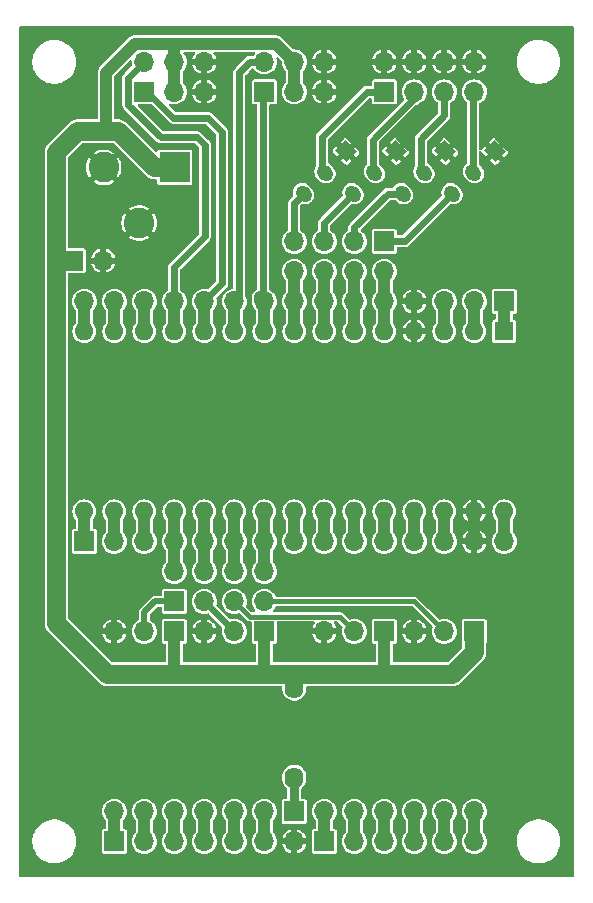
<source format=gbl>
%TF.GenerationSoftware,KiCad,Pcbnew,8.0.8*%
%TF.CreationDate,2025-04-14T16:09:26+09:00*%
%TF.ProjectId,EVBPusher_nano,45564250-7573-4686-9572-5f6e616e6f2e,0.1*%
%TF.SameCoordinates,PX5f5e100PY8f0d180*%
%TF.FileFunction,Copper,L2,Bot*%
%TF.FilePolarity,Positive*%
%FSLAX46Y46*%
G04 Gerber Fmt 4.6, Leading zero omitted, Abs format (unit mm)*
G04 Created by KiCad (PCBNEW 8.0.8) date 2025-04-14 16:09:26*
%MOMM*%
%LPD*%
G01*
G04 APERTURE LIST*
G04 Aperture macros list*
%AMHorizOval*
0 Thick line with rounded ends*
0 $1 width*
0 $2 $3 position (X,Y) of the first rounded end (center of the circle)*
0 $4 $5 position (X,Y) of the second rounded end (center of the circle)*
0 Add line between two ends*
20,1,$1,$2,$3,$4,$5,0*
0 Add two circle primitives to create the rounded ends*
1,1,$1,$2,$3*
1,1,$1,$4,$5*%
%AMRotRect*
0 Rectangle, with rotation*
0 The origin of the aperture is its center*
0 $1 length*
0 $2 width*
0 $3 Rotation angle, in degrees counterclockwise*
0 Add horizontal line*
21,1,$1,$2,0,0,$3*%
G04 Aperture macros list end*
%TA.AperFunction,ComponentPad*%
%ADD10O,1.600000X1.800000*%
%TD*%
%TA.AperFunction,ComponentPad*%
%ADD11R,2.600000X2.600000*%
%TD*%
%TA.AperFunction,ComponentPad*%
%ADD12C,2.600000*%
%TD*%
%TA.AperFunction,ComponentPad*%
%ADD13RotRect,1.200000X1.400000X225.000000*%
%TD*%
%TA.AperFunction,ComponentPad*%
%ADD14HorizOval,1.200000X-0.106066X0.106066X0.106066X-0.106066X0*%
%TD*%
%TA.AperFunction,ComponentPad*%
%ADD15R,1.700000X1.700000*%
%TD*%
%TA.AperFunction,ComponentPad*%
%ADD16O,1.700000X1.700000*%
%TD*%
%TA.AperFunction,ComponentPad*%
%ADD17R,1.600000X1.600000*%
%TD*%
%TA.AperFunction,ComponentPad*%
%ADD18O,1.600000X1.600000*%
%TD*%
%TA.AperFunction,Conductor*%
%ADD19C,0.600000*%
%TD*%
%TA.AperFunction,Conductor*%
%ADD20C,1.000000*%
%TD*%
%TA.AperFunction,Conductor*%
%ADD21C,1.600000*%
%TD*%
%TA.AperFunction,Conductor*%
%ADD22C,0.800000*%
%TD*%
%TA.AperFunction,Conductor*%
%ADD23C,0.500000*%
%TD*%
%TA.AperFunction,Conductor*%
%ADD24C,0.400000*%
%TD*%
G04 APERTURE END LIST*
D10*
X23317200Y16002000D03*
X23317200Y8382000D03*
D11*
X13185000Y60059000D03*
D12*
X7185000Y60059000D03*
X10185000Y55359000D03*
D13*
X40277051Y61420000D03*
D14*
X38481000Y59623949D03*
X36684949Y57827898D03*
D13*
X36086051Y61420000D03*
D14*
X34290000Y59623949D03*
X32493949Y57827898D03*
D13*
X31895051Y61420000D03*
D14*
X30099000Y59623949D03*
X28302949Y57827898D03*
D13*
X27704051Y61420000D03*
D14*
X25908000Y59623949D03*
X24111949Y57827898D03*
D15*
X13160000Y23320000D03*
D16*
X13160000Y25860000D03*
X15700000Y23320000D03*
X15700000Y25860000D03*
X18240000Y23320000D03*
X18240000Y25860000D03*
X20780000Y23320000D03*
X20780000Y25860000D03*
D15*
X10620000Y66460000D03*
D16*
X10620000Y69000000D03*
X13160000Y66460000D03*
X13160000Y69000000D03*
X15700000Y66460000D03*
X15700000Y69000000D03*
D15*
X5540000Y28400000D03*
D16*
X8080000Y28400000D03*
X10620000Y28400000D03*
X13160000Y28400000D03*
X15700000Y28400000D03*
X18240000Y28400000D03*
X20780000Y28400000D03*
X23320000Y28400000D03*
X25860000Y28400000D03*
X28400000Y28400000D03*
X30940000Y28400000D03*
X33480000Y28400000D03*
X36020000Y28400000D03*
X38560000Y28400000D03*
X41100000Y28400000D03*
D15*
X41100000Y48720000D03*
D16*
X38560000Y48720000D03*
X36020000Y48720000D03*
X33480000Y48720000D03*
X30940000Y48720000D03*
X28400000Y48720000D03*
X25860000Y48720000D03*
X23320000Y48720000D03*
X20780000Y48720000D03*
X18240000Y48720000D03*
X15700000Y48720000D03*
X13160000Y48720000D03*
X10620000Y48720000D03*
X8080000Y48720000D03*
X5540000Y48720000D03*
D15*
X13160000Y20780000D03*
D16*
X10620000Y20780000D03*
X8080000Y20780000D03*
X8080000Y5540000D03*
X10620000Y5540000D03*
X13160000Y5540000D03*
D15*
X30940000Y20780000D03*
D16*
X28400000Y20780000D03*
X25860000Y20780000D03*
X25860000Y5540000D03*
X28400000Y5540000D03*
X30940000Y5540000D03*
D15*
X23317200Y5537200D03*
D16*
X23317200Y2997200D03*
D15*
X8080000Y3000000D03*
D16*
X10620000Y3000000D03*
X13160000Y3000000D03*
X15700000Y3000000D03*
X18240000Y3000000D03*
X20780000Y3000000D03*
D15*
X25860000Y3000000D03*
D16*
X28400000Y3000000D03*
X30940000Y3000000D03*
X33480000Y3000000D03*
X36020000Y3000000D03*
X38560000Y3000000D03*
D15*
X4597400Y52171600D03*
D16*
X7137400Y52171600D03*
D15*
X30940000Y53800000D03*
D16*
X30940000Y51260000D03*
X28400000Y53800000D03*
X28400000Y51260000D03*
X25860000Y53800000D03*
X25860000Y51260000D03*
X23320000Y53800000D03*
X23320000Y51260000D03*
D17*
X41100000Y46180000D03*
D18*
X38560000Y46180000D03*
X36020000Y46180000D03*
X33480000Y46180000D03*
X30940000Y46180000D03*
X28400000Y46180000D03*
X25860000Y46180000D03*
X23320000Y46180000D03*
X20780000Y46180000D03*
X18240000Y46180000D03*
X15700000Y46180000D03*
X13160000Y46180000D03*
X10620000Y46180000D03*
X8080000Y46180000D03*
X5540000Y46180000D03*
X5540000Y30940000D03*
X8080000Y30940000D03*
X10620000Y30940000D03*
X13160000Y30940000D03*
X15700000Y30940000D03*
X18240000Y30940000D03*
X20780000Y30940000D03*
X23320000Y30940000D03*
X25860000Y30940000D03*
X28400000Y30940000D03*
X30940000Y30940000D03*
X33480000Y30940000D03*
X36020000Y30940000D03*
X38560000Y30940000D03*
X41100000Y30940000D03*
D15*
X38560000Y20780000D03*
D16*
X36020000Y20780000D03*
X33480000Y20780000D03*
X33480000Y5540000D03*
X36020000Y5540000D03*
X38560000Y5540000D03*
D15*
X20780000Y66460000D03*
D16*
X20780000Y69000000D03*
X23320000Y66460000D03*
X23320000Y69000000D03*
X25860000Y66460000D03*
X25860000Y69000000D03*
D15*
X30940000Y66460000D03*
D16*
X30940000Y69000000D03*
X33480000Y66460000D03*
X33480000Y69000000D03*
X36020000Y66460000D03*
X36020000Y69000000D03*
X38560000Y66460000D03*
X38560000Y69000000D03*
D15*
X20780000Y20780000D03*
D16*
X18240000Y20780000D03*
X15700000Y20780000D03*
X15700000Y5540000D03*
X18240000Y5540000D03*
X20780000Y5540000D03*
D19*
X34036000Y62484000D02*
X36020000Y64468000D01*
X34036000Y59877949D02*
X34036000Y62484000D01*
X36020000Y64468000D02*
X36020000Y66460000D01*
X34290000Y59623949D02*
X34036000Y59877949D01*
X29972000Y59750949D02*
X29972000Y62417239D01*
X30099000Y59623949D02*
X29972000Y59750949D01*
X29972000Y62417239D02*
X33480000Y65925239D01*
X29460000Y66460000D02*
X30940000Y66460000D01*
X25654000Y62654000D02*
X29460000Y66460000D01*
X25654000Y59877949D02*
X25654000Y62654000D01*
X25908000Y59623949D02*
X25654000Y59877949D01*
D20*
X25860000Y28400000D02*
X25860000Y30940000D01*
X38560000Y28400000D02*
X38560000Y30940000D01*
X8080000Y28400000D02*
X8080000Y30940000D01*
X23320000Y28400000D02*
X23320000Y30940000D01*
X23320000Y46180000D02*
X23320000Y51260000D01*
X28400000Y28400000D02*
X28400000Y30940000D01*
X10620000Y28400000D02*
X10620000Y30940000D01*
X10620000Y46180000D02*
X10620000Y48720000D01*
X20780000Y25860000D02*
X20780000Y30940000D01*
X30940000Y28400000D02*
X30940000Y30940000D01*
X41100000Y46180000D02*
X41100000Y48720000D01*
X30940000Y46180000D02*
X30940000Y51260000D01*
X38560000Y46180000D02*
X38560000Y48720000D01*
D19*
X18669000Y49149000D02*
X18669000Y68097400D01*
X19571600Y69000000D02*
X20780000Y69000000D01*
X18669000Y68097400D02*
X19571600Y69000000D01*
D20*
X18240000Y46180000D02*
X18240000Y48720000D01*
D19*
X18240000Y48720000D02*
X18669000Y49149000D01*
D20*
X41100000Y28400000D02*
X41100000Y30940000D01*
X8080000Y46180000D02*
X8080000Y48720000D01*
X13160000Y28400000D02*
X13160000Y30940000D01*
X13160000Y25860000D02*
X13160000Y28400000D01*
X33480000Y28400000D02*
X33480000Y30940000D01*
D19*
X13160000Y51666400D02*
X13160000Y48720000D01*
X10620000Y69000000D02*
X9270000Y67650000D01*
X12001500Y62611000D02*
X15113000Y62611000D01*
X9270000Y67650000D02*
X9270000Y65342500D01*
D20*
X13160000Y46180000D02*
X13160000Y48720000D01*
D19*
X15113000Y62611000D02*
X15748000Y61976000D01*
X9270000Y65342500D02*
X12001500Y62611000D01*
X15748000Y61976000D02*
X15748000Y54254400D01*
X15748000Y54254400D02*
X13160000Y51666400D01*
D20*
X15700000Y28400000D02*
X15700000Y30940000D01*
X15700000Y25860000D02*
X15700000Y28400000D01*
X5540000Y28400000D02*
X5540000Y30940000D01*
X28400000Y46180000D02*
X28400000Y51260000D01*
D19*
X13081000Y64262000D02*
X10883000Y66460000D01*
X16002000Y64262000D02*
X13081000Y64262000D01*
D20*
X15700000Y46180000D02*
X15700000Y48720000D01*
D19*
X15700000Y48720000D02*
X17221200Y50241200D01*
X17221200Y50241200D02*
X17221200Y63042800D01*
X17221200Y63042800D02*
X16002000Y64262000D01*
X10883000Y66460000D02*
X10620000Y66460000D01*
D20*
X36020000Y46180000D02*
X36020000Y48720000D01*
X20447000Y66127000D02*
X20780000Y66460000D01*
D19*
X20701000Y65873000D02*
X20447000Y66127000D01*
D20*
X20780000Y46180000D02*
X20780000Y48720000D01*
X20780000Y48720000D02*
X20447000Y49053000D01*
D19*
X20701000Y49307000D02*
X20701000Y65873000D01*
X20447000Y49053000D02*
X20701000Y49307000D01*
D20*
X36020000Y28400000D02*
X36020000Y30940000D01*
X5540000Y46180000D02*
X5540000Y48720000D01*
X25860000Y46180000D02*
X25860000Y51260000D01*
X18240000Y28400000D02*
X18240000Y30940000D01*
X18240000Y25860000D02*
X18240000Y28400000D01*
D21*
X30988000Y17145000D02*
X36703000Y17145000D01*
X4953000Y63119000D02*
X3175000Y61341000D01*
X20780000Y17193000D02*
X20828000Y17145000D01*
X30940000Y17193000D02*
X30988000Y17145000D01*
D20*
X13160000Y20780000D02*
X13160000Y17193000D01*
X30940000Y20780000D02*
X30940000Y17193000D01*
D21*
X3175000Y61341000D02*
X3175000Y21463000D01*
X13160000Y17193000D02*
X13208000Y17145000D01*
X38560000Y19002000D02*
X38560000Y20780000D01*
X20828000Y17145000D02*
X30988000Y17145000D01*
X3175000Y21463000D02*
X7493000Y17145000D01*
D20*
X9844000Y70550000D02*
X7366000Y68072000D01*
X23320000Y66460000D02*
X23320000Y69000000D01*
X23320000Y69000000D02*
X21770000Y70550000D01*
X13160000Y69000000D02*
X13160000Y70502000D01*
D21*
X8419680Y63119000D02*
X7366000Y63119000D01*
X7493000Y17145000D02*
X13208000Y17145000D01*
D20*
X13160000Y66460000D02*
X13160000Y69000000D01*
X13160000Y70502000D02*
X13208000Y70550000D01*
X7366000Y68072000D02*
X7366000Y63119000D01*
X21770000Y70550000D02*
X13208000Y70550000D01*
X13208000Y70550000D02*
X9844000Y70550000D01*
D21*
X11479680Y60059000D02*
X8419680Y63119000D01*
D20*
X20780000Y20780000D02*
X20780000Y17193000D01*
D21*
X13208000Y17145000D02*
X20828000Y17145000D01*
X13185000Y60059000D02*
X11479680Y60059000D01*
X7366000Y63119000D02*
X4953000Y63119000D01*
X36703000Y17145000D02*
X38560000Y19002000D01*
D20*
X25860000Y5540000D02*
X25860000Y3000000D01*
D19*
X38481000Y59623949D02*
X38481000Y66381000D01*
D22*
X38481000Y66381000D02*
X38560000Y66460000D01*
X33480000Y65925239D02*
X33480000Y66460000D01*
D20*
X20780000Y5540000D02*
X20780000Y3000000D01*
X10620000Y5540000D02*
X10620000Y3000000D01*
X15700000Y5540000D02*
X15700000Y3000000D01*
X13160000Y5540000D02*
X13160000Y3000000D01*
X8080000Y5540000D02*
X8080000Y3000000D01*
X18240000Y5540000D02*
X18240000Y3000000D01*
X33480000Y5540000D02*
X33480000Y3000000D01*
X38560000Y5540000D02*
X38560000Y3000000D01*
X28400000Y5540000D02*
X28400000Y3000000D01*
X30940000Y5540000D02*
X30940000Y3000000D01*
X36020000Y5540000D02*
X36020000Y3000000D01*
D23*
X11510000Y23320000D02*
X10620000Y22430000D01*
X13160000Y23320000D02*
X11510000Y23320000D01*
X10620000Y22430000D02*
X10620000Y20780000D01*
X15700000Y23320000D02*
X18240000Y20780000D01*
D24*
X27150000Y22030000D02*
X28400000Y20780000D01*
X19530000Y22030000D02*
X27150000Y22030000D01*
X18240000Y23320000D02*
X19530000Y22030000D01*
X33480000Y23320000D02*
X36020000Y20780000D01*
X20780000Y23320000D02*
X33480000Y23320000D01*
D19*
X23320000Y57035949D02*
X24111949Y57827898D01*
X23320000Y53800000D02*
X23320000Y57035949D01*
X25860000Y55384949D02*
X28302949Y57827898D01*
X25860000Y53800000D02*
X25860000Y55384949D01*
X32657051Y53800000D02*
X36684949Y57827898D01*
X30940000Y53800000D02*
X32657051Y53800000D01*
X28400000Y53800000D02*
X28400000Y55002081D01*
X28400000Y55002081D02*
X31225817Y57827898D01*
X31225817Y57827898D02*
X32493949Y57827898D01*
D22*
X23317200Y8382000D02*
X23317200Y5537200D01*
%TA.AperFunction,Conductor*%
G36*
X46959191Y71981093D02*
G01*
X46995155Y71931593D01*
X47000000Y71901000D01*
X47000000Y99000D01*
X46981093Y40809D01*
X46931593Y4845D01*
X46901000Y0D01*
X99000Y0D01*
X40809Y18907D01*
X4845Y68407D01*
X0Y99000D01*
X0Y3121552D01*
X1145500Y3121552D01*
X1145500Y2878449D01*
X1168095Y2706818D01*
X1170284Y2690193D01*
X1177230Y2637437D01*
X1177230Y2637432D01*
X1240149Y2402613D01*
X1333178Y2178021D01*
X1432813Y2005446D01*
X1454731Y1967484D01*
X1602722Y1774620D01*
X1774620Y1602722D01*
X1967484Y1454731D01*
X2178016Y1333181D01*
X2178017Y1333181D01*
X2178020Y1333179D01*
X2402612Y1240150D01*
X2637429Y1177231D01*
X2878450Y1145500D01*
X2878451Y1145500D01*
X3121549Y1145500D01*
X3121550Y1145500D01*
X3362571Y1177231D01*
X3597388Y1240150D01*
X3821984Y1333181D01*
X4032516Y1454731D01*
X4225380Y1602722D01*
X4397278Y1774620D01*
X4545269Y1967484D01*
X4666819Y2178016D01*
X4759850Y2402612D01*
X4822769Y2637429D01*
X4854500Y2878450D01*
X4854500Y3121550D01*
X4822769Y3362571D01*
X4759850Y3597388D01*
X4666821Y3821980D01*
X4639242Y3869748D01*
X4545269Y4032516D01*
X4397278Y4225380D01*
X4225380Y4397278D01*
X4108844Y4486700D01*
X4032515Y4545270D01*
X3821979Y4666822D01*
X3597387Y4759851D01*
X3437001Y4802826D01*
X3362571Y4822769D01*
X3362568Y4822770D01*
X3362566Y4822770D01*
X3121551Y4854500D01*
X3121550Y4854500D01*
X2878450Y4854500D01*
X2878448Y4854500D01*
X2637436Y4822770D01*
X2637431Y4822770D01*
X2402612Y4759851D01*
X2178020Y4666822D01*
X1967484Y4545270D01*
X1774623Y4397281D01*
X1602719Y4225377D01*
X1454730Y4032516D01*
X1333178Y3821980D01*
X1240149Y3597388D01*
X1177230Y3362569D01*
X1177230Y3362564D01*
X1145500Y3121552D01*
X0Y3121552D01*
X0Y5540004D01*
X7024417Y5540004D01*
X7024417Y5539997D01*
X7044698Y5334071D01*
X7044699Y5334066D01*
X7104768Y5136046D01*
X7202316Y4953548D01*
X7333585Y4793596D01*
X7333590Y4793590D01*
X7333595Y4793586D01*
X7333596Y4793585D01*
X7343302Y4785620D01*
X7376291Y4734090D01*
X7379500Y4709090D01*
X7379500Y4149500D01*
X7360593Y4091309D01*
X7311093Y4055345D01*
X7280500Y4050500D01*
X7210252Y4050500D01*
X7210251Y4050500D01*
X7210241Y4050499D01*
X7151772Y4038868D01*
X7151766Y4038866D01*
X7085451Y3994555D01*
X7085445Y3994549D01*
X7041134Y3928234D01*
X7041132Y3928228D01*
X7029501Y3869759D01*
X7029500Y3869747D01*
X7029500Y2130254D01*
X7029501Y2130242D01*
X7041132Y2071773D01*
X7041134Y2071767D01*
X7085445Y2005452D01*
X7085448Y2005448D01*
X7151769Y1961133D01*
X7196231Y1952289D01*
X7210241Y1949502D01*
X7210246Y1949502D01*
X7210252Y1949500D01*
X7210253Y1949500D01*
X8949747Y1949500D01*
X8949748Y1949500D01*
X9008231Y1961133D01*
X9074552Y2005448D01*
X9118867Y2071769D01*
X9130500Y2130252D01*
X9130500Y3869748D01*
X9118867Y3928231D01*
X9074552Y3994552D01*
X9074548Y3994555D01*
X9008233Y4038866D01*
X9008231Y4038867D01*
X9008228Y4038868D01*
X9008227Y4038868D01*
X8949758Y4050499D01*
X8949748Y4050500D01*
X8949747Y4050500D01*
X8879500Y4050500D01*
X8821309Y4069407D01*
X8785345Y4118907D01*
X8780500Y4149500D01*
X8780500Y4709090D01*
X8799407Y4767281D01*
X8816698Y4785620D01*
X8826410Y4793590D01*
X8957685Y4953550D01*
X9055232Y5136046D01*
X9115300Y5334066D01*
X9115301Y5334071D01*
X9135583Y5539997D01*
X9135583Y5540004D01*
X9564417Y5540004D01*
X9564417Y5539997D01*
X9584698Y5334071D01*
X9584699Y5334066D01*
X9644768Y5136046D01*
X9742316Y4953548D01*
X9873585Y4793596D01*
X9873590Y4793590D01*
X9873595Y4793586D01*
X9873596Y4793585D01*
X9883302Y4785620D01*
X9916291Y4734090D01*
X9919500Y4709090D01*
X9919500Y3830912D01*
X9900593Y3772721D01*
X9883310Y3754388D01*
X9873595Y3746415D01*
X9873585Y3746405D01*
X9742316Y3586453D01*
X9644768Y3403955D01*
X9584699Y3205935D01*
X9584698Y3205930D01*
X9564417Y3000004D01*
X9564417Y2999997D01*
X9584698Y2794071D01*
X9584699Y2794066D01*
X9644768Y2596046D01*
X9742316Y2413548D01*
X9873585Y2253596D01*
X9873590Y2253590D01*
X9873595Y2253586D01*
X10033547Y2122317D01*
X10033548Y2122317D01*
X10033550Y2122315D01*
X10216046Y2024768D01*
X10353997Y1982922D01*
X10414065Y1964700D01*
X10414070Y1964699D01*
X10619997Y1944417D01*
X10620000Y1944417D01*
X10620003Y1944417D01*
X10825929Y1964699D01*
X10825934Y1964700D01*
X10835115Y1967485D01*
X11023954Y2024768D01*
X11206450Y2122315D01*
X11366410Y2253590D01*
X11497685Y2413550D01*
X11595232Y2596046D01*
X11655300Y2794066D01*
X11655301Y2794071D01*
X11675583Y2999997D01*
X11675583Y3000004D01*
X11655301Y3205930D01*
X11655300Y3205935D01*
X11637078Y3266003D01*
X11595232Y3403954D01*
X11497685Y3586450D01*
X11488708Y3597388D01*
X11390413Y3717162D01*
X11366410Y3746410D01*
X11366404Y3746415D01*
X11356690Y3754388D01*
X11323706Y3805921D01*
X11320500Y3830912D01*
X11320500Y4709090D01*
X11339407Y4767281D01*
X11356698Y4785620D01*
X11366410Y4793590D01*
X11497685Y4953550D01*
X11595232Y5136046D01*
X11655300Y5334066D01*
X11655301Y5334071D01*
X11675583Y5539997D01*
X11675583Y5540004D01*
X12104417Y5540004D01*
X12104417Y5539997D01*
X12124698Y5334071D01*
X12124699Y5334066D01*
X12184768Y5136046D01*
X12282316Y4953548D01*
X12413585Y4793596D01*
X12413590Y4793590D01*
X12413595Y4793586D01*
X12413596Y4793585D01*
X12423302Y4785620D01*
X12456291Y4734090D01*
X12459500Y4709090D01*
X12459500Y3830912D01*
X12440593Y3772721D01*
X12423310Y3754388D01*
X12413595Y3746415D01*
X12413585Y3746405D01*
X12282316Y3586453D01*
X12184768Y3403955D01*
X12124699Y3205935D01*
X12124698Y3205930D01*
X12104417Y3000004D01*
X12104417Y2999997D01*
X12124698Y2794071D01*
X12124699Y2794066D01*
X12184768Y2596046D01*
X12282316Y2413548D01*
X12413585Y2253596D01*
X12413590Y2253590D01*
X12413595Y2253586D01*
X12573547Y2122317D01*
X12573548Y2122317D01*
X12573550Y2122315D01*
X12756046Y2024768D01*
X12893997Y1982922D01*
X12954065Y1964700D01*
X12954070Y1964699D01*
X13159997Y1944417D01*
X13160000Y1944417D01*
X13160003Y1944417D01*
X13365929Y1964699D01*
X13365934Y1964700D01*
X13375115Y1967485D01*
X13563954Y2024768D01*
X13746450Y2122315D01*
X13906410Y2253590D01*
X14037685Y2413550D01*
X14135232Y2596046D01*
X14195300Y2794066D01*
X14195301Y2794071D01*
X14215583Y2999997D01*
X14215583Y3000004D01*
X14195301Y3205930D01*
X14195300Y3205935D01*
X14177078Y3266003D01*
X14135232Y3403954D01*
X14037685Y3586450D01*
X14028708Y3597388D01*
X13930413Y3717162D01*
X13906410Y3746410D01*
X13906404Y3746415D01*
X13896690Y3754388D01*
X13863706Y3805921D01*
X13860500Y3830912D01*
X13860500Y4709090D01*
X13879407Y4767281D01*
X13896698Y4785620D01*
X13906410Y4793590D01*
X14037685Y4953550D01*
X14135232Y5136046D01*
X14195300Y5334066D01*
X14195301Y5334071D01*
X14215583Y5539997D01*
X14215583Y5540004D01*
X14644417Y5540004D01*
X14644417Y5539997D01*
X14664698Y5334071D01*
X14664699Y5334066D01*
X14724768Y5136046D01*
X14822316Y4953548D01*
X14953585Y4793596D01*
X14953590Y4793590D01*
X14953595Y4793586D01*
X14953596Y4793585D01*
X14963302Y4785620D01*
X14996291Y4734090D01*
X14999500Y4709090D01*
X14999500Y3830912D01*
X14980593Y3772721D01*
X14963310Y3754388D01*
X14953595Y3746415D01*
X14953585Y3746405D01*
X14822316Y3586453D01*
X14724768Y3403955D01*
X14664699Y3205935D01*
X14664698Y3205930D01*
X14644417Y3000004D01*
X14644417Y2999997D01*
X14664698Y2794071D01*
X14664699Y2794066D01*
X14724768Y2596046D01*
X14822316Y2413548D01*
X14953585Y2253596D01*
X14953590Y2253590D01*
X14953595Y2253586D01*
X15113547Y2122317D01*
X15113548Y2122317D01*
X15113550Y2122315D01*
X15296046Y2024768D01*
X15433997Y1982922D01*
X15494065Y1964700D01*
X15494070Y1964699D01*
X15699997Y1944417D01*
X15700000Y1944417D01*
X15700003Y1944417D01*
X15905929Y1964699D01*
X15905934Y1964700D01*
X15915115Y1967485D01*
X16103954Y2024768D01*
X16286450Y2122315D01*
X16446410Y2253590D01*
X16577685Y2413550D01*
X16675232Y2596046D01*
X16735300Y2794066D01*
X16735301Y2794071D01*
X16755583Y2999997D01*
X16755583Y3000004D01*
X16735301Y3205930D01*
X16735300Y3205935D01*
X16717078Y3266003D01*
X16675232Y3403954D01*
X16577685Y3586450D01*
X16568708Y3597388D01*
X16470413Y3717162D01*
X16446410Y3746410D01*
X16446404Y3746415D01*
X16436690Y3754388D01*
X16403706Y3805921D01*
X16400500Y3830912D01*
X16400500Y4709090D01*
X16419407Y4767281D01*
X16436698Y4785620D01*
X16446410Y4793590D01*
X16577685Y4953550D01*
X16675232Y5136046D01*
X16735300Y5334066D01*
X16735301Y5334071D01*
X16755583Y5539997D01*
X16755583Y5540004D01*
X17184417Y5540004D01*
X17184417Y5539997D01*
X17204698Y5334071D01*
X17204699Y5334066D01*
X17264768Y5136046D01*
X17362316Y4953548D01*
X17493585Y4793596D01*
X17493590Y4793590D01*
X17493595Y4793586D01*
X17493596Y4793585D01*
X17503302Y4785620D01*
X17536291Y4734090D01*
X17539500Y4709090D01*
X17539500Y3830912D01*
X17520593Y3772721D01*
X17503310Y3754388D01*
X17493595Y3746415D01*
X17493585Y3746405D01*
X17362316Y3586453D01*
X17264768Y3403955D01*
X17204699Y3205935D01*
X17204698Y3205930D01*
X17184417Y3000004D01*
X17184417Y2999997D01*
X17204698Y2794071D01*
X17204699Y2794066D01*
X17264768Y2596046D01*
X17362316Y2413548D01*
X17493585Y2253596D01*
X17493590Y2253590D01*
X17493595Y2253586D01*
X17653547Y2122317D01*
X17653548Y2122317D01*
X17653550Y2122315D01*
X17836046Y2024768D01*
X17973997Y1982922D01*
X18034065Y1964700D01*
X18034070Y1964699D01*
X18239997Y1944417D01*
X18240000Y1944417D01*
X18240003Y1944417D01*
X18445929Y1964699D01*
X18445934Y1964700D01*
X18455115Y1967485D01*
X18643954Y2024768D01*
X18826450Y2122315D01*
X18986410Y2253590D01*
X19117685Y2413550D01*
X19215232Y2596046D01*
X19275300Y2794066D01*
X19275301Y2794071D01*
X19295583Y2999997D01*
X19295583Y3000004D01*
X19275301Y3205930D01*
X19275300Y3205935D01*
X19257078Y3266003D01*
X19215232Y3403954D01*
X19117685Y3586450D01*
X19108708Y3597388D01*
X19010413Y3717162D01*
X18986410Y3746410D01*
X18986404Y3746415D01*
X18976690Y3754388D01*
X18943706Y3805921D01*
X18940500Y3830912D01*
X18940500Y4709090D01*
X18959407Y4767281D01*
X18976698Y4785620D01*
X18986410Y4793590D01*
X19117685Y4953550D01*
X19215232Y5136046D01*
X19275300Y5334066D01*
X19275301Y5334071D01*
X19295583Y5539997D01*
X19295583Y5540004D01*
X19724417Y5540004D01*
X19724417Y5539997D01*
X19744698Y5334071D01*
X19744699Y5334066D01*
X19804768Y5136046D01*
X19902316Y4953548D01*
X20033585Y4793596D01*
X20033590Y4793590D01*
X20033595Y4793586D01*
X20033596Y4793585D01*
X20043302Y4785620D01*
X20076291Y4734090D01*
X20079500Y4709090D01*
X20079500Y3830912D01*
X20060593Y3772721D01*
X20043310Y3754388D01*
X20033595Y3746415D01*
X20033585Y3746405D01*
X19902316Y3586453D01*
X19804768Y3403955D01*
X19744699Y3205935D01*
X19744698Y3205930D01*
X19724417Y3000004D01*
X19724417Y2999997D01*
X19744698Y2794071D01*
X19744699Y2794066D01*
X19804768Y2596046D01*
X19902316Y2413548D01*
X20033585Y2253596D01*
X20033590Y2253590D01*
X20033595Y2253586D01*
X20193547Y2122317D01*
X20193548Y2122317D01*
X20193550Y2122315D01*
X20376046Y2024768D01*
X20513997Y1982922D01*
X20574065Y1964700D01*
X20574070Y1964699D01*
X20779997Y1944417D01*
X20780000Y1944417D01*
X20780003Y1944417D01*
X20985929Y1964699D01*
X20985934Y1964700D01*
X20995115Y1967485D01*
X21183954Y2024768D01*
X21366450Y2122315D01*
X21526410Y2253590D01*
X21657685Y2413550D01*
X21755232Y2596046D01*
X21815300Y2794066D01*
X21815301Y2794071D01*
X21835583Y2999997D01*
X21835583Y3000004D01*
X21815301Y3205930D01*
X21815300Y3205935D01*
X21802782Y3247201D01*
X22295788Y3247201D01*
X22295789Y3247200D01*
X22884188Y3247200D01*
X22851275Y3190193D01*
X22817200Y3063026D01*
X22817200Y2931374D01*
X22851275Y2804207D01*
X22884188Y2747200D01*
X22295789Y2747200D01*
X22342432Y2593438D01*
X22342434Y2593433D01*
X22439924Y2411040D01*
X22439931Y2411030D01*
X22571140Y2251150D01*
X22571149Y2251141D01*
X22731029Y2119932D01*
X22731039Y2119925D01*
X22913432Y2022435D01*
X22913437Y2022433D01*
X23067199Y1975789D01*
X23067200Y1975789D01*
X23067200Y2564188D01*
X23124207Y2531275D01*
X23251374Y2497200D01*
X23383026Y2497200D01*
X23510193Y2531275D01*
X23567200Y2564188D01*
X23567200Y1975789D01*
X23720962Y2022433D01*
X23720967Y2022435D01*
X23903360Y2119925D01*
X23903370Y2119932D01*
X24063250Y2251141D01*
X24063259Y2251150D01*
X24194468Y2411030D01*
X24194475Y2411040D01*
X24291965Y2593433D01*
X24291967Y2593438D01*
X24338611Y2747200D01*
X23750212Y2747200D01*
X23783125Y2804207D01*
X23817200Y2931374D01*
X23817200Y3063026D01*
X23783125Y3190193D01*
X23750212Y3247200D01*
X24338611Y3247200D01*
X24338611Y3247201D01*
X24291967Y3400963D01*
X24291965Y3400968D01*
X24194475Y3583361D01*
X24194468Y3583371D01*
X24063259Y3743251D01*
X24063250Y3743260D01*
X23903370Y3874469D01*
X23903360Y3874476D01*
X23720971Y3971964D01*
X23720958Y3971969D01*
X23567200Y4018612D01*
X23567200Y3430212D01*
X23510193Y3463125D01*
X23383026Y3497200D01*
X23251374Y3497200D01*
X23124207Y3463125D01*
X23067200Y3430212D01*
X23067200Y4018612D01*
X22913441Y3971969D01*
X22913428Y3971964D01*
X22731039Y3874476D01*
X22731029Y3874469D01*
X22571149Y3743260D01*
X22571140Y3743251D01*
X22439931Y3583371D01*
X22439924Y3583361D01*
X22342434Y3400968D01*
X22342432Y3400963D01*
X22295788Y3247201D01*
X21802782Y3247201D01*
X21797078Y3266003D01*
X21755232Y3403954D01*
X21657685Y3586450D01*
X21648708Y3597388D01*
X21550413Y3717162D01*
X21526410Y3746410D01*
X21526404Y3746415D01*
X21516690Y3754388D01*
X21483706Y3805921D01*
X21480500Y3830912D01*
X21480500Y4709090D01*
X21499407Y4767281D01*
X21516698Y4785620D01*
X21526410Y4793590D01*
X21657685Y4953550D01*
X21755232Y5136046D01*
X21815300Y5334066D01*
X21815301Y5334071D01*
X21835583Y5539997D01*
X21835583Y5540004D01*
X21815301Y5745930D01*
X21815300Y5745935D01*
X21797078Y5806003D01*
X21755232Y5943954D01*
X21657685Y6126450D01*
X21526410Y6286410D01*
X21526404Y6286415D01*
X21379535Y6406947D01*
X22266700Y6406947D01*
X22266700Y4667454D01*
X22266701Y4667442D01*
X22278332Y4608973D01*
X22278334Y4608967D01*
X22322645Y4542652D01*
X22322648Y4542648D01*
X22388969Y4498333D01*
X22433431Y4489489D01*
X22447441Y4486702D01*
X22447446Y4486702D01*
X22447452Y4486700D01*
X22447453Y4486700D01*
X24186947Y4486700D01*
X24186948Y4486700D01*
X24245431Y4498333D01*
X24311752Y4542648D01*
X24356067Y4608969D01*
X24367700Y4667452D01*
X24367700Y5540004D01*
X24804417Y5540004D01*
X24804417Y5539997D01*
X24824698Y5334071D01*
X24824699Y5334066D01*
X24884768Y5136046D01*
X24982316Y4953548D01*
X25113585Y4793596D01*
X25113590Y4793590D01*
X25113595Y4793586D01*
X25113596Y4793585D01*
X25123302Y4785620D01*
X25156291Y4734090D01*
X25159500Y4709090D01*
X25159500Y4149500D01*
X25140593Y4091309D01*
X25091093Y4055345D01*
X25060500Y4050500D01*
X24990252Y4050500D01*
X24990251Y4050500D01*
X24990241Y4050499D01*
X24931772Y4038868D01*
X24931766Y4038866D01*
X24865451Y3994555D01*
X24865445Y3994549D01*
X24821134Y3928234D01*
X24821132Y3928228D01*
X24809501Y3869759D01*
X24809500Y3869747D01*
X24809500Y2130254D01*
X24809501Y2130242D01*
X24821132Y2071773D01*
X24821134Y2071767D01*
X24865445Y2005452D01*
X24865448Y2005448D01*
X24931769Y1961133D01*
X24976231Y1952289D01*
X24990241Y1949502D01*
X24990246Y1949502D01*
X24990252Y1949500D01*
X24990253Y1949500D01*
X26729747Y1949500D01*
X26729748Y1949500D01*
X26788231Y1961133D01*
X26854552Y2005448D01*
X26898867Y2071769D01*
X26910500Y2130252D01*
X26910500Y3869748D01*
X26898867Y3928231D01*
X26854552Y3994552D01*
X26854548Y3994555D01*
X26788233Y4038866D01*
X26788231Y4038867D01*
X26788228Y4038868D01*
X26788227Y4038868D01*
X26729758Y4050499D01*
X26729748Y4050500D01*
X26729747Y4050500D01*
X26659500Y4050500D01*
X26601309Y4069407D01*
X26565345Y4118907D01*
X26560500Y4149500D01*
X26560500Y4709090D01*
X26579407Y4767281D01*
X26596698Y4785620D01*
X26606410Y4793590D01*
X26737685Y4953550D01*
X26835232Y5136046D01*
X26895300Y5334066D01*
X26895301Y5334071D01*
X26915583Y5539997D01*
X26915583Y5540004D01*
X27344417Y5540004D01*
X27344417Y5539997D01*
X27364698Y5334071D01*
X27364699Y5334066D01*
X27424768Y5136046D01*
X27522316Y4953548D01*
X27653585Y4793596D01*
X27653590Y4793590D01*
X27653595Y4793586D01*
X27653596Y4793585D01*
X27663302Y4785620D01*
X27696291Y4734090D01*
X27699500Y4709090D01*
X27699500Y3830912D01*
X27680593Y3772721D01*
X27663310Y3754388D01*
X27653595Y3746415D01*
X27653585Y3746405D01*
X27522316Y3586453D01*
X27424768Y3403955D01*
X27364699Y3205935D01*
X27364698Y3205930D01*
X27344417Y3000004D01*
X27344417Y2999997D01*
X27364698Y2794071D01*
X27364699Y2794066D01*
X27424768Y2596046D01*
X27522316Y2413548D01*
X27653585Y2253596D01*
X27653590Y2253590D01*
X27653595Y2253586D01*
X27813547Y2122317D01*
X27813548Y2122317D01*
X27813550Y2122315D01*
X27996046Y2024768D01*
X28133997Y1982922D01*
X28194065Y1964700D01*
X28194070Y1964699D01*
X28399997Y1944417D01*
X28400000Y1944417D01*
X28400003Y1944417D01*
X28605929Y1964699D01*
X28605934Y1964700D01*
X28615115Y1967485D01*
X28803954Y2024768D01*
X28986450Y2122315D01*
X29146410Y2253590D01*
X29277685Y2413550D01*
X29375232Y2596046D01*
X29435300Y2794066D01*
X29435301Y2794071D01*
X29455583Y2999997D01*
X29455583Y3000004D01*
X29435301Y3205930D01*
X29435300Y3205935D01*
X29417078Y3266003D01*
X29375232Y3403954D01*
X29277685Y3586450D01*
X29268708Y3597388D01*
X29170413Y3717162D01*
X29146410Y3746410D01*
X29146404Y3746415D01*
X29136690Y3754388D01*
X29103706Y3805921D01*
X29100500Y3830912D01*
X29100500Y4709090D01*
X29119407Y4767281D01*
X29136698Y4785620D01*
X29146410Y4793590D01*
X29277685Y4953550D01*
X29375232Y5136046D01*
X29435300Y5334066D01*
X29435301Y5334071D01*
X29455583Y5539997D01*
X29455583Y5540004D01*
X29884417Y5540004D01*
X29884417Y5539997D01*
X29904698Y5334071D01*
X29904699Y5334066D01*
X29964768Y5136046D01*
X30062316Y4953548D01*
X30193585Y4793596D01*
X30193590Y4793590D01*
X30193595Y4793586D01*
X30193596Y4793585D01*
X30203302Y4785620D01*
X30236291Y4734090D01*
X30239500Y4709090D01*
X30239500Y3830912D01*
X30220593Y3772721D01*
X30203310Y3754388D01*
X30193595Y3746415D01*
X30193585Y3746405D01*
X30062316Y3586453D01*
X29964768Y3403955D01*
X29904699Y3205935D01*
X29904698Y3205930D01*
X29884417Y3000004D01*
X29884417Y2999997D01*
X29904698Y2794071D01*
X29904699Y2794066D01*
X29964768Y2596046D01*
X30062316Y2413548D01*
X30193585Y2253596D01*
X30193590Y2253590D01*
X30193595Y2253586D01*
X30353547Y2122317D01*
X30353548Y2122317D01*
X30353550Y2122315D01*
X30536046Y2024768D01*
X30673997Y1982922D01*
X30734065Y1964700D01*
X30734070Y1964699D01*
X30939997Y1944417D01*
X30940000Y1944417D01*
X30940003Y1944417D01*
X31145929Y1964699D01*
X31145934Y1964700D01*
X31155115Y1967485D01*
X31343954Y2024768D01*
X31526450Y2122315D01*
X31686410Y2253590D01*
X31817685Y2413550D01*
X31915232Y2596046D01*
X31975300Y2794066D01*
X31975301Y2794071D01*
X31995583Y2999997D01*
X31995583Y3000004D01*
X31975301Y3205930D01*
X31975300Y3205935D01*
X31957078Y3266003D01*
X31915232Y3403954D01*
X31817685Y3586450D01*
X31808708Y3597388D01*
X31710413Y3717162D01*
X31686410Y3746410D01*
X31686404Y3746415D01*
X31676690Y3754388D01*
X31643706Y3805921D01*
X31640500Y3830912D01*
X31640500Y4709090D01*
X31659407Y4767281D01*
X31676698Y4785620D01*
X31686410Y4793590D01*
X31817685Y4953550D01*
X31915232Y5136046D01*
X31975300Y5334066D01*
X31975301Y5334071D01*
X31995583Y5539997D01*
X31995583Y5540004D01*
X32424417Y5540004D01*
X32424417Y5539997D01*
X32444698Y5334071D01*
X32444699Y5334066D01*
X32504768Y5136046D01*
X32602316Y4953548D01*
X32733585Y4793596D01*
X32733590Y4793590D01*
X32733595Y4793586D01*
X32733596Y4793585D01*
X32743302Y4785620D01*
X32776291Y4734090D01*
X32779500Y4709090D01*
X32779500Y3830912D01*
X32760593Y3772721D01*
X32743310Y3754388D01*
X32733595Y3746415D01*
X32733585Y3746405D01*
X32602316Y3586453D01*
X32504768Y3403955D01*
X32444699Y3205935D01*
X32444698Y3205930D01*
X32424417Y3000004D01*
X32424417Y2999997D01*
X32444698Y2794071D01*
X32444699Y2794066D01*
X32504768Y2596046D01*
X32602316Y2413548D01*
X32733585Y2253596D01*
X32733590Y2253590D01*
X32733595Y2253586D01*
X32893547Y2122317D01*
X32893548Y2122317D01*
X32893550Y2122315D01*
X33076046Y2024768D01*
X33213997Y1982922D01*
X33274065Y1964700D01*
X33274070Y1964699D01*
X33479997Y1944417D01*
X33480000Y1944417D01*
X33480003Y1944417D01*
X33685929Y1964699D01*
X33685934Y1964700D01*
X33695115Y1967485D01*
X33883954Y2024768D01*
X34066450Y2122315D01*
X34226410Y2253590D01*
X34357685Y2413550D01*
X34455232Y2596046D01*
X34515300Y2794066D01*
X34515301Y2794071D01*
X34535583Y2999997D01*
X34535583Y3000004D01*
X34515301Y3205930D01*
X34515300Y3205935D01*
X34497078Y3266003D01*
X34455232Y3403954D01*
X34357685Y3586450D01*
X34348708Y3597388D01*
X34250413Y3717162D01*
X34226410Y3746410D01*
X34226404Y3746415D01*
X34216690Y3754388D01*
X34183706Y3805921D01*
X34180500Y3830912D01*
X34180500Y4709090D01*
X34199407Y4767281D01*
X34216698Y4785620D01*
X34226410Y4793590D01*
X34357685Y4953550D01*
X34455232Y5136046D01*
X34515300Y5334066D01*
X34515301Y5334071D01*
X34535583Y5539997D01*
X34535583Y5540004D01*
X34964417Y5540004D01*
X34964417Y5539997D01*
X34984698Y5334071D01*
X34984699Y5334066D01*
X35044768Y5136046D01*
X35142316Y4953548D01*
X35273585Y4793596D01*
X35273590Y4793590D01*
X35273595Y4793586D01*
X35273596Y4793585D01*
X35283302Y4785620D01*
X35316291Y4734090D01*
X35319500Y4709090D01*
X35319500Y3830912D01*
X35300593Y3772721D01*
X35283310Y3754388D01*
X35273595Y3746415D01*
X35273585Y3746405D01*
X35142316Y3586453D01*
X35044768Y3403955D01*
X34984699Y3205935D01*
X34984698Y3205930D01*
X34964417Y3000004D01*
X34964417Y2999997D01*
X34984698Y2794071D01*
X34984699Y2794066D01*
X35044768Y2596046D01*
X35142316Y2413548D01*
X35273585Y2253596D01*
X35273590Y2253590D01*
X35273595Y2253586D01*
X35433547Y2122317D01*
X35433548Y2122317D01*
X35433550Y2122315D01*
X35616046Y2024768D01*
X35753997Y1982922D01*
X35814065Y1964700D01*
X35814070Y1964699D01*
X36019997Y1944417D01*
X36020000Y1944417D01*
X36020003Y1944417D01*
X36225929Y1964699D01*
X36225934Y1964700D01*
X36235115Y1967485D01*
X36423954Y2024768D01*
X36606450Y2122315D01*
X36766410Y2253590D01*
X36897685Y2413550D01*
X36995232Y2596046D01*
X37055300Y2794066D01*
X37055301Y2794071D01*
X37075583Y2999997D01*
X37075583Y3000004D01*
X37055301Y3205930D01*
X37055300Y3205935D01*
X37037078Y3266003D01*
X36995232Y3403954D01*
X36897685Y3586450D01*
X36888708Y3597388D01*
X36790413Y3717162D01*
X36766410Y3746410D01*
X36766404Y3746415D01*
X36756690Y3754388D01*
X36723706Y3805921D01*
X36720500Y3830912D01*
X36720500Y4709090D01*
X36739407Y4767281D01*
X36756698Y4785620D01*
X36766410Y4793590D01*
X36897685Y4953550D01*
X36995232Y5136046D01*
X37055300Y5334066D01*
X37055301Y5334071D01*
X37075583Y5539997D01*
X37075583Y5540004D01*
X37504417Y5540004D01*
X37504417Y5539997D01*
X37524698Y5334071D01*
X37524699Y5334066D01*
X37584768Y5136046D01*
X37682316Y4953548D01*
X37813585Y4793596D01*
X37813590Y4793590D01*
X37813595Y4793586D01*
X37813596Y4793585D01*
X37823302Y4785620D01*
X37856291Y4734090D01*
X37859500Y4709090D01*
X37859500Y3830912D01*
X37840593Y3772721D01*
X37823310Y3754388D01*
X37813595Y3746415D01*
X37813585Y3746405D01*
X37682316Y3586453D01*
X37584768Y3403955D01*
X37524699Y3205935D01*
X37524698Y3205930D01*
X37504417Y3000004D01*
X37504417Y2999997D01*
X37524698Y2794071D01*
X37524699Y2794066D01*
X37584768Y2596046D01*
X37682316Y2413548D01*
X37813585Y2253596D01*
X37813590Y2253590D01*
X37813595Y2253586D01*
X37973547Y2122317D01*
X37973548Y2122317D01*
X37973550Y2122315D01*
X38156046Y2024768D01*
X38293997Y1982922D01*
X38354065Y1964700D01*
X38354070Y1964699D01*
X38559997Y1944417D01*
X38560000Y1944417D01*
X38560003Y1944417D01*
X38765929Y1964699D01*
X38765934Y1964700D01*
X38775115Y1967485D01*
X38963954Y2024768D01*
X39146450Y2122315D01*
X39306410Y2253590D01*
X39437685Y2413550D01*
X39535232Y2596046D01*
X39595300Y2794066D01*
X39595301Y2794071D01*
X39615583Y2999997D01*
X39615583Y3000004D01*
X39603612Y3121552D01*
X42145500Y3121552D01*
X42145500Y2878449D01*
X42168095Y2706818D01*
X42170284Y2690193D01*
X42177230Y2637437D01*
X42177230Y2637432D01*
X42240149Y2402613D01*
X42333178Y2178021D01*
X42432813Y2005446D01*
X42454731Y1967484D01*
X42602722Y1774620D01*
X42774620Y1602722D01*
X42967484Y1454731D01*
X43178016Y1333181D01*
X43178017Y1333181D01*
X43178020Y1333179D01*
X43402612Y1240150D01*
X43637429Y1177231D01*
X43878450Y1145500D01*
X43878451Y1145500D01*
X44121549Y1145500D01*
X44121550Y1145500D01*
X44362571Y1177231D01*
X44597388Y1240150D01*
X44821984Y1333181D01*
X45032516Y1454731D01*
X45225380Y1602722D01*
X45397278Y1774620D01*
X45545269Y1967484D01*
X45666819Y2178016D01*
X45759850Y2402612D01*
X45822769Y2637429D01*
X45854500Y2878450D01*
X45854500Y3121550D01*
X45822769Y3362571D01*
X45759850Y3597388D01*
X45666821Y3821980D01*
X45639242Y3869748D01*
X45545269Y4032516D01*
X45397278Y4225380D01*
X45225380Y4397278D01*
X45108844Y4486700D01*
X45032515Y4545270D01*
X44821979Y4666822D01*
X44597387Y4759851D01*
X44437001Y4802826D01*
X44362571Y4822769D01*
X44362568Y4822770D01*
X44362566Y4822770D01*
X44121551Y4854500D01*
X44121550Y4854500D01*
X43878450Y4854500D01*
X43878448Y4854500D01*
X43637436Y4822770D01*
X43637431Y4822770D01*
X43402612Y4759851D01*
X43178020Y4666822D01*
X42967484Y4545270D01*
X42774623Y4397281D01*
X42602719Y4225377D01*
X42454730Y4032516D01*
X42333178Y3821980D01*
X42240149Y3597388D01*
X42177230Y3362569D01*
X42177230Y3362564D01*
X42145500Y3121552D01*
X39603612Y3121552D01*
X39595301Y3205930D01*
X39595300Y3205935D01*
X39577078Y3266003D01*
X39535232Y3403954D01*
X39437685Y3586450D01*
X39428708Y3597388D01*
X39330413Y3717162D01*
X39306410Y3746410D01*
X39306404Y3746415D01*
X39296690Y3754388D01*
X39263706Y3805921D01*
X39260500Y3830912D01*
X39260500Y4709090D01*
X39279407Y4767281D01*
X39296698Y4785620D01*
X39306410Y4793590D01*
X39437685Y4953550D01*
X39535232Y5136046D01*
X39595300Y5334066D01*
X39595301Y5334071D01*
X39615583Y5539997D01*
X39615583Y5540004D01*
X39595301Y5745930D01*
X39595300Y5745935D01*
X39577078Y5806003D01*
X39535232Y5943954D01*
X39437685Y6126450D01*
X39306410Y6286410D01*
X39306404Y6286415D01*
X39146452Y6417684D01*
X38963954Y6515232D01*
X38765934Y6575301D01*
X38765929Y6575302D01*
X38560003Y6595583D01*
X38559997Y6595583D01*
X38354070Y6575302D01*
X38354065Y6575301D01*
X38156045Y6515232D01*
X37973547Y6417684D01*
X37813595Y6286415D01*
X37813585Y6286405D01*
X37682316Y6126453D01*
X37584768Y5943955D01*
X37524699Y5745935D01*
X37524698Y5745930D01*
X37504417Y5540004D01*
X37075583Y5540004D01*
X37055301Y5745930D01*
X37055300Y5745935D01*
X37037078Y5806003D01*
X36995232Y5943954D01*
X36897685Y6126450D01*
X36766410Y6286410D01*
X36766404Y6286415D01*
X36606452Y6417684D01*
X36423954Y6515232D01*
X36225934Y6575301D01*
X36225929Y6575302D01*
X36020003Y6595583D01*
X36019997Y6595583D01*
X35814070Y6575302D01*
X35814065Y6575301D01*
X35616045Y6515232D01*
X35433547Y6417684D01*
X35273595Y6286415D01*
X35273585Y6286405D01*
X35142316Y6126453D01*
X35044768Y5943955D01*
X34984699Y5745935D01*
X34984698Y5745930D01*
X34964417Y5540004D01*
X34535583Y5540004D01*
X34515301Y5745930D01*
X34515300Y5745935D01*
X34497078Y5806003D01*
X34455232Y5943954D01*
X34357685Y6126450D01*
X34226410Y6286410D01*
X34226404Y6286415D01*
X34066452Y6417684D01*
X33883954Y6515232D01*
X33685934Y6575301D01*
X33685929Y6575302D01*
X33480003Y6595583D01*
X33479997Y6595583D01*
X33274070Y6575302D01*
X33274065Y6575301D01*
X33076045Y6515232D01*
X32893547Y6417684D01*
X32733595Y6286415D01*
X32733585Y6286405D01*
X32602316Y6126453D01*
X32504768Y5943955D01*
X32444699Y5745935D01*
X32444698Y5745930D01*
X32424417Y5540004D01*
X31995583Y5540004D01*
X31975301Y5745930D01*
X31975300Y5745935D01*
X31957078Y5806003D01*
X31915232Y5943954D01*
X31817685Y6126450D01*
X31686410Y6286410D01*
X31686404Y6286415D01*
X31526452Y6417684D01*
X31343954Y6515232D01*
X31145934Y6575301D01*
X31145929Y6575302D01*
X30940003Y6595583D01*
X30939997Y6595583D01*
X30734070Y6575302D01*
X30734065Y6575301D01*
X30536045Y6515232D01*
X30353547Y6417684D01*
X30193595Y6286415D01*
X30193585Y6286405D01*
X30062316Y6126453D01*
X29964768Y5943955D01*
X29904699Y5745935D01*
X29904698Y5745930D01*
X29884417Y5540004D01*
X29455583Y5540004D01*
X29435301Y5745930D01*
X29435300Y5745935D01*
X29417078Y5806003D01*
X29375232Y5943954D01*
X29277685Y6126450D01*
X29146410Y6286410D01*
X29146404Y6286415D01*
X28986452Y6417684D01*
X28803954Y6515232D01*
X28605934Y6575301D01*
X28605929Y6575302D01*
X28400003Y6595583D01*
X28399997Y6595583D01*
X28194070Y6575302D01*
X28194065Y6575301D01*
X27996045Y6515232D01*
X27813547Y6417684D01*
X27653595Y6286415D01*
X27653585Y6286405D01*
X27522316Y6126453D01*
X27424768Y5943955D01*
X27364699Y5745935D01*
X27364698Y5745930D01*
X27344417Y5540004D01*
X26915583Y5540004D01*
X26895301Y5745930D01*
X26895300Y5745935D01*
X26877078Y5806003D01*
X26835232Y5943954D01*
X26737685Y6126450D01*
X26606410Y6286410D01*
X26606404Y6286415D01*
X26446452Y6417684D01*
X26263954Y6515232D01*
X26065934Y6575301D01*
X26065929Y6575302D01*
X25860003Y6595583D01*
X25859997Y6595583D01*
X25654070Y6575302D01*
X25654065Y6575301D01*
X25456045Y6515232D01*
X25273547Y6417684D01*
X25113595Y6286415D01*
X25113585Y6286405D01*
X24982316Y6126453D01*
X24884768Y5943955D01*
X24824699Y5745935D01*
X24824698Y5745930D01*
X24804417Y5540004D01*
X24367700Y5540004D01*
X24367700Y6406948D01*
X24365564Y6417684D01*
X24364911Y6420969D01*
X24356067Y6465431D01*
X24311752Y6531752D01*
X24246579Y6575300D01*
X24245433Y6576066D01*
X24245431Y6576067D01*
X24245428Y6576068D01*
X24245427Y6576068D01*
X24186958Y6587699D01*
X24186948Y6587700D01*
X24186947Y6587700D01*
X24016700Y6587700D01*
X23958509Y6606607D01*
X23922545Y6656107D01*
X23917700Y6686700D01*
X23917700Y7427442D01*
X23936607Y7485633D01*
X23953912Y7503984D01*
X23954970Y7504854D01*
X23954982Y7504861D01*
X24094339Y7644218D01*
X24203832Y7808086D01*
X24279251Y7990165D01*
X24317700Y8183459D01*
X24317700Y8580541D01*
X24279251Y8773835D01*
X24203832Y8955914D01*
X24094339Y9119782D01*
X23954982Y9259139D01*
X23791114Y9368632D01*
X23791115Y9368632D01*
X23791113Y9368633D01*
X23609035Y9444051D01*
X23415743Y9482500D01*
X23415741Y9482500D01*
X23218659Y9482500D01*
X23218656Y9482500D01*
X23025365Y9444051D01*
X23025363Y9444051D01*
X22843286Y9368633D01*
X22679418Y9259139D01*
X22679414Y9259136D01*
X22540064Y9119786D01*
X22540061Y9119782D01*
X22430567Y8955914D01*
X22355149Y8773837D01*
X22355149Y8773835D01*
X22316700Y8580544D01*
X22316700Y8183457D01*
X22355149Y7990166D01*
X22355149Y7990164D01*
X22430567Y7808087D01*
X22430568Y7808086D01*
X22540061Y7644218D01*
X22679418Y7504861D01*
X22679423Y7504858D01*
X22680488Y7503984D01*
X22680831Y7503448D01*
X22682857Y7501422D01*
X22682413Y7500979D01*
X22713487Y7452460D01*
X22716700Y7427442D01*
X22716700Y6686700D01*
X22697793Y6628509D01*
X22648293Y6592545D01*
X22617700Y6587700D01*
X22447452Y6587700D01*
X22447451Y6587700D01*
X22447441Y6587699D01*
X22388972Y6576068D01*
X22388966Y6576066D01*
X22322651Y6531755D01*
X22322645Y6531749D01*
X22278334Y6465434D01*
X22278332Y6465428D01*
X22266701Y6406959D01*
X22266700Y6406947D01*
X21379535Y6406947D01*
X21366452Y6417684D01*
X21183954Y6515232D01*
X20985934Y6575301D01*
X20985929Y6575302D01*
X20780003Y6595583D01*
X20779997Y6595583D01*
X20574070Y6575302D01*
X20574065Y6575301D01*
X20376045Y6515232D01*
X20193547Y6417684D01*
X20033595Y6286415D01*
X20033585Y6286405D01*
X19902316Y6126453D01*
X19804768Y5943955D01*
X19744699Y5745935D01*
X19744698Y5745930D01*
X19724417Y5540004D01*
X19295583Y5540004D01*
X19275301Y5745930D01*
X19275300Y5745935D01*
X19257078Y5806003D01*
X19215232Y5943954D01*
X19117685Y6126450D01*
X18986410Y6286410D01*
X18986404Y6286415D01*
X18826452Y6417684D01*
X18643954Y6515232D01*
X18445934Y6575301D01*
X18445929Y6575302D01*
X18240003Y6595583D01*
X18239997Y6595583D01*
X18034070Y6575302D01*
X18034065Y6575301D01*
X17836045Y6515232D01*
X17653547Y6417684D01*
X17493595Y6286415D01*
X17493585Y6286405D01*
X17362316Y6126453D01*
X17264768Y5943955D01*
X17204699Y5745935D01*
X17204698Y5745930D01*
X17184417Y5540004D01*
X16755583Y5540004D01*
X16735301Y5745930D01*
X16735300Y5745935D01*
X16717078Y5806003D01*
X16675232Y5943954D01*
X16577685Y6126450D01*
X16446410Y6286410D01*
X16446404Y6286415D01*
X16286452Y6417684D01*
X16103954Y6515232D01*
X15905934Y6575301D01*
X15905929Y6575302D01*
X15700003Y6595583D01*
X15699997Y6595583D01*
X15494070Y6575302D01*
X15494065Y6575301D01*
X15296045Y6515232D01*
X15113547Y6417684D01*
X14953595Y6286415D01*
X14953585Y6286405D01*
X14822316Y6126453D01*
X14724768Y5943955D01*
X14664699Y5745935D01*
X14664698Y5745930D01*
X14644417Y5540004D01*
X14215583Y5540004D01*
X14195301Y5745930D01*
X14195300Y5745935D01*
X14177078Y5806003D01*
X14135232Y5943954D01*
X14037685Y6126450D01*
X13906410Y6286410D01*
X13906404Y6286415D01*
X13746452Y6417684D01*
X13563954Y6515232D01*
X13365934Y6575301D01*
X13365929Y6575302D01*
X13160003Y6595583D01*
X13159997Y6595583D01*
X12954070Y6575302D01*
X12954065Y6575301D01*
X12756045Y6515232D01*
X12573547Y6417684D01*
X12413595Y6286415D01*
X12413585Y6286405D01*
X12282316Y6126453D01*
X12184768Y5943955D01*
X12124699Y5745935D01*
X12124698Y5745930D01*
X12104417Y5540004D01*
X11675583Y5540004D01*
X11655301Y5745930D01*
X11655300Y5745935D01*
X11637078Y5806003D01*
X11595232Y5943954D01*
X11497685Y6126450D01*
X11366410Y6286410D01*
X11366404Y6286415D01*
X11206452Y6417684D01*
X11023954Y6515232D01*
X10825934Y6575301D01*
X10825929Y6575302D01*
X10620003Y6595583D01*
X10619997Y6595583D01*
X10414070Y6575302D01*
X10414065Y6575301D01*
X10216045Y6515232D01*
X10033547Y6417684D01*
X9873595Y6286415D01*
X9873585Y6286405D01*
X9742316Y6126453D01*
X9644768Y5943955D01*
X9584699Y5745935D01*
X9584698Y5745930D01*
X9564417Y5540004D01*
X9135583Y5540004D01*
X9115301Y5745930D01*
X9115300Y5745935D01*
X9097078Y5806003D01*
X9055232Y5943954D01*
X8957685Y6126450D01*
X8826410Y6286410D01*
X8826404Y6286415D01*
X8666452Y6417684D01*
X8483954Y6515232D01*
X8285934Y6575301D01*
X8285929Y6575302D01*
X8080003Y6595583D01*
X8079997Y6595583D01*
X7874070Y6575302D01*
X7874065Y6575301D01*
X7676045Y6515232D01*
X7493547Y6417684D01*
X7333595Y6286415D01*
X7333585Y6286405D01*
X7202316Y6126453D01*
X7104768Y5943955D01*
X7044699Y5745935D01*
X7044698Y5745930D01*
X7024417Y5540004D01*
X0Y5540004D01*
X0Y61439544D01*
X2174500Y61439544D01*
X2174500Y21364457D01*
X2212949Y21171166D01*
X2212949Y21171164D01*
X2288367Y20989087D01*
X2290480Y20985925D01*
X2397861Y20825218D01*
X2397864Y20825215D01*
X2397868Y20825210D01*
X2537220Y20685859D01*
X2537221Y20685859D01*
X6715858Y16507222D01*
X6715858Y16507221D01*
X6855209Y16367869D01*
X6855213Y16367866D01*
X6855218Y16367861D01*
X6925081Y16321180D01*
X7019078Y16258372D01*
X7019084Y16258370D01*
X7019086Y16258368D01*
X7147834Y16205039D01*
X7147833Y16205039D01*
X7185542Y16189420D01*
X7201164Y16182949D01*
X7297812Y16163725D01*
X7394459Y16144500D01*
X7394460Y16144500D01*
X7591540Y16144500D01*
X13109459Y16144500D01*
X13109460Y16144500D01*
X13306540Y16144500D01*
X20729459Y16144500D01*
X20729460Y16144500D01*
X20926540Y16144500D01*
X22217700Y16144500D01*
X22275891Y16125593D01*
X22311855Y16076093D01*
X22316700Y16045500D01*
X22316700Y15803457D01*
X22355149Y15610166D01*
X22355149Y15610164D01*
X22430567Y15428087D01*
X22430568Y15428086D01*
X22540061Y15264218D01*
X22679418Y15124861D01*
X22843286Y15015368D01*
X23025365Y14939949D01*
X23218659Y14901500D01*
X23218660Y14901500D01*
X23415740Y14901500D01*
X23415741Y14901500D01*
X23609035Y14939949D01*
X23791114Y15015368D01*
X23954982Y15124861D01*
X24094339Y15264218D01*
X24203832Y15428086D01*
X24279251Y15610165D01*
X24317700Y15803459D01*
X24317700Y16045500D01*
X24336607Y16103691D01*
X24386107Y16139655D01*
X24416700Y16144500D01*
X36801540Y16144500D01*
X36801541Y16144500D01*
X36898188Y16163725D01*
X36994836Y16182949D01*
X37048165Y16205039D01*
X37176914Y16258368D01*
X37340782Y16367861D01*
X37480139Y16507218D01*
X37480139Y16507220D01*
X37488285Y16515365D01*
X37488287Y16515369D01*
X39337140Y18364219D01*
X39446632Y18528086D01*
X39522052Y18710165D01*
X39560501Y18903460D01*
X39560501Y19100541D01*
X39560501Y19104618D01*
X39560500Y19104644D01*
X39560500Y19764319D01*
X39577184Y19819319D01*
X39598867Y19851769D01*
X39610500Y19910252D01*
X39610500Y21649748D01*
X39608921Y21657684D01*
X39607711Y21663769D01*
X39598867Y21708231D01*
X39554552Y21774552D01*
X39554548Y21774555D01*
X39488233Y21818866D01*
X39488231Y21818867D01*
X39488228Y21818868D01*
X39488227Y21818868D01*
X39429758Y21830499D01*
X39429748Y21830500D01*
X37690252Y21830500D01*
X37690251Y21830500D01*
X37690241Y21830499D01*
X37631772Y21818868D01*
X37631766Y21818866D01*
X37565451Y21774555D01*
X37565445Y21774549D01*
X37521134Y21708234D01*
X37521132Y21708228D01*
X37509501Y21649759D01*
X37509500Y21649747D01*
X37509500Y19910254D01*
X37509501Y19910242D01*
X37521132Y19851773D01*
X37521133Y19851769D01*
X37542815Y19819319D01*
X37559500Y19764319D01*
X37559500Y19457429D01*
X37540593Y19399238D01*
X37530504Y19387425D01*
X36317576Y18174496D01*
X36263059Y18146719D01*
X36247572Y18145500D01*
X31739500Y18145500D01*
X31681309Y18164407D01*
X31645345Y18213907D01*
X31640500Y18244500D01*
X31640500Y19630500D01*
X31659407Y19688691D01*
X31708907Y19724655D01*
X31739500Y19729500D01*
X31809747Y19729500D01*
X31809748Y19729500D01*
X31868231Y19741133D01*
X31934552Y19785448D01*
X31978867Y19851769D01*
X31990500Y19910252D01*
X31990500Y21030001D01*
X32458588Y21030001D01*
X32458589Y21030000D01*
X33046988Y21030000D01*
X33014075Y20972993D01*
X32980000Y20845826D01*
X32980000Y20714174D01*
X33014075Y20587007D01*
X33046988Y20530000D01*
X32458589Y20530000D01*
X32505232Y20376238D01*
X32505234Y20376233D01*
X32602724Y20193840D01*
X32602731Y20193830D01*
X32733940Y20033950D01*
X32733949Y20033941D01*
X32893829Y19902732D01*
X32893839Y19902725D01*
X33076232Y19805235D01*
X33076237Y19805233D01*
X33229999Y19758589D01*
X33230000Y19758589D01*
X33230000Y20346988D01*
X33287007Y20314075D01*
X33414174Y20280000D01*
X33545826Y20280000D01*
X33672993Y20314075D01*
X33730000Y20346988D01*
X33730000Y19758589D01*
X33883762Y19805233D01*
X33883767Y19805235D01*
X34066160Y19902725D01*
X34066170Y19902732D01*
X34226050Y20033941D01*
X34226059Y20033950D01*
X34357268Y20193830D01*
X34357275Y20193840D01*
X34454765Y20376233D01*
X34454767Y20376238D01*
X34501411Y20530000D01*
X33913012Y20530000D01*
X33945925Y20587007D01*
X33980000Y20714174D01*
X33980000Y20845826D01*
X33945925Y20972993D01*
X33913012Y21030000D01*
X34501411Y21030000D01*
X34501411Y21030001D01*
X34454767Y21183763D01*
X34454765Y21183768D01*
X34357275Y21366161D01*
X34357268Y21366171D01*
X34226059Y21526051D01*
X34226050Y21526060D01*
X34066170Y21657269D01*
X34066160Y21657276D01*
X33883771Y21754764D01*
X33883758Y21754769D01*
X33730000Y21801412D01*
X33730000Y21213012D01*
X33672993Y21245925D01*
X33545826Y21280000D01*
X33414174Y21280000D01*
X33287007Y21245925D01*
X33230000Y21213012D01*
X33230000Y21801412D01*
X33076241Y21754769D01*
X33076228Y21754764D01*
X32893839Y21657276D01*
X32893829Y21657269D01*
X32733949Y21526060D01*
X32733940Y21526051D01*
X32602731Y21366171D01*
X32602724Y21366161D01*
X32505234Y21183768D01*
X32505232Y21183763D01*
X32458588Y21030001D01*
X31990500Y21030001D01*
X31990500Y21649748D01*
X31988921Y21657684D01*
X31987711Y21663769D01*
X31978867Y21708231D01*
X31934552Y21774552D01*
X31934548Y21774555D01*
X31868233Y21818866D01*
X31868231Y21818867D01*
X31868228Y21818868D01*
X31868227Y21818868D01*
X31809758Y21830499D01*
X31809748Y21830500D01*
X30070252Y21830500D01*
X30070251Y21830500D01*
X30070241Y21830499D01*
X30011772Y21818868D01*
X30011766Y21818866D01*
X29945451Y21774555D01*
X29945445Y21774549D01*
X29901134Y21708234D01*
X29901132Y21708228D01*
X29889501Y21649759D01*
X29889500Y21649747D01*
X29889500Y19910254D01*
X29889501Y19910242D01*
X29901132Y19851773D01*
X29901134Y19851767D01*
X29945445Y19785452D01*
X29945448Y19785448D01*
X30011769Y19741133D01*
X30056231Y19732289D01*
X30070241Y19729502D01*
X30070246Y19729502D01*
X30070252Y19729500D01*
X30140500Y19729500D01*
X30198691Y19710593D01*
X30234655Y19661093D01*
X30239500Y19630500D01*
X30239500Y18244500D01*
X30220593Y18186309D01*
X30171093Y18150345D01*
X30140500Y18145500D01*
X21579500Y18145500D01*
X21521309Y18164407D01*
X21485345Y18213907D01*
X21480500Y18244500D01*
X21480500Y19630500D01*
X21499407Y19688691D01*
X21548907Y19724655D01*
X21579500Y19729500D01*
X21649747Y19729500D01*
X21649748Y19729500D01*
X21708231Y19741133D01*
X21774552Y19785448D01*
X21818867Y19851769D01*
X21830500Y19910252D01*
X21830500Y21530500D01*
X21849407Y21588691D01*
X21898907Y21624655D01*
X21929500Y21629500D01*
X24989522Y21629500D01*
X25047713Y21610593D01*
X25083677Y21561093D01*
X25083677Y21499907D01*
X25066050Y21467695D01*
X24982731Y21366171D01*
X24982724Y21366161D01*
X24885234Y21183768D01*
X24885232Y21183763D01*
X24838588Y21030001D01*
X24838589Y21030000D01*
X25426988Y21030000D01*
X25394075Y20972993D01*
X25360000Y20845826D01*
X25360000Y20714174D01*
X25394075Y20587007D01*
X25426988Y20530000D01*
X24838589Y20530000D01*
X24885232Y20376238D01*
X24885234Y20376233D01*
X24982724Y20193840D01*
X24982731Y20193830D01*
X25113940Y20033950D01*
X25113949Y20033941D01*
X25273829Y19902732D01*
X25273839Y19902725D01*
X25456232Y19805235D01*
X25456237Y19805233D01*
X25610000Y19758589D01*
X25610000Y20346988D01*
X25667007Y20314075D01*
X25794174Y20280000D01*
X25925826Y20280000D01*
X26052993Y20314075D01*
X26110000Y20346988D01*
X26110000Y19758589D01*
X26263762Y19805233D01*
X26263767Y19805235D01*
X26446160Y19902725D01*
X26446170Y19902732D01*
X26606050Y20033941D01*
X26606059Y20033950D01*
X26737268Y20193830D01*
X26737275Y20193840D01*
X26834765Y20376233D01*
X26834767Y20376238D01*
X26881411Y20530000D01*
X26293012Y20530000D01*
X26325925Y20587007D01*
X26360000Y20714174D01*
X26360000Y20845826D01*
X26325925Y20972993D01*
X26293012Y21030000D01*
X26881411Y21030000D01*
X26881411Y21030001D01*
X26834767Y21183763D01*
X26834765Y21183768D01*
X26737275Y21366161D01*
X26737268Y21366171D01*
X26653950Y21467695D01*
X26631650Y21524672D01*
X26647099Y21583875D01*
X26694396Y21622690D01*
X26730478Y21629500D01*
X26943099Y21629500D01*
X27001290Y21610593D01*
X27013103Y21600504D01*
X27383946Y21229661D01*
X27411723Y21175144D01*
X27408679Y21130920D01*
X27364700Y20985938D01*
X27364698Y20985930D01*
X27344417Y20780004D01*
X27344417Y20779997D01*
X27364698Y20574071D01*
X27364699Y20574066D01*
X27424768Y20376046D01*
X27522316Y20193548D01*
X27653302Y20033941D01*
X27653590Y20033590D01*
X27653595Y20033586D01*
X27813547Y19902317D01*
X27813548Y19902317D01*
X27813550Y19902315D01*
X27996046Y19804768D01*
X28129390Y19764319D01*
X28194065Y19744700D01*
X28194070Y19744699D01*
X28399997Y19724417D01*
X28400000Y19724417D01*
X28400003Y19724417D01*
X28605929Y19744699D01*
X28605934Y19744700D01*
X28651720Y19758589D01*
X28803954Y19804768D01*
X28986450Y19902315D01*
X29146410Y20033590D01*
X29277685Y20193550D01*
X29375232Y20376046D01*
X29435300Y20574066D01*
X29435301Y20574071D01*
X29455583Y20779997D01*
X29455583Y20780004D01*
X29435301Y20985930D01*
X29435300Y20985935D01*
X29404640Y21087007D01*
X29375232Y21183954D01*
X29277685Y21366450D01*
X29146410Y21526410D01*
X29141426Y21530500D01*
X28986452Y21657684D01*
X28803954Y21755232D01*
X28605934Y21815301D01*
X28605929Y21815302D01*
X28400003Y21835583D01*
X28399997Y21835583D01*
X28194070Y21815302D01*
X28194062Y21815300D01*
X28049080Y21771321D01*
X27987907Y21772522D01*
X27950339Y21796054D01*
X27827965Y21918428D01*
X27395913Y22350480D01*
X27395910Y22350482D01*
X27395909Y22350483D01*
X27395908Y22350484D01*
X27304591Y22403206D01*
X27304593Y22403206D01*
X27265070Y22413796D01*
X27202727Y22430500D01*
X27202725Y22430500D01*
X21618297Y22430500D01*
X21560106Y22449407D01*
X21524142Y22498907D01*
X21524142Y22560093D01*
X21541769Y22592305D01*
X21551275Y22603888D01*
X21657685Y22733550D01*
X21729106Y22867170D01*
X21773212Y22909575D01*
X21816416Y22919500D01*
X33273099Y22919500D01*
X33331290Y22900593D01*
X33343103Y22890504D01*
X35003946Y21229661D01*
X35031723Y21175144D01*
X35028679Y21130920D01*
X34984700Y20985938D01*
X34984698Y20985930D01*
X34964417Y20780004D01*
X34964417Y20779997D01*
X34984698Y20574071D01*
X34984699Y20574066D01*
X35044768Y20376046D01*
X35142316Y20193548D01*
X35273302Y20033941D01*
X35273590Y20033590D01*
X35273595Y20033586D01*
X35433547Y19902317D01*
X35433548Y19902317D01*
X35433550Y19902315D01*
X35616046Y19804768D01*
X35749390Y19764319D01*
X35814065Y19744700D01*
X35814070Y19744699D01*
X36019997Y19724417D01*
X36020000Y19724417D01*
X36020003Y19724417D01*
X36225929Y19744699D01*
X36225934Y19744700D01*
X36271720Y19758589D01*
X36423954Y19804768D01*
X36606450Y19902315D01*
X36766410Y20033590D01*
X36897685Y20193550D01*
X36995232Y20376046D01*
X37055300Y20574066D01*
X37055301Y20574071D01*
X37075583Y20779997D01*
X37075583Y20780004D01*
X37055301Y20985930D01*
X37055300Y20985935D01*
X37024640Y21087007D01*
X36995232Y21183954D01*
X36897685Y21366450D01*
X36766410Y21526410D01*
X36761426Y21530500D01*
X36606452Y21657684D01*
X36423954Y21755232D01*
X36225934Y21815301D01*
X36225929Y21815302D01*
X36020003Y21835583D01*
X36019997Y21835583D01*
X35814070Y21815302D01*
X35814062Y21815300D01*
X35669080Y21771321D01*
X35607907Y21772522D01*
X35570339Y21796054D01*
X34659779Y22706614D01*
X33725913Y23640480D01*
X33725910Y23640482D01*
X33725909Y23640483D01*
X33725908Y23640484D01*
X33634591Y23693206D01*
X33634593Y23693206D01*
X33595070Y23703796D01*
X33532727Y23720500D01*
X33532725Y23720500D01*
X21816416Y23720500D01*
X21758225Y23739407D01*
X21729106Y23772831D01*
X21727762Y23775345D01*
X21657685Y23906450D01*
X21526410Y24066410D01*
X21376123Y24189747D01*
X21366452Y24197684D01*
X21183954Y24295232D01*
X20985934Y24355301D01*
X20985929Y24355302D01*
X20780003Y24375583D01*
X20779997Y24375583D01*
X20574070Y24355302D01*
X20574065Y24355301D01*
X20376045Y24295232D01*
X20193547Y24197684D01*
X20033595Y24066415D01*
X20033585Y24066405D01*
X19902316Y23906453D01*
X19804768Y23723955D01*
X19744699Y23525935D01*
X19744698Y23525930D01*
X19724417Y23320004D01*
X19724417Y23319997D01*
X19744698Y23114071D01*
X19744699Y23114066D01*
X19804768Y22916046D01*
X19902316Y22733548D01*
X20018231Y22592305D01*
X20040531Y22535328D01*
X20025082Y22476125D01*
X19977785Y22437310D01*
X19941703Y22430500D01*
X19736901Y22430500D01*
X19678710Y22449407D01*
X19666897Y22459496D01*
X19256053Y22870340D01*
X19228276Y22924857D01*
X19231320Y22969082D01*
X19275300Y23114066D01*
X19275301Y23114071D01*
X19295583Y23319997D01*
X19295583Y23320004D01*
X19275301Y23525930D01*
X19275300Y23525935D01*
X19240552Y23640484D01*
X19215232Y23723954D01*
X19117685Y23906450D01*
X18986410Y24066410D01*
X18836123Y24189747D01*
X18826452Y24197684D01*
X18643954Y24295232D01*
X18445934Y24355301D01*
X18445929Y24355302D01*
X18240003Y24375583D01*
X18239997Y24375583D01*
X18034070Y24355302D01*
X18034065Y24355301D01*
X17836045Y24295232D01*
X17653547Y24197684D01*
X17493595Y24066415D01*
X17493585Y24066405D01*
X17362316Y23906453D01*
X17264768Y23723955D01*
X17204699Y23525935D01*
X17204698Y23525930D01*
X17184417Y23320004D01*
X17184417Y23319997D01*
X17204698Y23114071D01*
X17204699Y23114066D01*
X17264768Y22916046D01*
X17362316Y22733548D01*
X17468725Y22603888D01*
X17493590Y22573590D01*
X17493595Y22573586D01*
X17653547Y22442317D01*
X17653548Y22442317D01*
X17653550Y22442315D01*
X17836046Y22344768D01*
X17943334Y22312223D01*
X18034065Y22284700D01*
X18034070Y22284699D01*
X18239997Y22264417D01*
X18240000Y22264417D01*
X18240003Y22264417D01*
X18445929Y22284699D01*
X18445934Y22284700D01*
X18590918Y22328680D01*
X18652091Y22327479D01*
X18689660Y22303947D01*
X19209520Y21784087D01*
X19209519Y21784087D01*
X19247120Y21746487D01*
X19284087Y21709520D01*
X19375413Y21656793D01*
X19477273Y21629500D01*
X19582726Y21629500D01*
X19630500Y21629500D01*
X19688691Y21610593D01*
X19724655Y21561093D01*
X19729500Y21530500D01*
X19729500Y19910254D01*
X19729501Y19910242D01*
X19741132Y19851773D01*
X19741134Y19851767D01*
X19785445Y19785452D01*
X19785448Y19785448D01*
X19851769Y19741133D01*
X19896231Y19732289D01*
X19910241Y19729502D01*
X19910246Y19729502D01*
X19910252Y19729500D01*
X19980500Y19729500D01*
X20038691Y19710593D01*
X20074655Y19661093D01*
X20079500Y19630500D01*
X20079500Y18244500D01*
X20060593Y18186309D01*
X20011093Y18150345D01*
X19980500Y18145500D01*
X13959500Y18145500D01*
X13901309Y18164407D01*
X13865345Y18213907D01*
X13860500Y18244500D01*
X13860500Y19630500D01*
X13879407Y19688691D01*
X13928907Y19724655D01*
X13959500Y19729500D01*
X14029747Y19729500D01*
X14029748Y19729500D01*
X14088231Y19741133D01*
X14154552Y19785448D01*
X14198867Y19851769D01*
X14210500Y19910252D01*
X14210500Y21030001D01*
X14678588Y21030001D01*
X14678589Y21030000D01*
X15266988Y21030000D01*
X15234075Y20972993D01*
X15200000Y20845826D01*
X15200000Y20714174D01*
X15234075Y20587007D01*
X15266988Y20530000D01*
X14678589Y20530000D01*
X14725232Y20376238D01*
X14725234Y20376233D01*
X14822724Y20193840D01*
X14822731Y20193830D01*
X14953940Y20033950D01*
X14953949Y20033941D01*
X15113829Y19902732D01*
X15113839Y19902725D01*
X15296232Y19805235D01*
X15296237Y19805233D01*
X15449999Y19758589D01*
X15450000Y19758589D01*
X15450000Y20346988D01*
X15507007Y20314075D01*
X15634174Y20280000D01*
X15765826Y20280000D01*
X15892993Y20314075D01*
X15950000Y20346988D01*
X15950000Y19758589D01*
X16103762Y19805233D01*
X16103767Y19805235D01*
X16286160Y19902725D01*
X16286170Y19902732D01*
X16446050Y20033941D01*
X16446059Y20033950D01*
X16577268Y20193830D01*
X16577275Y20193840D01*
X16674765Y20376233D01*
X16674767Y20376238D01*
X16721411Y20530000D01*
X16133012Y20530000D01*
X16165925Y20587007D01*
X16200000Y20714174D01*
X16200000Y20845826D01*
X16165925Y20972993D01*
X16133012Y21030000D01*
X16721411Y21030000D01*
X16721411Y21030001D01*
X16674767Y21183763D01*
X16674765Y21183768D01*
X16577275Y21366161D01*
X16577268Y21366171D01*
X16446059Y21526051D01*
X16446050Y21526060D01*
X16286170Y21657269D01*
X16286160Y21657276D01*
X16103771Y21754764D01*
X16103758Y21754769D01*
X15950000Y21801412D01*
X15950000Y21213012D01*
X15892993Y21245925D01*
X15765826Y21280000D01*
X15634174Y21280000D01*
X15507007Y21245925D01*
X15450000Y21213012D01*
X15450000Y21801412D01*
X15296241Y21754769D01*
X15296228Y21754764D01*
X15113839Y21657276D01*
X15113829Y21657269D01*
X14953949Y21526060D01*
X14953940Y21526051D01*
X14822731Y21366171D01*
X14822724Y21366161D01*
X14725234Y21183768D01*
X14725232Y21183763D01*
X14678588Y21030001D01*
X14210500Y21030001D01*
X14210500Y21649748D01*
X14208921Y21657684D01*
X14207711Y21663769D01*
X14198867Y21708231D01*
X14154552Y21774552D01*
X14154548Y21774555D01*
X14088233Y21818866D01*
X14088231Y21818867D01*
X14088228Y21818868D01*
X14088227Y21818868D01*
X14029758Y21830499D01*
X14029748Y21830500D01*
X12290252Y21830500D01*
X12290251Y21830500D01*
X12290241Y21830499D01*
X12231772Y21818868D01*
X12231766Y21818866D01*
X12165451Y21774555D01*
X12165445Y21774549D01*
X12121134Y21708234D01*
X12121132Y21708228D01*
X12109501Y21649759D01*
X12109500Y21649747D01*
X12109500Y19910254D01*
X12109501Y19910242D01*
X12121132Y19851773D01*
X12121134Y19851767D01*
X12165445Y19785452D01*
X12165448Y19785448D01*
X12231769Y19741133D01*
X12276231Y19732289D01*
X12290241Y19729502D01*
X12290246Y19729502D01*
X12290252Y19729500D01*
X12360500Y19729500D01*
X12418691Y19710593D01*
X12454655Y19661093D01*
X12459500Y19630500D01*
X12459500Y18244500D01*
X12440593Y18186309D01*
X12391093Y18150345D01*
X12360500Y18145500D01*
X7948428Y18145500D01*
X7890237Y18164407D01*
X7878424Y18174496D01*
X5022919Y21030001D01*
X7058588Y21030001D01*
X7058589Y21030000D01*
X7646988Y21030000D01*
X7614075Y20972993D01*
X7580000Y20845826D01*
X7580000Y20714174D01*
X7614075Y20587007D01*
X7646988Y20530000D01*
X7058589Y20530000D01*
X7105232Y20376238D01*
X7105234Y20376233D01*
X7202724Y20193840D01*
X7202731Y20193830D01*
X7333940Y20033950D01*
X7333949Y20033941D01*
X7493829Y19902732D01*
X7493839Y19902725D01*
X7676232Y19805235D01*
X7676237Y19805233D01*
X7829999Y19758589D01*
X7830000Y19758589D01*
X7830000Y20346988D01*
X7887007Y20314075D01*
X8014174Y20280000D01*
X8145826Y20280000D01*
X8272993Y20314075D01*
X8330000Y20346988D01*
X8330000Y19758589D01*
X8483762Y19805233D01*
X8483767Y19805235D01*
X8666160Y19902725D01*
X8666170Y19902732D01*
X8826050Y20033941D01*
X8826059Y20033950D01*
X8957268Y20193830D01*
X8957275Y20193840D01*
X9054765Y20376233D01*
X9054767Y20376238D01*
X9101411Y20530000D01*
X8513012Y20530000D01*
X8545925Y20587007D01*
X8580000Y20714174D01*
X8580000Y20780004D01*
X9564417Y20780004D01*
X9564417Y20779997D01*
X9584698Y20574071D01*
X9584699Y20574066D01*
X9644768Y20376046D01*
X9742316Y20193548D01*
X9873302Y20033941D01*
X9873590Y20033590D01*
X9873595Y20033586D01*
X10033547Y19902317D01*
X10033548Y19902317D01*
X10033550Y19902315D01*
X10216046Y19804768D01*
X10349390Y19764319D01*
X10414065Y19744700D01*
X10414070Y19744699D01*
X10619997Y19724417D01*
X10620000Y19724417D01*
X10620003Y19724417D01*
X10825929Y19744699D01*
X10825934Y19744700D01*
X10871720Y19758589D01*
X11023954Y19804768D01*
X11206450Y19902315D01*
X11366410Y20033590D01*
X11497685Y20193550D01*
X11595232Y20376046D01*
X11655300Y20574066D01*
X11655301Y20574071D01*
X11675583Y20779997D01*
X11675583Y20780004D01*
X11655301Y20985930D01*
X11655300Y20985935D01*
X11624640Y21087007D01*
X11595232Y21183954D01*
X11497685Y21366450D01*
X11366410Y21526410D01*
X11206450Y21657685D01*
X11122830Y21702382D01*
X11080424Y21746487D01*
X11070500Y21789691D01*
X11070500Y22202389D01*
X11089407Y22260580D01*
X11099496Y22272393D01*
X11667607Y22840504D01*
X11722124Y22868281D01*
X11737611Y22869500D01*
X12010500Y22869500D01*
X12068691Y22850593D01*
X12104655Y22801093D01*
X12109500Y22770500D01*
X12109500Y22450254D01*
X12109501Y22450242D01*
X12121132Y22391773D01*
X12121134Y22391767D01*
X12162775Y22329448D01*
X12165448Y22325448D01*
X12231769Y22281133D01*
X12275708Y22272393D01*
X12290241Y22269502D01*
X12290246Y22269502D01*
X12290252Y22269500D01*
X12290253Y22269500D01*
X14029747Y22269500D01*
X14029748Y22269500D01*
X14088231Y22281133D01*
X14154552Y22325448D01*
X14198867Y22391769D01*
X14210500Y22450252D01*
X14210500Y23320004D01*
X14644417Y23320004D01*
X14644417Y23319997D01*
X14664698Y23114071D01*
X14664699Y23114066D01*
X14724768Y22916046D01*
X14822316Y22733548D01*
X14928725Y22603888D01*
X14953590Y22573590D01*
X14953595Y22573586D01*
X15113547Y22442317D01*
X15113548Y22442317D01*
X15113550Y22442315D01*
X15296046Y22344768D01*
X15403334Y22312223D01*
X15494065Y22284700D01*
X15494070Y22284699D01*
X15699997Y22264417D01*
X15700000Y22264417D01*
X15700003Y22264417D01*
X15905929Y22284699D01*
X15905934Y22284700D01*
X15992706Y22311022D01*
X15996665Y22312223D01*
X16057838Y22311022D01*
X16095407Y22287490D01*
X17207489Y21175408D01*
X17235266Y21120891D01*
X17232222Y21076667D01*
X17204701Y20985940D01*
X17204698Y20985925D01*
X17184417Y20780004D01*
X17184417Y20779997D01*
X17204698Y20574071D01*
X17204699Y20574066D01*
X17264768Y20376046D01*
X17362316Y20193548D01*
X17493302Y20033941D01*
X17493590Y20033590D01*
X17493595Y20033586D01*
X17653547Y19902317D01*
X17653548Y19902317D01*
X17653550Y19902315D01*
X17836046Y19804768D01*
X17969390Y19764319D01*
X18034065Y19744700D01*
X18034070Y19744699D01*
X18239997Y19724417D01*
X18240000Y19724417D01*
X18240003Y19724417D01*
X18445929Y19744699D01*
X18445934Y19744700D01*
X18491720Y19758589D01*
X18643954Y19804768D01*
X18826450Y19902315D01*
X18986410Y20033590D01*
X19117685Y20193550D01*
X19215232Y20376046D01*
X19275300Y20574066D01*
X19275301Y20574071D01*
X19295583Y20779997D01*
X19295583Y20780004D01*
X19275301Y20985930D01*
X19275300Y20985935D01*
X19244640Y21087007D01*
X19215232Y21183954D01*
X19117685Y21366450D01*
X18986410Y21526410D01*
X18981426Y21530500D01*
X18826452Y21657684D01*
X18643954Y21755232D01*
X18445934Y21815301D01*
X18445929Y21815302D01*
X18240003Y21835583D01*
X18239997Y21835583D01*
X18034075Y21815302D01*
X18034060Y21815299D01*
X17943333Y21787778D01*
X17882159Y21788980D01*
X17844592Y21812511D01*
X16732510Y22924593D01*
X16704733Y22979110D01*
X16707777Y23023335D01*
X16735300Y23114066D01*
X16735301Y23114071D01*
X16755583Y23319997D01*
X16755583Y23320004D01*
X16735301Y23525930D01*
X16735300Y23525935D01*
X16700552Y23640484D01*
X16675232Y23723954D01*
X16577685Y23906450D01*
X16446410Y24066410D01*
X16296123Y24189747D01*
X16286452Y24197684D01*
X16103954Y24295232D01*
X15905934Y24355301D01*
X15905929Y24355302D01*
X15700003Y24375583D01*
X15699997Y24375583D01*
X15494070Y24355302D01*
X15494065Y24355301D01*
X15296045Y24295232D01*
X15113547Y24197684D01*
X14953595Y24066415D01*
X14953585Y24066405D01*
X14822316Y23906453D01*
X14724768Y23723955D01*
X14664699Y23525935D01*
X14664698Y23525930D01*
X14644417Y23320004D01*
X14210500Y23320004D01*
X14210500Y24189748D01*
X14208921Y24197684D01*
X14207711Y24203769D01*
X14198867Y24248231D01*
X14154552Y24314552D01*
X14154548Y24314555D01*
X14088233Y24358866D01*
X14088231Y24358867D01*
X14088228Y24358868D01*
X14088227Y24358868D01*
X14029758Y24370499D01*
X14029748Y24370500D01*
X12290252Y24370500D01*
X12290251Y24370500D01*
X12290241Y24370499D01*
X12231772Y24358868D01*
X12231766Y24358866D01*
X12165451Y24314555D01*
X12165445Y24314549D01*
X12121134Y24248234D01*
X12121132Y24248228D01*
X12109501Y24189759D01*
X12109500Y24189747D01*
X12109500Y23869500D01*
X12090593Y23811309D01*
X12041093Y23775345D01*
X12010500Y23770500D01*
X11450691Y23770500D01*
X11405508Y23758394D01*
X11360325Y23746287D01*
X11360324Y23746288D01*
X11336112Y23739799D01*
X11336109Y23739798D01*
X11233390Y23680493D01*
X10259507Y22706610D01*
X10200200Y22603888D01*
X10200200Y22603887D01*
X10200201Y22603886D01*
X10169500Y22489308D01*
X10169500Y21789691D01*
X10150593Y21731500D01*
X10117169Y21702381D01*
X10033551Y21657686D01*
X9873595Y21526415D01*
X9873585Y21526405D01*
X9742316Y21366453D01*
X9644768Y21183955D01*
X9584699Y20985935D01*
X9584698Y20985930D01*
X9564417Y20780004D01*
X8580000Y20780004D01*
X8580000Y20845826D01*
X8545925Y20972993D01*
X8513012Y21030000D01*
X9101411Y21030000D01*
X9101411Y21030001D01*
X9054767Y21183763D01*
X9054765Y21183768D01*
X8957275Y21366161D01*
X8957268Y21366171D01*
X8826059Y21526051D01*
X8826050Y21526060D01*
X8666170Y21657269D01*
X8666160Y21657276D01*
X8483771Y21754764D01*
X8483758Y21754769D01*
X8330000Y21801412D01*
X8330000Y21213012D01*
X8272993Y21245925D01*
X8145826Y21280000D01*
X8014174Y21280000D01*
X7887007Y21245925D01*
X7830000Y21213012D01*
X7830000Y21801412D01*
X7676241Y21754769D01*
X7676228Y21754764D01*
X7493839Y21657276D01*
X7493829Y21657269D01*
X7333949Y21526060D01*
X7333940Y21526051D01*
X7202731Y21366171D01*
X7202724Y21366161D01*
X7105234Y21183768D01*
X7105232Y21183763D01*
X7058588Y21030001D01*
X5022919Y21030001D01*
X4204496Y21848424D01*
X4176719Y21902941D01*
X4175500Y21918428D01*
X4175500Y29269747D01*
X4489500Y29269747D01*
X4489500Y27530254D01*
X4489501Y27530242D01*
X4501132Y27471773D01*
X4501134Y27471767D01*
X4545445Y27405452D01*
X4545448Y27405448D01*
X4611769Y27361133D01*
X4656231Y27352289D01*
X4670241Y27349502D01*
X4670246Y27349502D01*
X4670252Y27349500D01*
X4670253Y27349500D01*
X6409747Y27349500D01*
X6409748Y27349500D01*
X6468231Y27361133D01*
X6534552Y27405448D01*
X6578867Y27471769D01*
X6590500Y27530252D01*
X6590500Y28400004D01*
X7024417Y28400004D01*
X7024417Y28399997D01*
X7044698Y28194071D01*
X7044699Y28194066D01*
X7104768Y27996046D01*
X7202316Y27813548D01*
X7333302Y27653941D01*
X7333590Y27653590D01*
X7333595Y27653586D01*
X7493547Y27522317D01*
X7493548Y27522317D01*
X7493550Y27522315D01*
X7676046Y27424768D01*
X7813997Y27382922D01*
X7874065Y27364700D01*
X7874070Y27364699D01*
X8079997Y27344417D01*
X8080000Y27344417D01*
X8080003Y27344417D01*
X8285929Y27364699D01*
X8285934Y27364700D01*
X8331720Y27378589D01*
X8483954Y27424768D01*
X8666450Y27522315D01*
X8826410Y27653590D01*
X8957685Y27813550D01*
X9055232Y27996046D01*
X9115300Y28194066D01*
X9115301Y28194071D01*
X9135583Y28399997D01*
X9135583Y28400004D01*
X9564417Y28400004D01*
X9564417Y28399997D01*
X9584698Y28194071D01*
X9584699Y28194066D01*
X9644768Y27996046D01*
X9742316Y27813548D01*
X9873302Y27653941D01*
X9873590Y27653590D01*
X9873595Y27653586D01*
X10033547Y27522317D01*
X10033548Y27522317D01*
X10033550Y27522315D01*
X10216046Y27424768D01*
X10353997Y27382922D01*
X10414065Y27364700D01*
X10414070Y27364699D01*
X10619997Y27344417D01*
X10620000Y27344417D01*
X10620003Y27344417D01*
X10825929Y27364699D01*
X10825934Y27364700D01*
X10871720Y27378589D01*
X11023954Y27424768D01*
X11206450Y27522315D01*
X11366410Y27653590D01*
X11497685Y27813550D01*
X11595232Y27996046D01*
X11655300Y28194066D01*
X11655301Y28194071D01*
X11675583Y28399997D01*
X11675583Y28400004D01*
X12104417Y28400004D01*
X12104417Y28399997D01*
X12124698Y28194071D01*
X12124699Y28194066D01*
X12184768Y27996046D01*
X12282316Y27813548D01*
X12413302Y27653941D01*
X12413590Y27653590D01*
X12413595Y27653586D01*
X12413596Y27653585D01*
X12423302Y27645620D01*
X12456291Y27594090D01*
X12459500Y27569090D01*
X12459500Y26690912D01*
X12440593Y26632721D01*
X12423310Y26614388D01*
X12413595Y26606415D01*
X12413585Y26606405D01*
X12282316Y26446453D01*
X12184768Y26263955D01*
X12124699Y26065935D01*
X12124698Y26065930D01*
X12104417Y25860004D01*
X12104417Y25859997D01*
X12124698Y25654071D01*
X12124699Y25654066D01*
X12184768Y25456046D01*
X12282316Y25273548D01*
X12413585Y25113596D01*
X12413590Y25113590D01*
X12413595Y25113586D01*
X12573547Y24982317D01*
X12573548Y24982317D01*
X12573550Y24982315D01*
X12756046Y24884768D01*
X12893997Y24842922D01*
X12954065Y24824700D01*
X12954070Y24824699D01*
X13159997Y24804417D01*
X13160000Y24804417D01*
X13160003Y24804417D01*
X13365929Y24824699D01*
X13365934Y24824700D01*
X13563954Y24884768D01*
X13746450Y24982315D01*
X13906410Y25113590D01*
X14037685Y25273550D01*
X14135232Y25456046D01*
X14195300Y25654066D01*
X14195301Y25654071D01*
X14215583Y25859997D01*
X14215583Y25860004D01*
X14195301Y26065930D01*
X14195300Y26065935D01*
X14177078Y26126003D01*
X14135232Y26263954D01*
X14037685Y26446450D01*
X13906410Y26606410D01*
X13906404Y26606415D01*
X13896690Y26614388D01*
X13863706Y26665921D01*
X13860500Y26690912D01*
X13860500Y27569090D01*
X13879407Y27627281D01*
X13896698Y27645620D01*
X13906410Y27653590D01*
X14037685Y27813550D01*
X14135232Y27996046D01*
X14195300Y28194066D01*
X14195301Y28194071D01*
X14215583Y28399997D01*
X14215583Y28400004D01*
X14644417Y28400004D01*
X14644417Y28399997D01*
X14664698Y28194071D01*
X14664699Y28194066D01*
X14724768Y27996046D01*
X14822316Y27813548D01*
X14953302Y27653941D01*
X14953590Y27653590D01*
X14953595Y27653586D01*
X14953596Y27653585D01*
X14963302Y27645620D01*
X14996291Y27594090D01*
X14999500Y27569090D01*
X14999500Y26690912D01*
X14980593Y26632721D01*
X14963310Y26614388D01*
X14953595Y26606415D01*
X14953585Y26606405D01*
X14822316Y26446453D01*
X14724768Y26263955D01*
X14664699Y26065935D01*
X14664698Y26065930D01*
X14644417Y25860004D01*
X14644417Y25859997D01*
X14664698Y25654071D01*
X14664699Y25654066D01*
X14724768Y25456046D01*
X14822316Y25273548D01*
X14953585Y25113596D01*
X14953590Y25113590D01*
X14953595Y25113586D01*
X15113547Y24982317D01*
X15113548Y24982317D01*
X15113550Y24982315D01*
X15296046Y24884768D01*
X15433997Y24842922D01*
X15494065Y24824700D01*
X15494070Y24824699D01*
X15699997Y24804417D01*
X15700000Y24804417D01*
X15700003Y24804417D01*
X15905929Y24824699D01*
X15905934Y24824700D01*
X16103954Y24884768D01*
X16286450Y24982315D01*
X16446410Y25113590D01*
X16577685Y25273550D01*
X16675232Y25456046D01*
X16735300Y25654066D01*
X16735301Y25654071D01*
X16755583Y25859997D01*
X16755583Y25860004D01*
X16735301Y26065930D01*
X16735300Y26065935D01*
X16717078Y26126003D01*
X16675232Y26263954D01*
X16577685Y26446450D01*
X16446410Y26606410D01*
X16446404Y26606415D01*
X16436690Y26614388D01*
X16403706Y26665921D01*
X16400500Y26690912D01*
X16400500Y27569090D01*
X16419407Y27627281D01*
X16436698Y27645620D01*
X16446410Y27653590D01*
X16577685Y27813550D01*
X16675232Y27996046D01*
X16735300Y28194066D01*
X16735301Y28194071D01*
X16755583Y28399997D01*
X16755583Y28400004D01*
X17184417Y28400004D01*
X17184417Y28399997D01*
X17204698Y28194071D01*
X17204699Y28194066D01*
X17264768Y27996046D01*
X17362316Y27813548D01*
X17493302Y27653941D01*
X17493590Y27653590D01*
X17493595Y27653586D01*
X17493596Y27653585D01*
X17503302Y27645620D01*
X17536291Y27594090D01*
X17539500Y27569090D01*
X17539500Y26690912D01*
X17520593Y26632721D01*
X17503310Y26614388D01*
X17493595Y26606415D01*
X17493585Y26606405D01*
X17362316Y26446453D01*
X17264768Y26263955D01*
X17204699Y26065935D01*
X17204698Y26065930D01*
X17184417Y25860004D01*
X17184417Y25859997D01*
X17204698Y25654071D01*
X17204699Y25654066D01*
X17264768Y25456046D01*
X17362316Y25273548D01*
X17493585Y25113596D01*
X17493590Y25113590D01*
X17493595Y25113586D01*
X17653547Y24982317D01*
X17653548Y24982317D01*
X17653550Y24982315D01*
X17836046Y24884768D01*
X17973997Y24842922D01*
X18034065Y24824700D01*
X18034070Y24824699D01*
X18239997Y24804417D01*
X18240000Y24804417D01*
X18240003Y24804417D01*
X18445929Y24824699D01*
X18445934Y24824700D01*
X18643954Y24884768D01*
X18826450Y24982315D01*
X18986410Y25113590D01*
X19117685Y25273550D01*
X19215232Y25456046D01*
X19275300Y25654066D01*
X19275301Y25654071D01*
X19295583Y25859997D01*
X19295583Y25860004D01*
X19275301Y26065930D01*
X19275300Y26065935D01*
X19257078Y26126003D01*
X19215232Y26263954D01*
X19117685Y26446450D01*
X18986410Y26606410D01*
X18986404Y26606415D01*
X18976690Y26614388D01*
X18943706Y26665921D01*
X18940500Y26690912D01*
X18940500Y27569090D01*
X18959407Y27627281D01*
X18976698Y27645620D01*
X18986410Y27653590D01*
X19117685Y27813550D01*
X19215232Y27996046D01*
X19275300Y28194066D01*
X19275301Y28194071D01*
X19295583Y28399997D01*
X19295583Y28400004D01*
X19724417Y28400004D01*
X19724417Y28399997D01*
X19744698Y28194071D01*
X19744699Y28194066D01*
X19804768Y27996046D01*
X19902316Y27813548D01*
X20033302Y27653941D01*
X20033590Y27653590D01*
X20033595Y27653586D01*
X20033596Y27653585D01*
X20043302Y27645620D01*
X20076291Y27594090D01*
X20079500Y27569090D01*
X20079500Y26690912D01*
X20060593Y26632721D01*
X20043310Y26614388D01*
X20033595Y26606415D01*
X20033585Y26606405D01*
X19902316Y26446453D01*
X19804768Y26263955D01*
X19744699Y26065935D01*
X19744698Y26065930D01*
X19724417Y25860004D01*
X19724417Y25859997D01*
X19744698Y25654071D01*
X19744699Y25654066D01*
X19804768Y25456046D01*
X19902316Y25273548D01*
X20033585Y25113596D01*
X20033590Y25113590D01*
X20033595Y25113586D01*
X20193547Y24982317D01*
X20193548Y24982317D01*
X20193550Y24982315D01*
X20376046Y24884768D01*
X20513997Y24842922D01*
X20574065Y24824700D01*
X20574070Y24824699D01*
X20779997Y24804417D01*
X20780000Y24804417D01*
X20780003Y24804417D01*
X20985929Y24824699D01*
X20985934Y24824700D01*
X21183954Y24884768D01*
X21366450Y24982315D01*
X21526410Y25113590D01*
X21657685Y25273550D01*
X21755232Y25456046D01*
X21815300Y25654066D01*
X21815301Y25654071D01*
X21835583Y25859997D01*
X21835583Y25860004D01*
X21815301Y26065930D01*
X21815300Y26065935D01*
X21797078Y26126003D01*
X21755232Y26263954D01*
X21657685Y26446450D01*
X21526410Y26606410D01*
X21526404Y26606415D01*
X21516690Y26614388D01*
X21483706Y26665921D01*
X21480500Y26690912D01*
X21480500Y27569090D01*
X21499407Y27627281D01*
X21516698Y27645620D01*
X21526410Y27653590D01*
X21657685Y27813550D01*
X21755232Y27996046D01*
X21815300Y28194066D01*
X21815301Y28194071D01*
X21835583Y28399997D01*
X21835583Y28400004D01*
X22264417Y28400004D01*
X22264417Y28399997D01*
X22284698Y28194071D01*
X22284699Y28194066D01*
X22344768Y27996046D01*
X22442316Y27813548D01*
X22573302Y27653941D01*
X22573590Y27653590D01*
X22573595Y27653586D01*
X22733547Y27522317D01*
X22733548Y27522317D01*
X22733550Y27522315D01*
X22916046Y27424768D01*
X23053997Y27382922D01*
X23114065Y27364700D01*
X23114070Y27364699D01*
X23319997Y27344417D01*
X23320000Y27344417D01*
X23320003Y27344417D01*
X23525929Y27364699D01*
X23525934Y27364700D01*
X23571720Y27378589D01*
X23723954Y27424768D01*
X23906450Y27522315D01*
X24066410Y27653590D01*
X24197685Y27813550D01*
X24295232Y27996046D01*
X24355300Y28194066D01*
X24355301Y28194071D01*
X24375583Y28399997D01*
X24375583Y28400004D01*
X24804417Y28400004D01*
X24804417Y28399997D01*
X24824698Y28194071D01*
X24824699Y28194066D01*
X24884768Y27996046D01*
X24982316Y27813548D01*
X25113302Y27653941D01*
X25113590Y27653590D01*
X25113595Y27653586D01*
X25273547Y27522317D01*
X25273548Y27522317D01*
X25273550Y27522315D01*
X25456046Y27424768D01*
X25593997Y27382922D01*
X25654065Y27364700D01*
X25654070Y27364699D01*
X25859997Y27344417D01*
X25860000Y27344417D01*
X25860003Y27344417D01*
X26065929Y27364699D01*
X26065934Y27364700D01*
X26111720Y27378589D01*
X26263954Y27424768D01*
X26446450Y27522315D01*
X26606410Y27653590D01*
X26737685Y27813550D01*
X26835232Y27996046D01*
X26895300Y28194066D01*
X26895301Y28194071D01*
X26915583Y28399997D01*
X26915583Y28400004D01*
X27344417Y28400004D01*
X27344417Y28399997D01*
X27364698Y28194071D01*
X27364699Y28194066D01*
X27424768Y27996046D01*
X27522316Y27813548D01*
X27653302Y27653941D01*
X27653590Y27653590D01*
X27653595Y27653586D01*
X27813547Y27522317D01*
X27813548Y27522317D01*
X27813550Y27522315D01*
X27996046Y27424768D01*
X28133997Y27382922D01*
X28194065Y27364700D01*
X28194070Y27364699D01*
X28399997Y27344417D01*
X28400000Y27344417D01*
X28400003Y27344417D01*
X28605929Y27364699D01*
X28605934Y27364700D01*
X28651720Y27378589D01*
X28803954Y27424768D01*
X28986450Y27522315D01*
X29146410Y27653590D01*
X29277685Y27813550D01*
X29375232Y27996046D01*
X29435300Y28194066D01*
X29435301Y28194071D01*
X29455583Y28399997D01*
X29455583Y28400004D01*
X29884417Y28400004D01*
X29884417Y28399997D01*
X29904698Y28194071D01*
X29904699Y28194066D01*
X29964768Y27996046D01*
X30062316Y27813548D01*
X30193302Y27653941D01*
X30193590Y27653590D01*
X30193595Y27653586D01*
X30353547Y27522317D01*
X30353548Y27522317D01*
X30353550Y27522315D01*
X30536046Y27424768D01*
X30673997Y27382922D01*
X30734065Y27364700D01*
X30734070Y27364699D01*
X30939997Y27344417D01*
X30940000Y27344417D01*
X30940003Y27344417D01*
X31145929Y27364699D01*
X31145934Y27364700D01*
X31191720Y27378589D01*
X31343954Y27424768D01*
X31526450Y27522315D01*
X31686410Y27653590D01*
X31817685Y27813550D01*
X31915232Y27996046D01*
X31975300Y28194066D01*
X31975301Y28194071D01*
X31995583Y28399997D01*
X31995583Y28400004D01*
X32424417Y28400004D01*
X32424417Y28399997D01*
X32444698Y28194071D01*
X32444699Y28194066D01*
X32504768Y27996046D01*
X32602316Y27813548D01*
X32733302Y27653941D01*
X32733590Y27653590D01*
X32733595Y27653586D01*
X32893547Y27522317D01*
X32893548Y27522317D01*
X32893550Y27522315D01*
X33076046Y27424768D01*
X33213997Y27382922D01*
X33274065Y27364700D01*
X33274070Y27364699D01*
X33479997Y27344417D01*
X33480000Y27344417D01*
X33480003Y27344417D01*
X33685929Y27364699D01*
X33685934Y27364700D01*
X33731720Y27378589D01*
X33883954Y27424768D01*
X34066450Y27522315D01*
X34226410Y27653590D01*
X34357685Y27813550D01*
X34455232Y27996046D01*
X34515300Y28194066D01*
X34515301Y28194071D01*
X34535583Y28399997D01*
X34535583Y28400004D01*
X34964417Y28400004D01*
X34964417Y28399997D01*
X34984698Y28194071D01*
X34984699Y28194066D01*
X35044768Y27996046D01*
X35142316Y27813548D01*
X35273302Y27653941D01*
X35273590Y27653590D01*
X35273595Y27653586D01*
X35433547Y27522317D01*
X35433548Y27522317D01*
X35433550Y27522315D01*
X35616046Y27424768D01*
X35753997Y27382922D01*
X35814065Y27364700D01*
X35814070Y27364699D01*
X36019997Y27344417D01*
X36020000Y27344417D01*
X36020003Y27344417D01*
X36225929Y27364699D01*
X36225934Y27364700D01*
X36271720Y27378589D01*
X36423954Y27424768D01*
X36606450Y27522315D01*
X36766410Y27653590D01*
X36897685Y27813550D01*
X36995232Y27996046D01*
X37055300Y28194066D01*
X37055301Y28194071D01*
X37075583Y28399997D01*
X37075583Y28400004D01*
X37055301Y28605930D01*
X37055300Y28605935D01*
X37041933Y28650001D01*
X37538588Y28650001D01*
X37538589Y28650000D01*
X38126988Y28650000D01*
X38094075Y28592993D01*
X38060000Y28465826D01*
X38060000Y28334174D01*
X38094075Y28207007D01*
X38126988Y28150000D01*
X37538589Y28150000D01*
X37585232Y27996238D01*
X37585234Y27996233D01*
X37682724Y27813840D01*
X37682731Y27813830D01*
X37813940Y27653950D01*
X37813949Y27653941D01*
X37973829Y27522732D01*
X37973839Y27522725D01*
X38156232Y27425235D01*
X38156237Y27425233D01*
X38309999Y27378589D01*
X38310000Y27378589D01*
X38310000Y27966988D01*
X38367007Y27934075D01*
X38494174Y27900000D01*
X38625826Y27900000D01*
X38752993Y27934075D01*
X38810000Y27966988D01*
X38810000Y27378589D01*
X38963762Y27425233D01*
X38963767Y27425235D01*
X39146160Y27522725D01*
X39146170Y27522732D01*
X39306050Y27653941D01*
X39306059Y27653950D01*
X39437268Y27813830D01*
X39437275Y27813840D01*
X39534765Y27996233D01*
X39534767Y27996238D01*
X39581411Y28150000D01*
X38993012Y28150000D01*
X39025925Y28207007D01*
X39060000Y28334174D01*
X39060000Y28400004D01*
X40044417Y28400004D01*
X40044417Y28399997D01*
X40064698Y28194071D01*
X40064699Y28194066D01*
X40124768Y27996046D01*
X40222316Y27813548D01*
X40353302Y27653941D01*
X40353590Y27653590D01*
X40353595Y27653586D01*
X40513547Y27522317D01*
X40513548Y27522317D01*
X40513550Y27522315D01*
X40696046Y27424768D01*
X40833997Y27382922D01*
X40894065Y27364700D01*
X40894070Y27364699D01*
X41099997Y27344417D01*
X41100000Y27344417D01*
X41100003Y27344417D01*
X41305929Y27364699D01*
X41305934Y27364700D01*
X41351720Y27378589D01*
X41503954Y27424768D01*
X41686450Y27522315D01*
X41846410Y27653590D01*
X41977685Y27813550D01*
X42075232Y27996046D01*
X42135300Y28194066D01*
X42135301Y28194071D01*
X42155583Y28399997D01*
X42155583Y28400004D01*
X42135301Y28605930D01*
X42135300Y28605935D01*
X42076401Y28800099D01*
X42075232Y28803954D01*
X41977685Y28986450D01*
X41846410Y29146410D01*
X41846404Y29146415D01*
X41836690Y29154388D01*
X41803706Y29205921D01*
X41800500Y29230912D01*
X41800500Y30181043D01*
X41819407Y30239234D01*
X41822972Y30243848D01*
X41935910Y30381462D01*
X42028814Y30555273D01*
X42086024Y30743868D01*
X42086334Y30747007D01*
X42105341Y30939997D01*
X42105341Y30940004D01*
X42086025Y31136127D01*
X42086024Y31136130D01*
X42086024Y31136132D01*
X42028814Y31324727D01*
X42020597Y31340099D01*
X41936062Y31498253D01*
X41935910Y31498538D01*
X41811178Y31650524D01*
X41810887Y31650879D01*
X41810878Y31650888D01*
X41658542Y31775907D01*
X41658540Y31775908D01*
X41658538Y31775910D01*
X41617618Y31797782D01*
X41484732Y31868812D01*
X41484730Y31868813D01*
X41296129Y31926025D01*
X41296126Y31926026D01*
X41100003Y31945341D01*
X41099997Y31945341D01*
X40903873Y31926026D01*
X40903870Y31926025D01*
X40715269Y31868813D01*
X40715267Y31868812D01*
X40541467Y31775913D01*
X40541457Y31775907D01*
X40389121Y31650888D01*
X40389112Y31650879D01*
X40264093Y31498543D01*
X40264087Y31498533D01*
X40171188Y31324733D01*
X40171187Y31324731D01*
X40113975Y31136130D01*
X40113974Y31136127D01*
X40094659Y30940004D01*
X40094659Y30939997D01*
X40113974Y30743874D01*
X40113975Y30743871D01*
X40171187Y30555270D01*
X40171188Y30555268D01*
X40214587Y30474075D01*
X40264090Y30381462D01*
X40264092Y30381460D01*
X40264093Y30381458D01*
X40377028Y30243848D01*
X40399328Y30186872D01*
X40399500Y30181043D01*
X40399500Y29230912D01*
X40380593Y29172721D01*
X40363310Y29154388D01*
X40353595Y29146415D01*
X40353585Y29146405D01*
X40222316Y28986453D01*
X40124768Y28803955D01*
X40064699Y28605935D01*
X40064698Y28605930D01*
X40044417Y28400004D01*
X39060000Y28400004D01*
X39060000Y28465826D01*
X39025925Y28592993D01*
X38993012Y28650000D01*
X39581411Y28650000D01*
X39581411Y28650001D01*
X39534767Y28803763D01*
X39534765Y28803768D01*
X39437275Y28986161D01*
X39437268Y28986171D01*
X39306059Y29146051D01*
X39306050Y29146060D01*
X39146170Y29277269D01*
X39146160Y29277276D01*
X38963771Y29374764D01*
X38963758Y29374769D01*
X38810000Y29421412D01*
X38810000Y28833012D01*
X38752993Y28865925D01*
X38625826Y28900000D01*
X38494174Y28900000D01*
X38367007Y28865925D01*
X38310000Y28833012D01*
X38310000Y29421412D01*
X38156241Y29374769D01*
X38156228Y29374764D01*
X37973839Y29277276D01*
X37973829Y29277269D01*
X37813949Y29146060D01*
X37813940Y29146051D01*
X37682731Y28986171D01*
X37682724Y28986161D01*
X37585234Y28803768D01*
X37585232Y28803763D01*
X37538588Y28650001D01*
X37041933Y28650001D01*
X36996401Y28800099D01*
X36995232Y28803954D01*
X36897685Y28986450D01*
X36766410Y29146410D01*
X36766404Y29146415D01*
X36756690Y29154388D01*
X36723706Y29205921D01*
X36720500Y29230912D01*
X36720500Y30181043D01*
X36739407Y30239234D01*
X36742972Y30243848D01*
X36855910Y30381462D01*
X36948814Y30555273D01*
X37006024Y30743868D01*
X37006334Y30747007D01*
X37025341Y30939997D01*
X37025341Y30940004D01*
X37006025Y31136127D01*
X37006024Y31136130D01*
X37006024Y31136132D01*
X36989683Y31190000D01*
X37590839Y31190000D01*
X38126988Y31190000D01*
X38094075Y31132993D01*
X38060000Y31005826D01*
X38060000Y30874174D01*
X38094075Y30747007D01*
X38126988Y30690000D01*
X37590839Y30690000D01*
X37631651Y30555462D01*
X37631652Y30555460D01*
X37724502Y30381748D01*
X37724506Y30381742D01*
X37849468Y30229477D01*
X37849476Y30229469D01*
X38001741Y30104507D01*
X38001747Y30104503D01*
X38175459Y30011653D01*
X38175464Y30011651D01*
X38309999Y29970840D01*
X38310000Y29970840D01*
X38310000Y30506988D01*
X38367007Y30474075D01*
X38494174Y30440000D01*
X38625826Y30440000D01*
X38752993Y30474075D01*
X38810000Y30506988D01*
X38810000Y29970840D01*
X38944535Y30011651D01*
X38944540Y30011653D01*
X39118252Y30104503D01*
X39118258Y30104507D01*
X39270523Y30229469D01*
X39270531Y30229477D01*
X39395493Y30381742D01*
X39395497Y30381748D01*
X39488347Y30555460D01*
X39488348Y30555462D01*
X39529161Y30690000D01*
X38993012Y30690000D01*
X39025925Y30747007D01*
X39060000Y30874174D01*
X39060000Y31005826D01*
X39025925Y31132993D01*
X38993012Y31190000D01*
X39529161Y31190000D01*
X39488348Y31324539D01*
X39488347Y31324541D01*
X39395497Y31498253D01*
X39395493Y31498259D01*
X39270531Y31650524D01*
X39270523Y31650532D01*
X39118258Y31775494D01*
X39118252Y31775498D01*
X38944540Y31868348D01*
X38944538Y31868349D01*
X38810000Y31909162D01*
X38810000Y31373012D01*
X38752993Y31405925D01*
X38625826Y31440000D01*
X38494174Y31440000D01*
X38367007Y31405925D01*
X38310000Y31373012D01*
X38310000Y31909162D01*
X38175461Y31868349D01*
X38175459Y31868348D01*
X38001747Y31775498D01*
X38001741Y31775494D01*
X37849476Y31650532D01*
X37849468Y31650524D01*
X37724506Y31498259D01*
X37724502Y31498253D01*
X37631652Y31324541D01*
X37631651Y31324539D01*
X37590839Y31190000D01*
X36989683Y31190000D01*
X36948814Y31324727D01*
X36940597Y31340099D01*
X36856062Y31498253D01*
X36855910Y31498538D01*
X36731178Y31650524D01*
X36730887Y31650879D01*
X36730878Y31650888D01*
X36578542Y31775907D01*
X36578540Y31775908D01*
X36578538Y31775910D01*
X36537618Y31797782D01*
X36404732Y31868812D01*
X36404730Y31868813D01*
X36216129Y31926025D01*
X36216126Y31926026D01*
X36020003Y31945341D01*
X36019997Y31945341D01*
X35823873Y31926026D01*
X35823870Y31926025D01*
X35635269Y31868813D01*
X35635267Y31868812D01*
X35461467Y31775913D01*
X35461457Y31775907D01*
X35309121Y31650888D01*
X35309112Y31650879D01*
X35184093Y31498543D01*
X35184087Y31498533D01*
X35091188Y31324733D01*
X35091187Y31324731D01*
X35033975Y31136130D01*
X35033974Y31136127D01*
X35014659Y30940004D01*
X35014659Y30939997D01*
X35033974Y30743874D01*
X35033975Y30743871D01*
X35091187Y30555270D01*
X35091188Y30555268D01*
X35134587Y30474075D01*
X35184090Y30381462D01*
X35184092Y30381460D01*
X35184093Y30381458D01*
X35297028Y30243848D01*
X35319328Y30186872D01*
X35319500Y30181043D01*
X35319500Y29230912D01*
X35300593Y29172721D01*
X35283310Y29154388D01*
X35273595Y29146415D01*
X35273585Y29146405D01*
X35142316Y28986453D01*
X35044768Y28803955D01*
X34984699Y28605935D01*
X34984698Y28605930D01*
X34964417Y28400004D01*
X34535583Y28400004D01*
X34515301Y28605930D01*
X34515300Y28605935D01*
X34456401Y28800099D01*
X34455232Y28803954D01*
X34357685Y28986450D01*
X34226410Y29146410D01*
X34226404Y29146415D01*
X34216690Y29154388D01*
X34183706Y29205921D01*
X34180500Y29230912D01*
X34180500Y30181043D01*
X34199407Y30239234D01*
X34202972Y30243848D01*
X34315910Y30381462D01*
X34408814Y30555273D01*
X34466024Y30743868D01*
X34466334Y30747007D01*
X34485341Y30939997D01*
X34485341Y30940004D01*
X34466025Y31136127D01*
X34466024Y31136130D01*
X34466024Y31136132D01*
X34408814Y31324727D01*
X34400597Y31340099D01*
X34316062Y31498253D01*
X34315910Y31498538D01*
X34191178Y31650524D01*
X34190887Y31650879D01*
X34190878Y31650888D01*
X34038542Y31775907D01*
X34038540Y31775908D01*
X34038538Y31775910D01*
X33997618Y31797782D01*
X33864732Y31868812D01*
X33864730Y31868813D01*
X33676129Y31926025D01*
X33676126Y31926026D01*
X33480003Y31945341D01*
X33479997Y31945341D01*
X33283873Y31926026D01*
X33283870Y31926025D01*
X33095269Y31868813D01*
X33095267Y31868812D01*
X32921467Y31775913D01*
X32921457Y31775907D01*
X32769121Y31650888D01*
X32769112Y31650879D01*
X32644093Y31498543D01*
X32644087Y31498533D01*
X32551188Y31324733D01*
X32551187Y31324731D01*
X32493975Y31136130D01*
X32493974Y31136127D01*
X32474659Y30940004D01*
X32474659Y30939997D01*
X32493974Y30743874D01*
X32493975Y30743871D01*
X32551187Y30555270D01*
X32551188Y30555268D01*
X32594587Y30474075D01*
X32644090Y30381462D01*
X32644092Y30381460D01*
X32644093Y30381458D01*
X32757028Y30243848D01*
X32779328Y30186872D01*
X32779500Y30181043D01*
X32779500Y29230912D01*
X32760593Y29172721D01*
X32743310Y29154388D01*
X32733595Y29146415D01*
X32733585Y29146405D01*
X32602316Y28986453D01*
X32504768Y28803955D01*
X32444699Y28605935D01*
X32444698Y28605930D01*
X32424417Y28400004D01*
X31995583Y28400004D01*
X31975301Y28605930D01*
X31975300Y28605935D01*
X31916401Y28800099D01*
X31915232Y28803954D01*
X31817685Y28986450D01*
X31686410Y29146410D01*
X31686404Y29146415D01*
X31676690Y29154388D01*
X31643706Y29205921D01*
X31640500Y29230912D01*
X31640500Y30181043D01*
X31659407Y30239234D01*
X31662972Y30243848D01*
X31775910Y30381462D01*
X31868814Y30555273D01*
X31926024Y30743868D01*
X31926334Y30747007D01*
X31945341Y30939997D01*
X31945341Y30940004D01*
X31926025Y31136127D01*
X31926024Y31136130D01*
X31926024Y31136132D01*
X31868814Y31324727D01*
X31860597Y31340099D01*
X31776062Y31498253D01*
X31775910Y31498538D01*
X31651178Y31650524D01*
X31650887Y31650879D01*
X31650878Y31650888D01*
X31498542Y31775907D01*
X31498540Y31775908D01*
X31498538Y31775910D01*
X31457618Y31797782D01*
X31324732Y31868812D01*
X31324730Y31868813D01*
X31136129Y31926025D01*
X31136126Y31926026D01*
X30940003Y31945341D01*
X30939997Y31945341D01*
X30743873Y31926026D01*
X30743870Y31926025D01*
X30555269Y31868813D01*
X30555267Y31868812D01*
X30381467Y31775913D01*
X30381457Y31775907D01*
X30229121Y31650888D01*
X30229112Y31650879D01*
X30104093Y31498543D01*
X30104087Y31498533D01*
X30011188Y31324733D01*
X30011187Y31324731D01*
X29953975Y31136130D01*
X29953974Y31136127D01*
X29934659Y30940004D01*
X29934659Y30939997D01*
X29953974Y30743874D01*
X29953975Y30743871D01*
X30011187Y30555270D01*
X30011188Y30555268D01*
X30054587Y30474075D01*
X30104090Y30381462D01*
X30104092Y30381460D01*
X30104093Y30381458D01*
X30217028Y30243848D01*
X30239328Y30186872D01*
X30239500Y30181043D01*
X30239500Y29230912D01*
X30220593Y29172721D01*
X30203310Y29154388D01*
X30193595Y29146415D01*
X30193585Y29146405D01*
X30062316Y28986453D01*
X29964768Y28803955D01*
X29904699Y28605935D01*
X29904698Y28605930D01*
X29884417Y28400004D01*
X29455583Y28400004D01*
X29435301Y28605930D01*
X29435300Y28605935D01*
X29376401Y28800099D01*
X29375232Y28803954D01*
X29277685Y28986450D01*
X29146410Y29146410D01*
X29146404Y29146415D01*
X29136690Y29154388D01*
X29103706Y29205921D01*
X29100500Y29230912D01*
X29100500Y30181043D01*
X29119407Y30239234D01*
X29122972Y30243848D01*
X29235910Y30381462D01*
X29328814Y30555273D01*
X29386024Y30743868D01*
X29386334Y30747007D01*
X29405341Y30939997D01*
X29405341Y30940004D01*
X29386025Y31136127D01*
X29386024Y31136130D01*
X29386024Y31136132D01*
X29328814Y31324727D01*
X29320597Y31340099D01*
X29236062Y31498253D01*
X29235910Y31498538D01*
X29111178Y31650524D01*
X29110887Y31650879D01*
X29110878Y31650888D01*
X28958542Y31775907D01*
X28958540Y31775908D01*
X28958538Y31775910D01*
X28917618Y31797782D01*
X28784732Y31868812D01*
X28784730Y31868813D01*
X28596129Y31926025D01*
X28596126Y31926026D01*
X28400003Y31945341D01*
X28399997Y31945341D01*
X28203873Y31926026D01*
X28203870Y31926025D01*
X28015269Y31868813D01*
X28015267Y31868812D01*
X27841467Y31775913D01*
X27841457Y31775907D01*
X27689121Y31650888D01*
X27689112Y31650879D01*
X27564093Y31498543D01*
X27564087Y31498533D01*
X27471188Y31324733D01*
X27471187Y31324731D01*
X27413975Y31136130D01*
X27413974Y31136127D01*
X27394659Y30940004D01*
X27394659Y30939997D01*
X27413974Y30743874D01*
X27413975Y30743871D01*
X27471187Y30555270D01*
X27471188Y30555268D01*
X27514587Y30474075D01*
X27564090Y30381462D01*
X27564092Y30381460D01*
X27564093Y30381458D01*
X27677028Y30243848D01*
X27699328Y30186872D01*
X27699500Y30181043D01*
X27699500Y29230912D01*
X27680593Y29172721D01*
X27663310Y29154388D01*
X27653595Y29146415D01*
X27653585Y29146405D01*
X27522316Y28986453D01*
X27424768Y28803955D01*
X27364699Y28605935D01*
X27364698Y28605930D01*
X27344417Y28400004D01*
X26915583Y28400004D01*
X26895301Y28605930D01*
X26895300Y28605935D01*
X26836401Y28800099D01*
X26835232Y28803954D01*
X26737685Y28986450D01*
X26606410Y29146410D01*
X26606404Y29146415D01*
X26596690Y29154388D01*
X26563706Y29205921D01*
X26560500Y29230912D01*
X26560500Y30181043D01*
X26579407Y30239234D01*
X26582972Y30243848D01*
X26695910Y30381462D01*
X26788814Y30555273D01*
X26846024Y30743868D01*
X26846334Y30747007D01*
X26865341Y30939997D01*
X26865341Y30940004D01*
X26846025Y31136127D01*
X26846024Y31136130D01*
X26846024Y31136132D01*
X26788814Y31324727D01*
X26780597Y31340099D01*
X26696062Y31498253D01*
X26695910Y31498538D01*
X26571178Y31650524D01*
X26570887Y31650879D01*
X26570878Y31650888D01*
X26418542Y31775907D01*
X26418540Y31775908D01*
X26418538Y31775910D01*
X26377618Y31797782D01*
X26244732Y31868812D01*
X26244730Y31868813D01*
X26056129Y31926025D01*
X26056126Y31926026D01*
X25860003Y31945341D01*
X25859997Y31945341D01*
X25663873Y31926026D01*
X25663870Y31926025D01*
X25475269Y31868813D01*
X25475267Y31868812D01*
X25301467Y31775913D01*
X25301457Y31775907D01*
X25149121Y31650888D01*
X25149112Y31650879D01*
X25024093Y31498543D01*
X25024087Y31498533D01*
X24931188Y31324733D01*
X24931187Y31324731D01*
X24873975Y31136130D01*
X24873974Y31136127D01*
X24854659Y30940004D01*
X24854659Y30939997D01*
X24873974Y30743874D01*
X24873975Y30743871D01*
X24931187Y30555270D01*
X24931188Y30555268D01*
X24974587Y30474075D01*
X25024090Y30381462D01*
X25024092Y30381460D01*
X25024093Y30381458D01*
X25137028Y30243848D01*
X25159328Y30186872D01*
X25159500Y30181043D01*
X25159500Y29230912D01*
X25140593Y29172721D01*
X25123310Y29154388D01*
X25113595Y29146415D01*
X25113585Y29146405D01*
X24982316Y28986453D01*
X24884768Y28803955D01*
X24824699Y28605935D01*
X24824698Y28605930D01*
X24804417Y28400004D01*
X24375583Y28400004D01*
X24355301Y28605930D01*
X24355300Y28605935D01*
X24296401Y28800099D01*
X24295232Y28803954D01*
X24197685Y28986450D01*
X24066410Y29146410D01*
X24066404Y29146415D01*
X24056690Y29154388D01*
X24023706Y29205921D01*
X24020500Y29230912D01*
X24020500Y30181043D01*
X24039407Y30239234D01*
X24042972Y30243848D01*
X24155910Y30381462D01*
X24248814Y30555273D01*
X24306024Y30743868D01*
X24306334Y30747007D01*
X24325341Y30939997D01*
X24325341Y30940004D01*
X24306025Y31136127D01*
X24306024Y31136130D01*
X24306024Y31136132D01*
X24248814Y31324727D01*
X24240597Y31340099D01*
X24156062Y31498253D01*
X24155910Y31498538D01*
X24031178Y31650524D01*
X24030887Y31650879D01*
X24030878Y31650888D01*
X23878542Y31775907D01*
X23878540Y31775908D01*
X23878538Y31775910D01*
X23837618Y31797782D01*
X23704732Y31868812D01*
X23704730Y31868813D01*
X23516129Y31926025D01*
X23516126Y31926026D01*
X23320003Y31945341D01*
X23319997Y31945341D01*
X23123873Y31926026D01*
X23123870Y31926025D01*
X22935269Y31868813D01*
X22935267Y31868812D01*
X22761467Y31775913D01*
X22761457Y31775907D01*
X22609121Y31650888D01*
X22609112Y31650879D01*
X22484093Y31498543D01*
X22484087Y31498533D01*
X22391188Y31324733D01*
X22391187Y31324731D01*
X22333975Y31136130D01*
X22333974Y31136127D01*
X22314659Y30940004D01*
X22314659Y30939997D01*
X22333974Y30743874D01*
X22333975Y30743871D01*
X22391187Y30555270D01*
X22391188Y30555268D01*
X22434587Y30474075D01*
X22484090Y30381462D01*
X22484092Y30381460D01*
X22484093Y30381458D01*
X22597028Y30243848D01*
X22619328Y30186872D01*
X22619500Y30181043D01*
X22619500Y29230912D01*
X22600593Y29172721D01*
X22583310Y29154388D01*
X22573595Y29146415D01*
X22573585Y29146405D01*
X22442316Y28986453D01*
X22344768Y28803955D01*
X22284699Y28605935D01*
X22284698Y28605930D01*
X22264417Y28400004D01*
X21835583Y28400004D01*
X21815301Y28605930D01*
X21815300Y28605935D01*
X21756401Y28800099D01*
X21755232Y28803954D01*
X21657685Y28986450D01*
X21526410Y29146410D01*
X21526404Y29146415D01*
X21516690Y29154388D01*
X21483706Y29205921D01*
X21480500Y29230912D01*
X21480500Y30181043D01*
X21499407Y30239234D01*
X21502972Y30243848D01*
X21615910Y30381462D01*
X21708814Y30555273D01*
X21766024Y30743868D01*
X21766334Y30747007D01*
X21785341Y30939997D01*
X21785341Y30940004D01*
X21766025Y31136127D01*
X21766024Y31136130D01*
X21766024Y31136132D01*
X21708814Y31324727D01*
X21700597Y31340099D01*
X21616062Y31498253D01*
X21615910Y31498538D01*
X21491178Y31650524D01*
X21490887Y31650879D01*
X21490878Y31650888D01*
X21338542Y31775907D01*
X21338540Y31775908D01*
X21338538Y31775910D01*
X21297618Y31797782D01*
X21164732Y31868812D01*
X21164730Y31868813D01*
X20976129Y31926025D01*
X20976126Y31926026D01*
X20780003Y31945341D01*
X20779997Y31945341D01*
X20583873Y31926026D01*
X20583870Y31926025D01*
X20395269Y31868813D01*
X20395267Y31868812D01*
X20221467Y31775913D01*
X20221457Y31775907D01*
X20069121Y31650888D01*
X20069112Y31650879D01*
X19944093Y31498543D01*
X19944087Y31498533D01*
X19851188Y31324733D01*
X19851187Y31324731D01*
X19793975Y31136130D01*
X19793974Y31136127D01*
X19774659Y30940004D01*
X19774659Y30939997D01*
X19793974Y30743874D01*
X19793975Y30743871D01*
X19851187Y30555270D01*
X19851188Y30555268D01*
X19894587Y30474075D01*
X19944090Y30381462D01*
X19944092Y30381460D01*
X19944093Y30381458D01*
X20057028Y30243848D01*
X20079328Y30186872D01*
X20079500Y30181043D01*
X20079500Y29230912D01*
X20060593Y29172721D01*
X20043310Y29154388D01*
X20033595Y29146415D01*
X20033585Y29146405D01*
X19902316Y28986453D01*
X19804768Y28803955D01*
X19744699Y28605935D01*
X19744698Y28605930D01*
X19724417Y28400004D01*
X19295583Y28400004D01*
X19275301Y28605930D01*
X19275300Y28605935D01*
X19216401Y28800099D01*
X19215232Y28803954D01*
X19117685Y28986450D01*
X18986410Y29146410D01*
X18986404Y29146415D01*
X18976690Y29154388D01*
X18943706Y29205921D01*
X18940500Y29230912D01*
X18940500Y30181043D01*
X18959407Y30239234D01*
X18962972Y30243848D01*
X19075910Y30381462D01*
X19168814Y30555273D01*
X19226024Y30743868D01*
X19226334Y30747007D01*
X19245341Y30939997D01*
X19245341Y30940004D01*
X19226025Y31136127D01*
X19226024Y31136130D01*
X19226024Y31136132D01*
X19168814Y31324727D01*
X19160597Y31340099D01*
X19076062Y31498253D01*
X19075910Y31498538D01*
X18951178Y31650524D01*
X18950887Y31650879D01*
X18950878Y31650888D01*
X18798542Y31775907D01*
X18798540Y31775908D01*
X18798538Y31775910D01*
X18757618Y31797782D01*
X18624732Y31868812D01*
X18624730Y31868813D01*
X18436129Y31926025D01*
X18436126Y31926026D01*
X18240003Y31945341D01*
X18239997Y31945341D01*
X18043873Y31926026D01*
X18043870Y31926025D01*
X17855269Y31868813D01*
X17855267Y31868812D01*
X17681467Y31775913D01*
X17681457Y31775907D01*
X17529121Y31650888D01*
X17529112Y31650879D01*
X17404093Y31498543D01*
X17404087Y31498533D01*
X17311188Y31324733D01*
X17311187Y31324731D01*
X17253975Y31136130D01*
X17253974Y31136127D01*
X17234659Y30940004D01*
X17234659Y30939997D01*
X17253974Y30743874D01*
X17253975Y30743871D01*
X17311187Y30555270D01*
X17311188Y30555268D01*
X17354587Y30474075D01*
X17404090Y30381462D01*
X17404092Y30381460D01*
X17404093Y30381458D01*
X17517028Y30243848D01*
X17539328Y30186872D01*
X17539500Y30181043D01*
X17539500Y29230912D01*
X17520593Y29172721D01*
X17503310Y29154388D01*
X17493595Y29146415D01*
X17493585Y29146405D01*
X17362316Y28986453D01*
X17264768Y28803955D01*
X17204699Y28605935D01*
X17204698Y28605930D01*
X17184417Y28400004D01*
X16755583Y28400004D01*
X16735301Y28605930D01*
X16735300Y28605935D01*
X16676401Y28800099D01*
X16675232Y28803954D01*
X16577685Y28986450D01*
X16446410Y29146410D01*
X16446404Y29146415D01*
X16436690Y29154388D01*
X16403706Y29205921D01*
X16400500Y29230912D01*
X16400500Y30181043D01*
X16419407Y30239234D01*
X16422972Y30243848D01*
X16535910Y30381462D01*
X16628814Y30555273D01*
X16686024Y30743868D01*
X16686334Y30747007D01*
X16705341Y30939997D01*
X16705341Y30940004D01*
X16686025Y31136127D01*
X16686024Y31136130D01*
X16686024Y31136132D01*
X16628814Y31324727D01*
X16620597Y31340099D01*
X16536062Y31498253D01*
X16535910Y31498538D01*
X16411178Y31650524D01*
X16410887Y31650879D01*
X16410878Y31650888D01*
X16258542Y31775907D01*
X16258540Y31775908D01*
X16258538Y31775910D01*
X16217618Y31797782D01*
X16084732Y31868812D01*
X16084730Y31868813D01*
X15896129Y31926025D01*
X15896126Y31926026D01*
X15700003Y31945341D01*
X15699997Y31945341D01*
X15503873Y31926026D01*
X15503870Y31926025D01*
X15315269Y31868813D01*
X15315267Y31868812D01*
X15141467Y31775913D01*
X15141457Y31775907D01*
X14989121Y31650888D01*
X14989112Y31650879D01*
X14864093Y31498543D01*
X14864087Y31498533D01*
X14771188Y31324733D01*
X14771187Y31324731D01*
X14713975Y31136130D01*
X14713974Y31136127D01*
X14694659Y30940004D01*
X14694659Y30939997D01*
X14713974Y30743874D01*
X14713975Y30743871D01*
X14771187Y30555270D01*
X14771188Y30555268D01*
X14814587Y30474075D01*
X14864090Y30381462D01*
X14864092Y30381460D01*
X14864093Y30381458D01*
X14977028Y30243848D01*
X14999328Y30186872D01*
X14999500Y30181043D01*
X14999500Y29230912D01*
X14980593Y29172721D01*
X14963310Y29154388D01*
X14953595Y29146415D01*
X14953585Y29146405D01*
X14822316Y28986453D01*
X14724768Y28803955D01*
X14664699Y28605935D01*
X14664698Y28605930D01*
X14644417Y28400004D01*
X14215583Y28400004D01*
X14195301Y28605930D01*
X14195300Y28605935D01*
X14136401Y28800099D01*
X14135232Y28803954D01*
X14037685Y28986450D01*
X13906410Y29146410D01*
X13906404Y29146415D01*
X13896690Y29154388D01*
X13863706Y29205921D01*
X13860500Y29230912D01*
X13860500Y30181043D01*
X13879407Y30239234D01*
X13882972Y30243848D01*
X13995910Y30381462D01*
X14088814Y30555273D01*
X14146024Y30743868D01*
X14146334Y30747007D01*
X14165341Y30939997D01*
X14165341Y30940004D01*
X14146025Y31136127D01*
X14146024Y31136130D01*
X14146024Y31136132D01*
X14088814Y31324727D01*
X14080597Y31340099D01*
X13996062Y31498253D01*
X13995910Y31498538D01*
X13871178Y31650524D01*
X13870887Y31650879D01*
X13870878Y31650888D01*
X13718542Y31775907D01*
X13718540Y31775908D01*
X13718538Y31775910D01*
X13677618Y31797782D01*
X13544732Y31868812D01*
X13544730Y31868813D01*
X13356129Y31926025D01*
X13356126Y31926026D01*
X13160003Y31945341D01*
X13159997Y31945341D01*
X12963873Y31926026D01*
X12963870Y31926025D01*
X12775269Y31868813D01*
X12775267Y31868812D01*
X12601467Y31775913D01*
X12601457Y31775907D01*
X12449121Y31650888D01*
X12449112Y31650879D01*
X12324093Y31498543D01*
X12324087Y31498533D01*
X12231188Y31324733D01*
X12231187Y31324731D01*
X12173975Y31136130D01*
X12173974Y31136127D01*
X12154659Y30940004D01*
X12154659Y30939997D01*
X12173974Y30743874D01*
X12173975Y30743871D01*
X12231187Y30555270D01*
X12231188Y30555268D01*
X12274587Y30474075D01*
X12324090Y30381462D01*
X12324092Y30381460D01*
X12324093Y30381458D01*
X12437028Y30243848D01*
X12459328Y30186872D01*
X12459500Y30181043D01*
X12459500Y29230912D01*
X12440593Y29172721D01*
X12423310Y29154388D01*
X12413595Y29146415D01*
X12413585Y29146405D01*
X12282316Y28986453D01*
X12184768Y28803955D01*
X12124699Y28605935D01*
X12124698Y28605930D01*
X12104417Y28400004D01*
X11675583Y28400004D01*
X11655301Y28605930D01*
X11655300Y28605935D01*
X11596401Y28800099D01*
X11595232Y28803954D01*
X11497685Y28986450D01*
X11366410Y29146410D01*
X11366404Y29146415D01*
X11356690Y29154388D01*
X11323706Y29205921D01*
X11320500Y29230912D01*
X11320500Y30181043D01*
X11339407Y30239234D01*
X11342972Y30243848D01*
X11455910Y30381462D01*
X11548814Y30555273D01*
X11606024Y30743868D01*
X11606334Y30747007D01*
X11625341Y30939997D01*
X11625341Y30940004D01*
X11606025Y31136127D01*
X11606024Y31136130D01*
X11606024Y31136132D01*
X11548814Y31324727D01*
X11540597Y31340099D01*
X11456062Y31498253D01*
X11455910Y31498538D01*
X11331178Y31650524D01*
X11330887Y31650879D01*
X11330878Y31650888D01*
X11178542Y31775907D01*
X11178540Y31775908D01*
X11178538Y31775910D01*
X11137618Y31797782D01*
X11004732Y31868812D01*
X11004730Y31868813D01*
X10816129Y31926025D01*
X10816126Y31926026D01*
X10620003Y31945341D01*
X10619997Y31945341D01*
X10423873Y31926026D01*
X10423870Y31926025D01*
X10235269Y31868813D01*
X10235267Y31868812D01*
X10061467Y31775913D01*
X10061457Y31775907D01*
X9909121Y31650888D01*
X9909112Y31650879D01*
X9784093Y31498543D01*
X9784087Y31498533D01*
X9691188Y31324733D01*
X9691187Y31324731D01*
X9633975Y31136130D01*
X9633974Y31136127D01*
X9614659Y30940004D01*
X9614659Y30939997D01*
X9633974Y30743874D01*
X9633975Y30743871D01*
X9691187Y30555270D01*
X9691188Y30555268D01*
X9734587Y30474075D01*
X9784090Y30381462D01*
X9784092Y30381460D01*
X9784093Y30381458D01*
X9897028Y30243848D01*
X9919328Y30186872D01*
X9919500Y30181043D01*
X9919500Y29230912D01*
X9900593Y29172721D01*
X9883310Y29154388D01*
X9873595Y29146415D01*
X9873585Y29146405D01*
X9742316Y28986453D01*
X9644768Y28803955D01*
X9584699Y28605935D01*
X9584698Y28605930D01*
X9564417Y28400004D01*
X9135583Y28400004D01*
X9115301Y28605930D01*
X9115300Y28605935D01*
X9056401Y28800099D01*
X9055232Y28803954D01*
X8957685Y28986450D01*
X8826410Y29146410D01*
X8826404Y29146415D01*
X8816690Y29154388D01*
X8783706Y29205921D01*
X8780500Y29230912D01*
X8780500Y30181043D01*
X8799407Y30239234D01*
X8802972Y30243848D01*
X8915910Y30381462D01*
X9008814Y30555273D01*
X9066024Y30743868D01*
X9066334Y30747007D01*
X9085341Y30939997D01*
X9085341Y30940004D01*
X9066025Y31136127D01*
X9066024Y31136130D01*
X9066024Y31136132D01*
X9008814Y31324727D01*
X9000597Y31340099D01*
X8916062Y31498253D01*
X8915910Y31498538D01*
X8791178Y31650524D01*
X8790887Y31650879D01*
X8790878Y31650888D01*
X8638542Y31775907D01*
X8638540Y31775908D01*
X8638538Y31775910D01*
X8597618Y31797782D01*
X8464732Y31868812D01*
X8464730Y31868813D01*
X8276129Y31926025D01*
X8276126Y31926026D01*
X8080003Y31945341D01*
X8079997Y31945341D01*
X7883873Y31926026D01*
X7883870Y31926025D01*
X7695269Y31868813D01*
X7695267Y31868812D01*
X7521467Y31775913D01*
X7521457Y31775907D01*
X7369121Y31650888D01*
X7369112Y31650879D01*
X7244093Y31498543D01*
X7244087Y31498533D01*
X7151188Y31324733D01*
X7151187Y31324731D01*
X7093975Y31136130D01*
X7093974Y31136127D01*
X7074659Y30940004D01*
X7074659Y30939997D01*
X7093974Y30743874D01*
X7093975Y30743871D01*
X7151187Y30555270D01*
X7151188Y30555268D01*
X7194587Y30474075D01*
X7244090Y30381462D01*
X7244092Y30381460D01*
X7244093Y30381458D01*
X7357028Y30243848D01*
X7379328Y30186872D01*
X7379500Y30181043D01*
X7379500Y29230912D01*
X7360593Y29172721D01*
X7343310Y29154388D01*
X7333595Y29146415D01*
X7333585Y29146405D01*
X7202316Y28986453D01*
X7104768Y28803955D01*
X7044699Y28605935D01*
X7044698Y28605930D01*
X7024417Y28400004D01*
X6590500Y28400004D01*
X6590500Y29269748D01*
X6578867Y29328231D01*
X6534552Y29394552D01*
X6494354Y29421412D01*
X6468233Y29438866D01*
X6468231Y29438867D01*
X6468228Y29438868D01*
X6468227Y29438868D01*
X6409758Y29450499D01*
X6409748Y29450500D01*
X6409747Y29450500D01*
X6339500Y29450500D01*
X6281309Y29469407D01*
X6245345Y29518907D01*
X6240500Y29549500D01*
X6240500Y30181043D01*
X6259407Y30239234D01*
X6262972Y30243848D01*
X6375910Y30381462D01*
X6468814Y30555273D01*
X6526024Y30743868D01*
X6526334Y30747007D01*
X6545341Y30939997D01*
X6545341Y30940004D01*
X6526025Y31136127D01*
X6526024Y31136130D01*
X6526024Y31136132D01*
X6468814Y31324727D01*
X6460597Y31340099D01*
X6376062Y31498253D01*
X6375910Y31498538D01*
X6251178Y31650524D01*
X6250887Y31650879D01*
X6250878Y31650888D01*
X6098542Y31775907D01*
X6098540Y31775908D01*
X6098538Y31775910D01*
X6057618Y31797782D01*
X5924732Y31868812D01*
X5924730Y31868813D01*
X5736129Y31926025D01*
X5736126Y31926026D01*
X5540003Y31945341D01*
X5539997Y31945341D01*
X5343873Y31926026D01*
X5343870Y31926025D01*
X5155269Y31868813D01*
X5155267Y31868812D01*
X4981467Y31775913D01*
X4981457Y31775907D01*
X4829121Y31650888D01*
X4829112Y31650879D01*
X4704093Y31498543D01*
X4704087Y31498533D01*
X4611188Y31324733D01*
X4611187Y31324731D01*
X4553975Y31136130D01*
X4553974Y31136127D01*
X4534659Y30940004D01*
X4534659Y30939997D01*
X4553974Y30743874D01*
X4553975Y30743871D01*
X4611187Y30555270D01*
X4611188Y30555268D01*
X4654587Y30474075D01*
X4704090Y30381462D01*
X4704092Y30381460D01*
X4704093Y30381458D01*
X4817028Y30243848D01*
X4839328Y30186872D01*
X4839500Y30181043D01*
X4839500Y29549500D01*
X4820593Y29491309D01*
X4771093Y29455345D01*
X4740500Y29450500D01*
X4670252Y29450500D01*
X4670251Y29450500D01*
X4670241Y29450499D01*
X4611772Y29438868D01*
X4611766Y29438866D01*
X4545451Y29394555D01*
X4545445Y29394549D01*
X4501134Y29328234D01*
X4501132Y29328228D01*
X4489501Y29269759D01*
X4489500Y29269747D01*
X4175500Y29269747D01*
X4175500Y48720004D01*
X4484417Y48720004D01*
X4484417Y48719997D01*
X4504698Y48514071D01*
X4504699Y48514066D01*
X4564768Y48316046D01*
X4662316Y48133548D01*
X4793302Y47973941D01*
X4793590Y47973590D01*
X4793595Y47973586D01*
X4793596Y47973585D01*
X4803302Y47965620D01*
X4836291Y47914090D01*
X4839500Y47889090D01*
X4839500Y46938958D01*
X4820593Y46880767D01*
X4817028Y46876153D01*
X4704093Y46738543D01*
X4704087Y46738533D01*
X4611188Y46564733D01*
X4611187Y46564731D01*
X4553975Y46376130D01*
X4553974Y46376127D01*
X4534659Y46180004D01*
X4534659Y46179997D01*
X4553974Y45983874D01*
X4553975Y45983871D01*
X4611187Y45795270D01*
X4611188Y45795268D01*
X4654587Y45714075D01*
X4704090Y45621462D01*
X4704092Y45621460D01*
X4704093Y45621458D01*
X4829112Y45469122D01*
X4829121Y45469113D01*
X4961781Y45360242D01*
X4981462Y45344090D01*
X5155273Y45251186D01*
X5343868Y45193976D01*
X5343870Y45193976D01*
X5343873Y45193975D01*
X5539997Y45174659D01*
X5540000Y45174659D01*
X5540003Y45174659D01*
X5736126Y45193975D01*
X5736127Y45193976D01*
X5736132Y45193976D01*
X5924727Y45251186D01*
X6098538Y45344090D01*
X6250883Y45469117D01*
X6375910Y45621462D01*
X6468814Y45795273D01*
X6526024Y45983868D01*
X6526334Y45987007D01*
X6545341Y46179997D01*
X6545341Y46180004D01*
X6526025Y46376127D01*
X6526024Y46376130D01*
X6526024Y46376132D01*
X6468814Y46564727D01*
X6460597Y46580099D01*
X6376062Y46738253D01*
X6375910Y46738538D01*
X6262972Y46876153D01*
X6240672Y46933130D01*
X6240500Y46938958D01*
X6240500Y47889090D01*
X6259407Y47947281D01*
X6276698Y47965620D01*
X6286410Y47973590D01*
X6417685Y48133550D01*
X6515232Y48316046D01*
X6575300Y48514066D01*
X6575301Y48514071D01*
X6595583Y48719997D01*
X6595583Y48720004D01*
X7024417Y48720004D01*
X7024417Y48719997D01*
X7044698Y48514071D01*
X7044699Y48514066D01*
X7104768Y48316046D01*
X7202316Y48133548D01*
X7333302Y47973941D01*
X7333590Y47973590D01*
X7333595Y47973586D01*
X7333596Y47973585D01*
X7343302Y47965620D01*
X7376291Y47914090D01*
X7379500Y47889090D01*
X7379500Y46938958D01*
X7360593Y46880767D01*
X7357028Y46876153D01*
X7244093Y46738543D01*
X7244087Y46738533D01*
X7151188Y46564733D01*
X7151187Y46564731D01*
X7093975Y46376130D01*
X7093974Y46376127D01*
X7074659Y46180004D01*
X7074659Y46179997D01*
X7093974Y45983874D01*
X7093975Y45983871D01*
X7151187Y45795270D01*
X7151188Y45795268D01*
X7194587Y45714075D01*
X7244090Y45621462D01*
X7244092Y45621460D01*
X7244093Y45621458D01*
X7369112Y45469122D01*
X7369121Y45469113D01*
X7501781Y45360242D01*
X7521462Y45344090D01*
X7695273Y45251186D01*
X7883868Y45193976D01*
X7883870Y45193976D01*
X7883873Y45193975D01*
X8079997Y45174659D01*
X8080000Y45174659D01*
X8080003Y45174659D01*
X8276126Y45193975D01*
X8276127Y45193976D01*
X8276132Y45193976D01*
X8464727Y45251186D01*
X8638538Y45344090D01*
X8790883Y45469117D01*
X8915910Y45621462D01*
X9008814Y45795273D01*
X9066024Y45983868D01*
X9066334Y45987007D01*
X9085341Y46179997D01*
X9085341Y46180004D01*
X9066025Y46376127D01*
X9066024Y46376130D01*
X9066024Y46376132D01*
X9008814Y46564727D01*
X9000597Y46580099D01*
X8916062Y46738253D01*
X8915910Y46738538D01*
X8802972Y46876153D01*
X8780672Y46933130D01*
X8780500Y46938958D01*
X8780500Y47889090D01*
X8799407Y47947281D01*
X8816698Y47965620D01*
X8826410Y47973590D01*
X8957685Y48133550D01*
X9055232Y48316046D01*
X9115300Y48514066D01*
X9115301Y48514071D01*
X9135583Y48719997D01*
X9135583Y48720004D01*
X9564417Y48720004D01*
X9564417Y48719997D01*
X9584698Y48514071D01*
X9584699Y48514066D01*
X9644768Y48316046D01*
X9742316Y48133548D01*
X9873302Y47973941D01*
X9873590Y47973590D01*
X9873595Y47973586D01*
X9873596Y47973585D01*
X9883302Y47965620D01*
X9916291Y47914090D01*
X9919500Y47889090D01*
X9919500Y46938958D01*
X9900593Y46880767D01*
X9897028Y46876153D01*
X9784093Y46738543D01*
X9784087Y46738533D01*
X9691188Y46564733D01*
X9691187Y46564731D01*
X9633975Y46376130D01*
X9633974Y46376127D01*
X9614659Y46180004D01*
X9614659Y46179997D01*
X9633974Y45983874D01*
X9633975Y45983871D01*
X9691187Y45795270D01*
X9691188Y45795268D01*
X9734587Y45714075D01*
X9784090Y45621462D01*
X9784092Y45621460D01*
X9784093Y45621458D01*
X9909112Y45469122D01*
X9909121Y45469113D01*
X10041781Y45360242D01*
X10061462Y45344090D01*
X10235273Y45251186D01*
X10423868Y45193976D01*
X10423870Y45193976D01*
X10423873Y45193975D01*
X10619997Y45174659D01*
X10620000Y45174659D01*
X10620003Y45174659D01*
X10816126Y45193975D01*
X10816127Y45193976D01*
X10816132Y45193976D01*
X11004727Y45251186D01*
X11178538Y45344090D01*
X11330883Y45469117D01*
X11455910Y45621462D01*
X11548814Y45795273D01*
X11606024Y45983868D01*
X11606334Y45987007D01*
X11625341Y46179997D01*
X11625341Y46180004D01*
X11606025Y46376127D01*
X11606024Y46376130D01*
X11606024Y46376132D01*
X11548814Y46564727D01*
X11540597Y46580099D01*
X11456062Y46738253D01*
X11455910Y46738538D01*
X11342972Y46876153D01*
X11320672Y46933130D01*
X11320500Y46938958D01*
X11320500Y47889090D01*
X11339407Y47947281D01*
X11356698Y47965620D01*
X11366410Y47973590D01*
X11497685Y48133550D01*
X11595232Y48316046D01*
X11655300Y48514066D01*
X11655301Y48514071D01*
X11675583Y48719997D01*
X11675583Y48720004D01*
X11655301Y48925930D01*
X11655300Y48925935D01*
X11637078Y48986003D01*
X11595232Y49123954D01*
X11497685Y49306450D01*
X11366410Y49466410D01*
X11320499Y49504088D01*
X11206452Y49597684D01*
X11023954Y49695232D01*
X10825934Y49755301D01*
X10825929Y49755302D01*
X10620003Y49775583D01*
X10619997Y49775583D01*
X10414070Y49755302D01*
X10414065Y49755301D01*
X10216045Y49695232D01*
X10033547Y49597684D01*
X9873595Y49466415D01*
X9873585Y49466405D01*
X9742316Y49306453D01*
X9644768Y49123955D01*
X9584699Y48925935D01*
X9584698Y48925930D01*
X9564417Y48720004D01*
X9135583Y48720004D01*
X9115301Y48925930D01*
X9115300Y48925935D01*
X9097078Y48986003D01*
X9055232Y49123954D01*
X8957685Y49306450D01*
X8826410Y49466410D01*
X8780499Y49504088D01*
X8666452Y49597684D01*
X8483954Y49695232D01*
X8285934Y49755301D01*
X8285929Y49755302D01*
X8080003Y49775583D01*
X8079997Y49775583D01*
X7874070Y49755302D01*
X7874065Y49755301D01*
X7676045Y49695232D01*
X7493547Y49597684D01*
X7333595Y49466415D01*
X7333585Y49466405D01*
X7202316Y49306453D01*
X7104768Y49123955D01*
X7044699Y48925935D01*
X7044698Y48925930D01*
X7024417Y48720004D01*
X6595583Y48720004D01*
X6575301Y48925930D01*
X6575300Y48925935D01*
X6557078Y48986003D01*
X6515232Y49123954D01*
X6417685Y49306450D01*
X6286410Y49466410D01*
X6240499Y49504088D01*
X6126452Y49597684D01*
X5943954Y49695232D01*
X5745934Y49755301D01*
X5745929Y49755302D01*
X5540003Y49775583D01*
X5539997Y49775583D01*
X5334070Y49755302D01*
X5334065Y49755301D01*
X5136045Y49695232D01*
X4953547Y49597684D01*
X4793595Y49466415D01*
X4793585Y49466405D01*
X4662316Y49306453D01*
X4564768Y49123955D01*
X4504699Y48925935D01*
X4504698Y48925930D01*
X4484417Y48720004D01*
X4175500Y48720004D01*
X4175500Y51022100D01*
X4194407Y51080291D01*
X4243907Y51116255D01*
X4274500Y51121100D01*
X5467147Y51121100D01*
X5467148Y51121100D01*
X5525631Y51132733D01*
X5591952Y51177048D01*
X5636267Y51243369D01*
X5647900Y51301852D01*
X5647900Y52421601D01*
X6115988Y52421601D01*
X6115989Y52421600D01*
X6704388Y52421600D01*
X6671475Y52364593D01*
X6637400Y52237426D01*
X6637400Y52105774D01*
X6671475Y51978607D01*
X6704388Y51921600D01*
X6115989Y51921600D01*
X6162632Y51767838D01*
X6162634Y51767833D01*
X6260124Y51585440D01*
X6260131Y51585430D01*
X6391340Y51425550D01*
X6391349Y51425541D01*
X6551229Y51294332D01*
X6551239Y51294325D01*
X6733632Y51196835D01*
X6733637Y51196833D01*
X6887399Y51150189D01*
X6887400Y51150189D01*
X6887400Y51738588D01*
X6944407Y51705675D01*
X7071574Y51671600D01*
X7203226Y51671600D01*
X7330393Y51705675D01*
X7387400Y51738588D01*
X7387400Y51150189D01*
X7541162Y51196833D01*
X7541167Y51196835D01*
X7723560Y51294325D01*
X7723570Y51294332D01*
X7883450Y51425541D01*
X7883459Y51425550D01*
X8014668Y51585430D01*
X8014675Y51585440D01*
X8112165Y51767833D01*
X8112167Y51767838D01*
X8158811Y51921600D01*
X7570412Y51921600D01*
X7603325Y51978607D01*
X7637400Y52105774D01*
X7637400Y52237426D01*
X7603325Y52364593D01*
X7570412Y52421600D01*
X8158811Y52421600D01*
X8158811Y52421601D01*
X8112167Y52575363D01*
X8112165Y52575368D01*
X8014675Y52757761D01*
X8014668Y52757771D01*
X7883459Y52917651D01*
X7883450Y52917660D01*
X7723570Y53048869D01*
X7723560Y53048876D01*
X7541171Y53146364D01*
X7541158Y53146369D01*
X7387400Y53193012D01*
X7387400Y52604612D01*
X7330393Y52637525D01*
X7203226Y52671600D01*
X7071574Y52671600D01*
X6944407Y52637525D01*
X6887400Y52604612D01*
X6887400Y53193012D01*
X6733641Y53146369D01*
X6733628Y53146364D01*
X6551239Y53048876D01*
X6551229Y53048869D01*
X6391349Y52917660D01*
X6391340Y52917651D01*
X6260131Y52757771D01*
X6260124Y52757761D01*
X6162634Y52575368D01*
X6162632Y52575363D01*
X6115988Y52421601D01*
X5647900Y52421601D01*
X5647900Y53041348D01*
X5636267Y53099831D01*
X5591952Y53166152D01*
X5551754Y53193012D01*
X5525633Y53210466D01*
X5525631Y53210467D01*
X5525628Y53210468D01*
X5525627Y53210468D01*
X5467158Y53222099D01*
X5467148Y53222100D01*
X5467147Y53222100D01*
X4274500Y53222100D01*
X4216309Y53241007D01*
X4180345Y53290507D01*
X4175500Y53321100D01*
X4175500Y55359000D01*
X8679859Y55359000D01*
X8700386Y55111264D01*
X8761412Y54870281D01*
X8861265Y54642637D01*
X8861270Y54642628D01*
X8961563Y54489119D01*
X9504669Y55032225D01*
X9577993Y54958901D01*
X9692007Y54893075D01*
X9819174Y54859000D01*
X10038553Y54859000D01*
X9314943Y54135390D01*
X9361762Y54098949D01*
X9361765Y54098947D01*
X9580388Y53980634D01*
X9815513Y53899916D01*
X10060706Y53859000D01*
X10309294Y53859000D01*
X10554486Y53899916D01*
X10789611Y53980634D01*
X11008233Y54098946D01*
X11008237Y54098949D01*
X11055055Y54135390D01*
X10331445Y54859000D01*
X10550826Y54859000D01*
X10677993Y54893075D01*
X10792007Y54958901D01*
X10865330Y55032224D01*
X11408435Y54489119D01*
X11508729Y54642628D01*
X11508734Y54642637D01*
X11608587Y54870281D01*
X11669613Y55111264D01*
X11690140Y55359000D01*
X11669613Y55606737D01*
X11608587Y55847720D01*
X11508734Y56075364D01*
X11508729Y56075373D01*
X11408435Y56228883D01*
X10865329Y55685777D01*
X10792007Y55759099D01*
X10677993Y55824925D01*
X10550826Y55859000D01*
X10331445Y55859000D01*
X11055055Y56582611D01*
X11055055Y56582612D01*
X11008237Y56619052D01*
X11008234Y56619054D01*
X10789611Y56737367D01*
X10554486Y56818085D01*
X10309294Y56859000D01*
X10060706Y56859000D01*
X9815513Y56818085D01*
X9580388Y56737367D01*
X9361767Y56619055D01*
X9314943Y56582612D01*
X10038555Y55859000D01*
X9819174Y55859000D01*
X9692007Y55824925D01*
X9577993Y55759099D01*
X9504670Y55685776D01*
X8961564Y56228882D01*
X8861268Y56075368D01*
X8761412Y55847717D01*
X8700386Y55606737D01*
X8679859Y55359000D01*
X4175500Y55359000D01*
X4175500Y60059000D01*
X5679859Y60059000D01*
X5700386Y59811264D01*
X5761412Y59570281D01*
X5861265Y59342637D01*
X5861270Y59342628D01*
X5961563Y59189119D01*
X6685000Y59912556D01*
X6685000Y59693174D01*
X6719075Y59566007D01*
X6784901Y59451993D01*
X6858223Y59378671D01*
X6314943Y58835390D01*
X6361762Y58798949D01*
X6361765Y58798947D01*
X6580388Y58680634D01*
X6815513Y58599916D01*
X7060706Y58559000D01*
X7309294Y58559000D01*
X7554486Y58599916D01*
X7789611Y58680634D01*
X8008233Y58798946D01*
X8008237Y58798949D01*
X8055055Y58835390D01*
X7511775Y59378670D01*
X7585099Y59451993D01*
X7650925Y59566007D01*
X7685000Y59693174D01*
X7685000Y59912554D01*
X8408435Y59189119D01*
X8508729Y59342628D01*
X8508734Y59342637D01*
X8608587Y59570281D01*
X8669613Y59811264D01*
X8690140Y60059000D01*
X8669613Y60306737D01*
X8608587Y60547720D01*
X8508734Y60775364D01*
X8508729Y60775373D01*
X8408435Y60928883D01*
X7685000Y60205448D01*
X7685000Y60424826D01*
X7650925Y60551993D01*
X7585099Y60666007D01*
X7511775Y60739331D01*
X8055055Y61282611D01*
X8055055Y61282612D01*
X8008237Y61319052D01*
X8008234Y61319054D01*
X7789611Y61437367D01*
X7554486Y61518085D01*
X7309294Y61559000D01*
X7060706Y61559000D01*
X6815513Y61518085D01*
X6580388Y61437367D01*
X6361767Y61319055D01*
X6314943Y61282612D01*
X6858224Y60739331D01*
X6784901Y60666007D01*
X6719075Y60551993D01*
X6685000Y60424826D01*
X6685000Y60205446D01*
X5961564Y60928882D01*
X5861268Y60775368D01*
X5761412Y60547717D01*
X5700386Y60306737D01*
X5679859Y60059000D01*
X4175500Y60059000D01*
X4175500Y60885572D01*
X4194407Y60943763D01*
X4204496Y60955576D01*
X5338425Y62089504D01*
X5392942Y62117281D01*
X5408429Y62118500D01*
X7267459Y62118500D01*
X7964252Y62118500D01*
X8022443Y62099593D01*
X8034255Y62089505D01*
X10841899Y59281860D01*
X11005766Y59172368D01*
X11187845Y59096948D01*
X11381140Y59058499D01*
X11381141Y59058499D01*
X11583101Y59058499D01*
X11583121Y59058500D01*
X11585500Y59058500D01*
X11643691Y59039593D01*
X11679655Y58990093D01*
X11684500Y58959500D01*
X11684500Y58739254D01*
X11684501Y58739242D01*
X11696132Y58680773D01*
X11696134Y58680767D01*
X11740445Y58614452D01*
X11740448Y58614448D01*
X11806769Y58570133D01*
X11851231Y58561289D01*
X11865241Y58558502D01*
X11865246Y58558502D01*
X11865252Y58558500D01*
X11865253Y58558500D01*
X14504747Y58558500D01*
X14504748Y58558500D01*
X14563231Y58570133D01*
X14629552Y58614448D01*
X14673867Y58680769D01*
X14685500Y58739252D01*
X14685500Y61378748D01*
X14673867Y61437231D01*
X14629552Y61503552D01*
X14629548Y61503555D01*
X14563233Y61547866D01*
X14563231Y61547867D01*
X14563228Y61547868D01*
X14563227Y61547868D01*
X14504758Y61559499D01*
X14504748Y61559500D01*
X11865252Y61559500D01*
X11865251Y61559500D01*
X11865241Y61559499D01*
X11806772Y61547868D01*
X11806766Y61547866D01*
X11740451Y61503555D01*
X11740447Y61503551D01*
X11691149Y61429772D01*
X11643098Y61391894D01*
X11581960Y61389492D01*
X11538830Y61414771D01*
X9196820Y63756780D01*
X9196820Y63756781D01*
X9057470Y63896132D01*
X9057465Y63896136D01*
X9057462Y63896139D01*
X9010779Y63927332D01*
X8893601Y64005629D01*
X8893592Y64005633D01*
X8855883Y64021253D01*
X8764845Y64058962D01*
X8764844Y64058963D01*
X8711517Y64081051D01*
X8663192Y64090664D01*
X8614868Y64100276D01*
X8614867Y64100277D01*
X8518223Y64119500D01*
X8518221Y64119500D01*
X8165500Y64119500D01*
X8107309Y64138407D01*
X8071345Y64187907D01*
X8066500Y64218500D01*
X8066500Y67740836D01*
X8085407Y67799027D01*
X8095490Y67810834D01*
X9399335Y69114680D01*
X9453850Y69142455D01*
X9514282Y69132884D01*
X9557547Y69089619D01*
X9567861Y69034973D01*
X9565649Y69012509D01*
X9564418Y69000004D01*
X9564417Y68999998D01*
X9564417Y68999997D01*
X9584698Y68794071D01*
X9584699Y68794066D01*
X9595765Y68757589D01*
X9594564Y68696416D01*
X9571032Y68658847D01*
X9276998Y68364814D01*
X8962686Y68050501D01*
X8962686Y68050500D01*
X8962685Y68050501D01*
X8869500Y67957315D01*
X8869496Y67957310D01*
X8803609Y67843191D01*
X8803608Y67843186D01*
X8769500Y67715892D01*
X8769500Y65408392D01*
X8769500Y65276608D01*
X8779176Y65240496D01*
X8803609Y65149310D01*
X8869496Y65035191D01*
X8869497Y65035190D01*
X8869498Y65035189D01*
X8869500Y65035186D01*
X11601000Y62303686D01*
X11600999Y62303686D01*
X11694184Y62210501D01*
X11694186Y62210500D01*
X11765744Y62169186D01*
X11808314Y62144608D01*
X11935607Y62110500D01*
X11935608Y62110500D01*
X14864678Y62110500D01*
X14922869Y62091593D01*
X14934682Y62081504D01*
X15218504Y61797682D01*
X15246281Y61743165D01*
X15247500Y61727678D01*
X15247500Y54502722D01*
X15228593Y54444531D01*
X15218504Y54432718D01*
X12852686Y52066900D01*
X12852685Y52066901D01*
X12759500Y51973715D01*
X12759496Y51973710D01*
X12693609Y51859591D01*
X12693608Y51859586D01*
X12669025Y51767838D01*
X12659500Y51732291D01*
X12659500Y49702965D01*
X12640593Y49644774D01*
X12607170Y49615656D01*
X12573553Y49597687D01*
X12573552Y49597687D01*
X12413595Y49466415D01*
X12413585Y49466405D01*
X12282316Y49306453D01*
X12184768Y49123955D01*
X12124699Y48925935D01*
X12124698Y48925930D01*
X12104417Y48720004D01*
X12104417Y48719997D01*
X12124698Y48514071D01*
X12124699Y48514066D01*
X12184768Y48316046D01*
X12282316Y48133548D01*
X12413302Y47973941D01*
X12413590Y47973590D01*
X12413595Y47973586D01*
X12413596Y47973585D01*
X12423302Y47965620D01*
X12456291Y47914090D01*
X12459500Y47889090D01*
X12459500Y46938958D01*
X12440593Y46880767D01*
X12437028Y46876153D01*
X12324093Y46738543D01*
X12324087Y46738533D01*
X12231188Y46564733D01*
X12231187Y46564731D01*
X12173975Y46376130D01*
X12173974Y46376127D01*
X12154659Y46180004D01*
X12154659Y46179997D01*
X12173974Y45983874D01*
X12173975Y45983871D01*
X12231187Y45795270D01*
X12231188Y45795268D01*
X12274587Y45714075D01*
X12324090Y45621462D01*
X12324092Y45621460D01*
X12324093Y45621458D01*
X12449112Y45469122D01*
X12449121Y45469113D01*
X12581781Y45360242D01*
X12601462Y45344090D01*
X12775273Y45251186D01*
X12963868Y45193976D01*
X12963870Y45193976D01*
X12963873Y45193975D01*
X13159997Y45174659D01*
X13160000Y45174659D01*
X13160003Y45174659D01*
X13356126Y45193975D01*
X13356127Y45193976D01*
X13356132Y45193976D01*
X13544727Y45251186D01*
X13718538Y45344090D01*
X13870883Y45469117D01*
X13995910Y45621462D01*
X14088814Y45795273D01*
X14146024Y45983868D01*
X14146334Y45987007D01*
X14165341Y46179997D01*
X14165341Y46180004D01*
X14146025Y46376127D01*
X14146024Y46376130D01*
X14146024Y46376132D01*
X14088814Y46564727D01*
X14080597Y46580099D01*
X13996062Y46738253D01*
X13995910Y46738538D01*
X13882972Y46876153D01*
X13860672Y46933130D01*
X13860500Y46938958D01*
X13860500Y47889090D01*
X13879407Y47947281D01*
X13896698Y47965620D01*
X13906410Y47973590D01*
X14037685Y48133550D01*
X14135232Y48316046D01*
X14195300Y48514066D01*
X14195301Y48514071D01*
X14215583Y48719997D01*
X14215583Y48720004D01*
X14195301Y48925930D01*
X14195300Y48925935D01*
X14177078Y48986003D01*
X14135232Y49123954D01*
X14037685Y49306450D01*
X13906410Y49466410D01*
X13746450Y49597685D01*
X13746448Y49597686D01*
X13746447Y49597687D01*
X13712830Y49615656D01*
X13670424Y49659762D01*
X13660500Y49702965D01*
X13660500Y51418079D01*
X13679407Y51476270D01*
X13689490Y51488077D01*
X16148500Y53947086D01*
X16214392Y54061214D01*
X16248500Y54188508D01*
X16248500Y54320293D01*
X16248500Y62041892D01*
X16214392Y62169186D01*
X16214390Y62169190D01*
X16214390Y62169191D01*
X16148503Y62283310D01*
X16148499Y62283315D01*
X16055314Y62376501D01*
X16055314Y62376500D01*
X15420314Y63011500D01*
X15420311Y63011502D01*
X15420310Y63011503D01*
X15420309Y63011504D01*
X15306189Y63077391D01*
X15306191Y63077391D01*
X15256799Y63090625D01*
X15178892Y63111500D01*
X15178890Y63111500D01*
X12249822Y63111500D01*
X12191631Y63130407D01*
X12179818Y63140496D01*
X10079818Y65240496D01*
X10052041Y65295013D01*
X10061612Y65355445D01*
X10104877Y65398710D01*
X10149822Y65409500D01*
X11184678Y65409500D01*
X11242869Y65390593D01*
X11254682Y65380504D01*
X12680500Y63954686D01*
X12680499Y63954686D01*
X12773685Y63861501D01*
X12773690Y63861497D01*
X12887810Y63795610D01*
X12887808Y63795610D01*
X12887812Y63795609D01*
X12887814Y63795608D01*
X13015107Y63761500D01*
X13015108Y63761500D01*
X15753678Y63761500D01*
X15811869Y63742593D01*
X15823682Y63732504D01*
X16691704Y62864482D01*
X16719481Y62809965D01*
X16720700Y62794478D01*
X16720700Y50489523D01*
X16701793Y50431332D01*
X16691704Y50419519D01*
X16041153Y49768969D01*
X15986636Y49741192D01*
X15942413Y49744235D01*
X15905931Y49755301D01*
X15905929Y49755302D01*
X15700003Y49775583D01*
X15699997Y49775583D01*
X15494070Y49755302D01*
X15494065Y49755301D01*
X15296045Y49695232D01*
X15113547Y49597684D01*
X14953595Y49466415D01*
X14953585Y49466405D01*
X14822316Y49306453D01*
X14724768Y49123955D01*
X14664699Y48925935D01*
X14664698Y48925930D01*
X14644417Y48720004D01*
X14644417Y48719997D01*
X14664698Y48514071D01*
X14664699Y48514066D01*
X14724768Y48316046D01*
X14822316Y48133548D01*
X14953302Y47973941D01*
X14953590Y47973590D01*
X14953595Y47973586D01*
X14953596Y47973585D01*
X14963302Y47965620D01*
X14996291Y47914090D01*
X14999500Y47889090D01*
X14999500Y46938958D01*
X14980593Y46880767D01*
X14977028Y46876153D01*
X14864093Y46738543D01*
X14864087Y46738533D01*
X14771188Y46564733D01*
X14771187Y46564731D01*
X14713975Y46376130D01*
X14713974Y46376127D01*
X14694659Y46180004D01*
X14694659Y46179997D01*
X14713974Y45983874D01*
X14713975Y45983871D01*
X14771187Y45795270D01*
X14771188Y45795268D01*
X14814587Y45714075D01*
X14864090Y45621462D01*
X14864092Y45621460D01*
X14864093Y45621458D01*
X14989112Y45469122D01*
X14989121Y45469113D01*
X15121781Y45360242D01*
X15141462Y45344090D01*
X15315273Y45251186D01*
X15503868Y45193976D01*
X15503870Y45193976D01*
X15503873Y45193975D01*
X15699997Y45174659D01*
X15700000Y45174659D01*
X15700003Y45174659D01*
X15896126Y45193975D01*
X15896127Y45193976D01*
X15896132Y45193976D01*
X16084727Y45251186D01*
X16258538Y45344090D01*
X16410883Y45469117D01*
X16535910Y45621462D01*
X16628814Y45795273D01*
X16686024Y45983868D01*
X16686334Y45987007D01*
X16705341Y46179997D01*
X16705341Y46180004D01*
X16686025Y46376127D01*
X16686024Y46376130D01*
X16686024Y46376132D01*
X16628814Y46564727D01*
X16620597Y46580099D01*
X16536062Y46738253D01*
X16535910Y46738538D01*
X16422972Y46876153D01*
X16400672Y46933130D01*
X16400500Y46938958D01*
X16400500Y47889090D01*
X16419407Y47947281D01*
X16436698Y47965620D01*
X16446410Y47973590D01*
X16577685Y48133550D01*
X16675232Y48316046D01*
X16735300Y48514066D01*
X16735301Y48514071D01*
X16755583Y48719997D01*
X16755583Y48720004D01*
X16735301Y48925930D01*
X16735300Y48925931D01*
X16735300Y48925934D01*
X16724234Y48962414D01*
X16725435Y49023585D01*
X16748965Y49061153D01*
X17621700Y49933886D01*
X17687592Y50048014D01*
X17721700Y50175308D01*
X17721700Y50307093D01*
X17721700Y63108692D01*
X17687592Y63235986D01*
X17687590Y63235989D01*
X17687590Y63235991D01*
X17621703Y63350110D01*
X17621699Y63350115D01*
X17528514Y63443301D01*
X17528514Y63443300D01*
X16309314Y64662500D01*
X16309311Y64662502D01*
X16309310Y64662503D01*
X16309309Y64662504D01*
X16195189Y64728391D01*
X16195191Y64728391D01*
X16145799Y64741625D01*
X16067892Y64762500D01*
X16067890Y64762500D01*
X13329322Y64762500D01*
X13271131Y64781407D01*
X13259318Y64791496D01*
X12762783Y65288031D01*
X12735006Y65342548D01*
X12744577Y65402980D01*
X12787842Y65446245D01*
X12848274Y65455816D01*
X12861520Y65452774D01*
X12908280Y65438589D01*
X12954065Y65424700D01*
X12954070Y65424699D01*
X13159997Y65404417D01*
X13160000Y65404417D01*
X13160003Y65404417D01*
X13365929Y65424699D01*
X13365934Y65424700D01*
X13411720Y65438589D01*
X13563954Y65484768D01*
X13746450Y65582315D01*
X13906410Y65713590D01*
X14037685Y65873550D01*
X14135232Y66056046D01*
X14195300Y66254066D01*
X14195301Y66254071D01*
X14215583Y66459997D01*
X14215583Y66460004D01*
X14195301Y66665930D01*
X14195300Y66665935D01*
X14181933Y66710001D01*
X14678588Y66710001D01*
X14678589Y66710000D01*
X15266988Y66710000D01*
X15234075Y66652993D01*
X15200000Y66525826D01*
X15200000Y66394174D01*
X15234075Y66267007D01*
X15266988Y66210000D01*
X14678589Y66210000D01*
X14725232Y66056238D01*
X14725234Y66056233D01*
X14822724Y65873840D01*
X14822731Y65873830D01*
X14953940Y65713950D01*
X14953949Y65713941D01*
X15113829Y65582732D01*
X15113839Y65582725D01*
X15296232Y65485235D01*
X15296237Y65485233D01*
X15449999Y65438589D01*
X15450000Y65438589D01*
X15450000Y66026988D01*
X15507007Y65994075D01*
X15634174Y65960000D01*
X15765826Y65960000D01*
X15892993Y65994075D01*
X15950000Y66026988D01*
X15950000Y65438589D01*
X16103762Y65485233D01*
X16103767Y65485235D01*
X16286160Y65582725D01*
X16286170Y65582732D01*
X16446050Y65713941D01*
X16446059Y65713950D01*
X16577268Y65873830D01*
X16577275Y65873840D01*
X16674765Y66056233D01*
X16674767Y66056238D01*
X16721411Y66210000D01*
X16133012Y66210000D01*
X16165925Y66267007D01*
X16200000Y66394174D01*
X16200000Y66525826D01*
X16165925Y66652993D01*
X16133012Y66710000D01*
X16721411Y66710000D01*
X16721411Y66710001D01*
X16674767Y66863763D01*
X16674765Y66863768D01*
X16577275Y67046161D01*
X16577268Y67046171D01*
X16446059Y67206051D01*
X16446050Y67206060D01*
X16286170Y67337269D01*
X16286160Y67337276D01*
X16103771Y67434764D01*
X16103758Y67434769D01*
X15950000Y67481412D01*
X15950000Y66893012D01*
X15892993Y66925925D01*
X15765826Y66960000D01*
X15634174Y66960000D01*
X15507007Y66925925D01*
X15450000Y66893012D01*
X15450000Y67481412D01*
X15296241Y67434769D01*
X15296228Y67434764D01*
X15113839Y67337276D01*
X15113829Y67337269D01*
X14953949Y67206060D01*
X14953940Y67206051D01*
X14822731Y67046171D01*
X14822724Y67046161D01*
X14725234Y66863768D01*
X14725232Y66863763D01*
X14678588Y66710001D01*
X14181933Y66710001D01*
X14136401Y66860099D01*
X14135232Y66863954D01*
X14037685Y67046450D01*
X14026975Y67059500D01*
X13906414Y67206405D01*
X13906410Y67206410D01*
X13906404Y67206415D01*
X13896690Y67214388D01*
X13863706Y67265921D01*
X13860500Y67290912D01*
X13860500Y68169090D01*
X13879407Y68227281D01*
X13896698Y68245620D01*
X13906410Y68253590D01*
X14037685Y68413550D01*
X14135232Y68596046D01*
X14195300Y68794066D01*
X14195301Y68794071D01*
X14215583Y68999997D01*
X14215583Y69000004D01*
X14195301Y69205930D01*
X14195300Y69205935D01*
X14147787Y69362564D01*
X14135232Y69403954D01*
X14037685Y69586450D01*
X14028708Y69597388D01*
X13954596Y69687695D01*
X13932296Y69744672D01*
X13947745Y69803875D01*
X13995042Y69842690D01*
X14031124Y69849500D01*
X14829522Y69849500D01*
X14887713Y69830593D01*
X14923677Y69781093D01*
X14923677Y69719907D01*
X14906050Y69687695D01*
X14822731Y69586171D01*
X14822724Y69586161D01*
X14725234Y69403768D01*
X14725232Y69403763D01*
X14678588Y69250001D01*
X14678589Y69250000D01*
X15266988Y69250000D01*
X15234075Y69192993D01*
X15200000Y69065826D01*
X15200000Y68934174D01*
X15234075Y68807007D01*
X15266988Y68750000D01*
X14678589Y68750000D01*
X14725232Y68596238D01*
X14725234Y68596233D01*
X14822724Y68413840D01*
X14822731Y68413830D01*
X14953940Y68253950D01*
X14953949Y68253941D01*
X15113829Y68122732D01*
X15113839Y68122725D01*
X15296232Y68025235D01*
X15296237Y68025233D01*
X15449999Y67978589D01*
X15450000Y67978589D01*
X15450000Y68566988D01*
X15507007Y68534075D01*
X15634174Y68500000D01*
X15765826Y68500000D01*
X15892993Y68534075D01*
X15950000Y68566988D01*
X15950000Y67978589D01*
X16103762Y68025233D01*
X16103767Y68025235D01*
X16286160Y68122725D01*
X16286170Y68122732D01*
X16446050Y68253941D01*
X16446059Y68253950D01*
X16577268Y68413830D01*
X16577275Y68413840D01*
X16674765Y68596233D01*
X16674767Y68596238D01*
X16721411Y68750000D01*
X16133012Y68750000D01*
X16165925Y68807007D01*
X16200000Y68934174D01*
X16200000Y69065826D01*
X16165925Y69192993D01*
X16133012Y69250000D01*
X16721411Y69250000D01*
X16721411Y69250001D01*
X16674767Y69403763D01*
X16674765Y69403768D01*
X16577275Y69586161D01*
X16577268Y69586171D01*
X16493950Y69687695D01*
X16471650Y69744672D01*
X16487099Y69803875D01*
X16534396Y69842690D01*
X16570478Y69849500D01*
X19908876Y69849500D01*
X19967067Y69830593D01*
X20003031Y69781093D01*
X20003031Y69719907D01*
X19985405Y69687697D01*
X19902318Y69586453D01*
X19902313Y69586447D01*
X19884344Y69552830D01*
X19840238Y69510424D01*
X19797035Y69500500D01*
X19637492Y69500500D01*
X19505707Y69500500D01*
X19427800Y69479626D01*
X19378409Y69466391D01*
X19264290Y69400504D01*
X18361686Y68497900D01*
X18361685Y68497901D01*
X18268500Y68404715D01*
X18268496Y68404710D01*
X18202609Y68290591D01*
X18168500Y68163292D01*
X18168500Y49858270D01*
X18149593Y49800079D01*
X18100093Y49764115D01*
X18079205Y49759747D01*
X18034070Y49755302D01*
X18034065Y49755301D01*
X17836045Y49695232D01*
X17653547Y49597684D01*
X17493595Y49466415D01*
X17493585Y49466405D01*
X17362316Y49306453D01*
X17264768Y49123955D01*
X17204699Y48925935D01*
X17204698Y48925930D01*
X17184417Y48720004D01*
X17184417Y48719997D01*
X17204698Y48514071D01*
X17204699Y48514066D01*
X17264768Y48316046D01*
X17362316Y48133548D01*
X17493302Y47973941D01*
X17493590Y47973590D01*
X17493595Y47973586D01*
X17493596Y47973585D01*
X17503302Y47965620D01*
X17536291Y47914090D01*
X17539500Y47889090D01*
X17539500Y46938958D01*
X17520593Y46880767D01*
X17517028Y46876153D01*
X17404093Y46738543D01*
X17404087Y46738533D01*
X17311188Y46564733D01*
X17311187Y46564731D01*
X17253975Y46376130D01*
X17253974Y46376127D01*
X17234659Y46180004D01*
X17234659Y46179997D01*
X17253974Y45983874D01*
X17253975Y45983871D01*
X17311187Y45795270D01*
X17311188Y45795268D01*
X17354587Y45714075D01*
X17404090Y45621462D01*
X17404092Y45621460D01*
X17404093Y45621458D01*
X17529112Y45469122D01*
X17529121Y45469113D01*
X17661781Y45360242D01*
X17681462Y45344090D01*
X17855273Y45251186D01*
X18043868Y45193976D01*
X18043870Y45193976D01*
X18043873Y45193975D01*
X18239997Y45174659D01*
X18240000Y45174659D01*
X18240003Y45174659D01*
X18436126Y45193975D01*
X18436127Y45193976D01*
X18436132Y45193976D01*
X18624727Y45251186D01*
X18798538Y45344090D01*
X18950883Y45469117D01*
X19075910Y45621462D01*
X19168814Y45795273D01*
X19226024Y45983868D01*
X19226334Y45987007D01*
X19245341Y46179997D01*
X19245341Y46180004D01*
X19226025Y46376127D01*
X19226024Y46376130D01*
X19226024Y46376132D01*
X19168814Y46564727D01*
X19160597Y46580099D01*
X19076062Y46738253D01*
X19075910Y46738538D01*
X18962972Y46876153D01*
X18940672Y46933130D01*
X18940500Y46938958D01*
X18940500Y47889090D01*
X18959407Y47947281D01*
X18976698Y47965620D01*
X18986410Y47973590D01*
X19117685Y48133550D01*
X19215232Y48316046D01*
X19275300Y48514066D01*
X19275301Y48514071D01*
X19295583Y48719997D01*
X19295583Y48720004D01*
X19724417Y48720004D01*
X19724417Y48719997D01*
X19744698Y48514071D01*
X19744699Y48514066D01*
X19804768Y48316046D01*
X19902316Y48133548D01*
X20033302Y47973941D01*
X20033590Y47973590D01*
X20033595Y47973586D01*
X20033596Y47973585D01*
X20043302Y47965620D01*
X20076291Y47914090D01*
X20079500Y47889090D01*
X20079500Y46938958D01*
X20060593Y46880767D01*
X20057028Y46876153D01*
X19944093Y46738543D01*
X19944087Y46738533D01*
X19851188Y46564733D01*
X19851187Y46564731D01*
X19793975Y46376130D01*
X19793974Y46376127D01*
X19774659Y46180004D01*
X19774659Y46179997D01*
X19793974Y45983874D01*
X19793975Y45983871D01*
X19851187Y45795270D01*
X19851188Y45795268D01*
X19894587Y45714075D01*
X19944090Y45621462D01*
X19944092Y45621460D01*
X19944093Y45621458D01*
X20069112Y45469122D01*
X20069121Y45469113D01*
X20201781Y45360242D01*
X20221462Y45344090D01*
X20395273Y45251186D01*
X20583868Y45193976D01*
X20583870Y45193976D01*
X20583873Y45193975D01*
X20779997Y45174659D01*
X20780000Y45174659D01*
X20780003Y45174659D01*
X20976126Y45193975D01*
X20976127Y45193976D01*
X20976132Y45193976D01*
X21164727Y45251186D01*
X21338538Y45344090D01*
X21490883Y45469117D01*
X21615910Y45621462D01*
X21708814Y45795273D01*
X21766024Y45983868D01*
X21766334Y45987007D01*
X21785341Y46179997D01*
X21785341Y46180004D01*
X21766025Y46376127D01*
X21766024Y46376130D01*
X21766024Y46376132D01*
X21708814Y46564727D01*
X21700597Y46580099D01*
X21616062Y46738253D01*
X21615910Y46738538D01*
X21502972Y46876153D01*
X21480672Y46933130D01*
X21480500Y46938958D01*
X21480500Y47889090D01*
X21499407Y47947281D01*
X21516698Y47965620D01*
X21526410Y47973590D01*
X21657685Y48133550D01*
X21755232Y48316046D01*
X21815300Y48514066D01*
X21815301Y48514071D01*
X21835583Y48719997D01*
X21835583Y48720004D01*
X21815301Y48925930D01*
X21815300Y48925935D01*
X21797078Y48986003D01*
X21755232Y49123954D01*
X21657685Y49306450D01*
X21526410Y49466410D01*
X21366450Y49597685D01*
X21253830Y49657883D01*
X21211425Y49701988D01*
X21201500Y49745192D01*
X21201500Y51260004D01*
X22264417Y51260004D01*
X22264417Y51259997D01*
X22284698Y51054071D01*
X22284699Y51054066D01*
X22344768Y50856046D01*
X22442316Y50673548D01*
X22573585Y50513596D01*
X22573590Y50513590D01*
X22573595Y50513586D01*
X22573596Y50513585D01*
X22583302Y50505620D01*
X22616291Y50454090D01*
X22619500Y50429090D01*
X22619500Y49550912D01*
X22600593Y49492721D01*
X22583310Y49474388D01*
X22573595Y49466415D01*
X22573585Y49466405D01*
X22442316Y49306453D01*
X22344768Y49123955D01*
X22284699Y48925935D01*
X22284698Y48925930D01*
X22264417Y48720004D01*
X22264417Y48719997D01*
X22284698Y48514071D01*
X22284699Y48514066D01*
X22344768Y48316046D01*
X22442316Y48133548D01*
X22573302Y47973941D01*
X22573590Y47973590D01*
X22573595Y47973586D01*
X22573596Y47973585D01*
X22583302Y47965620D01*
X22616291Y47914090D01*
X22619500Y47889090D01*
X22619500Y46938958D01*
X22600593Y46880767D01*
X22597028Y46876153D01*
X22484093Y46738543D01*
X22484087Y46738533D01*
X22391188Y46564733D01*
X22391187Y46564731D01*
X22333975Y46376130D01*
X22333974Y46376127D01*
X22314659Y46180004D01*
X22314659Y46179997D01*
X22333974Y45983874D01*
X22333975Y45983871D01*
X22391187Y45795270D01*
X22391188Y45795268D01*
X22434587Y45714075D01*
X22484090Y45621462D01*
X22484092Y45621460D01*
X22484093Y45621458D01*
X22609112Y45469122D01*
X22609121Y45469113D01*
X22741781Y45360242D01*
X22761462Y45344090D01*
X22935273Y45251186D01*
X23123868Y45193976D01*
X23123870Y45193976D01*
X23123873Y45193975D01*
X23319997Y45174659D01*
X23320000Y45174659D01*
X23320003Y45174659D01*
X23516126Y45193975D01*
X23516127Y45193976D01*
X23516132Y45193976D01*
X23704727Y45251186D01*
X23878538Y45344090D01*
X24030883Y45469117D01*
X24155910Y45621462D01*
X24248814Y45795273D01*
X24306024Y45983868D01*
X24306334Y45987007D01*
X24325341Y46179997D01*
X24325341Y46180004D01*
X24306025Y46376127D01*
X24306024Y46376130D01*
X24306024Y46376132D01*
X24248814Y46564727D01*
X24240597Y46580099D01*
X24156062Y46738253D01*
X24155910Y46738538D01*
X24042972Y46876153D01*
X24020672Y46933130D01*
X24020500Y46938958D01*
X24020500Y47889090D01*
X24039407Y47947281D01*
X24056698Y47965620D01*
X24066410Y47973590D01*
X24197685Y48133550D01*
X24295232Y48316046D01*
X24355300Y48514066D01*
X24355301Y48514071D01*
X24375583Y48719997D01*
X24375583Y48720004D01*
X24355301Y48925930D01*
X24355300Y48925935D01*
X24337078Y48986003D01*
X24295232Y49123954D01*
X24197685Y49306450D01*
X24066410Y49466410D01*
X24066404Y49466415D01*
X24056690Y49474388D01*
X24023706Y49525921D01*
X24020500Y49550912D01*
X24020500Y50429090D01*
X24039407Y50487281D01*
X24056698Y50505620D01*
X24066410Y50513590D01*
X24197685Y50673550D01*
X24295232Y50856046D01*
X24355300Y51054066D01*
X24355301Y51054071D01*
X24375583Y51259997D01*
X24375583Y51260004D01*
X24804417Y51260004D01*
X24804417Y51259997D01*
X24824698Y51054071D01*
X24824699Y51054066D01*
X24884768Y50856046D01*
X24982316Y50673548D01*
X25113585Y50513596D01*
X25113590Y50513590D01*
X25113595Y50513586D01*
X25113596Y50513585D01*
X25123302Y50505620D01*
X25156291Y50454090D01*
X25159500Y50429090D01*
X25159500Y49550912D01*
X25140593Y49492721D01*
X25123310Y49474388D01*
X25113595Y49466415D01*
X25113585Y49466405D01*
X24982316Y49306453D01*
X24884768Y49123955D01*
X24824699Y48925935D01*
X24824698Y48925930D01*
X24804417Y48720004D01*
X24804417Y48719997D01*
X24824698Y48514071D01*
X24824699Y48514066D01*
X24884768Y48316046D01*
X24982316Y48133548D01*
X25113302Y47973941D01*
X25113590Y47973590D01*
X25113595Y47973586D01*
X25113596Y47973585D01*
X25123302Y47965620D01*
X25156291Y47914090D01*
X25159500Y47889090D01*
X25159500Y46938958D01*
X25140593Y46880767D01*
X25137028Y46876153D01*
X25024093Y46738543D01*
X25024087Y46738533D01*
X24931188Y46564733D01*
X24931187Y46564731D01*
X24873975Y46376130D01*
X24873974Y46376127D01*
X24854659Y46180004D01*
X24854659Y46179997D01*
X24873974Y45983874D01*
X24873975Y45983871D01*
X24931187Y45795270D01*
X24931188Y45795268D01*
X24974587Y45714075D01*
X25024090Y45621462D01*
X25024092Y45621460D01*
X25024093Y45621458D01*
X25149112Y45469122D01*
X25149121Y45469113D01*
X25281781Y45360242D01*
X25301462Y45344090D01*
X25475273Y45251186D01*
X25663868Y45193976D01*
X25663870Y45193976D01*
X25663873Y45193975D01*
X25859997Y45174659D01*
X25860000Y45174659D01*
X25860003Y45174659D01*
X26056126Y45193975D01*
X26056127Y45193976D01*
X26056132Y45193976D01*
X26244727Y45251186D01*
X26418538Y45344090D01*
X26570883Y45469117D01*
X26695910Y45621462D01*
X26788814Y45795273D01*
X26846024Y45983868D01*
X26846334Y45987007D01*
X26865341Y46179997D01*
X26865341Y46180004D01*
X26846025Y46376127D01*
X26846024Y46376130D01*
X26846024Y46376132D01*
X26788814Y46564727D01*
X26780597Y46580099D01*
X26696062Y46738253D01*
X26695910Y46738538D01*
X26582972Y46876153D01*
X26560672Y46933130D01*
X26560500Y46938958D01*
X26560500Y47889090D01*
X26579407Y47947281D01*
X26596698Y47965620D01*
X26606410Y47973590D01*
X26737685Y48133550D01*
X26835232Y48316046D01*
X26895300Y48514066D01*
X26895301Y48514071D01*
X26915583Y48719997D01*
X26915583Y48720004D01*
X26895301Y48925930D01*
X26895300Y48925935D01*
X26877078Y48986003D01*
X26835232Y49123954D01*
X26737685Y49306450D01*
X26606410Y49466410D01*
X26606404Y49466415D01*
X26596690Y49474388D01*
X26563706Y49525921D01*
X26560500Y49550912D01*
X26560500Y50429090D01*
X26579407Y50487281D01*
X26596698Y50505620D01*
X26606410Y50513590D01*
X26737685Y50673550D01*
X26835232Y50856046D01*
X26895300Y51054066D01*
X26895301Y51054071D01*
X26915583Y51259997D01*
X26915583Y51260004D01*
X27344417Y51260004D01*
X27344417Y51259997D01*
X27364698Y51054071D01*
X27364699Y51054066D01*
X27424768Y50856046D01*
X27522316Y50673548D01*
X27653585Y50513596D01*
X27653590Y50513590D01*
X27653595Y50513586D01*
X27653596Y50513585D01*
X27663302Y50505620D01*
X27696291Y50454090D01*
X27699500Y50429090D01*
X27699500Y49550912D01*
X27680593Y49492721D01*
X27663310Y49474388D01*
X27653595Y49466415D01*
X27653585Y49466405D01*
X27522316Y49306453D01*
X27424768Y49123955D01*
X27364699Y48925935D01*
X27364698Y48925930D01*
X27344417Y48720004D01*
X27344417Y48719997D01*
X27364698Y48514071D01*
X27364699Y48514066D01*
X27424768Y48316046D01*
X27522316Y48133548D01*
X27653302Y47973941D01*
X27653590Y47973590D01*
X27653595Y47973586D01*
X27653596Y47973585D01*
X27663302Y47965620D01*
X27696291Y47914090D01*
X27699500Y47889090D01*
X27699500Y46938958D01*
X27680593Y46880767D01*
X27677028Y46876153D01*
X27564093Y46738543D01*
X27564087Y46738533D01*
X27471188Y46564733D01*
X27471187Y46564731D01*
X27413975Y46376130D01*
X27413974Y46376127D01*
X27394659Y46180004D01*
X27394659Y46179997D01*
X27413974Y45983874D01*
X27413975Y45983871D01*
X27471187Y45795270D01*
X27471188Y45795268D01*
X27514587Y45714075D01*
X27564090Y45621462D01*
X27564092Y45621460D01*
X27564093Y45621458D01*
X27689112Y45469122D01*
X27689121Y45469113D01*
X27821781Y45360242D01*
X27841462Y45344090D01*
X28015273Y45251186D01*
X28203868Y45193976D01*
X28203870Y45193976D01*
X28203873Y45193975D01*
X28399997Y45174659D01*
X28400000Y45174659D01*
X28400003Y45174659D01*
X28596126Y45193975D01*
X28596127Y45193976D01*
X28596132Y45193976D01*
X28784727Y45251186D01*
X28958538Y45344090D01*
X29110883Y45469117D01*
X29235910Y45621462D01*
X29328814Y45795273D01*
X29386024Y45983868D01*
X29386334Y45987007D01*
X29405341Y46179997D01*
X29405341Y46180004D01*
X29386025Y46376127D01*
X29386024Y46376130D01*
X29386024Y46376132D01*
X29328814Y46564727D01*
X29320597Y46580099D01*
X29236062Y46738253D01*
X29235910Y46738538D01*
X29122972Y46876153D01*
X29100672Y46933130D01*
X29100500Y46938958D01*
X29100500Y47889090D01*
X29119407Y47947281D01*
X29136698Y47965620D01*
X29146410Y47973590D01*
X29277685Y48133550D01*
X29375232Y48316046D01*
X29435300Y48514066D01*
X29435301Y48514071D01*
X29455583Y48719997D01*
X29455583Y48720004D01*
X29435301Y48925930D01*
X29435300Y48925935D01*
X29417078Y48986003D01*
X29375232Y49123954D01*
X29277685Y49306450D01*
X29146410Y49466410D01*
X29146404Y49466415D01*
X29136690Y49474388D01*
X29103706Y49525921D01*
X29100500Y49550912D01*
X29100500Y50429090D01*
X29119407Y50487281D01*
X29136698Y50505620D01*
X29146410Y50513590D01*
X29277685Y50673550D01*
X29375232Y50856046D01*
X29435300Y51054066D01*
X29435301Y51054071D01*
X29455583Y51259997D01*
X29455583Y51260004D01*
X29884417Y51260004D01*
X29884417Y51259997D01*
X29904698Y51054071D01*
X29904699Y51054066D01*
X29964768Y50856046D01*
X30062316Y50673548D01*
X30193585Y50513596D01*
X30193590Y50513590D01*
X30193595Y50513586D01*
X30193596Y50513585D01*
X30203302Y50505620D01*
X30236291Y50454090D01*
X30239500Y50429090D01*
X30239500Y49550912D01*
X30220593Y49492721D01*
X30203310Y49474388D01*
X30193595Y49466415D01*
X30193585Y49466405D01*
X30062316Y49306453D01*
X29964768Y49123955D01*
X29904699Y48925935D01*
X29904698Y48925930D01*
X29884417Y48720004D01*
X29884417Y48719997D01*
X29904698Y48514071D01*
X29904699Y48514066D01*
X29964768Y48316046D01*
X30062316Y48133548D01*
X30193302Y47973941D01*
X30193590Y47973590D01*
X30193595Y47973586D01*
X30193596Y47973585D01*
X30203302Y47965620D01*
X30236291Y47914090D01*
X30239500Y47889090D01*
X30239500Y46938958D01*
X30220593Y46880767D01*
X30217028Y46876153D01*
X30104093Y46738543D01*
X30104087Y46738533D01*
X30011188Y46564733D01*
X30011187Y46564731D01*
X29953975Y46376130D01*
X29953974Y46376127D01*
X29934659Y46180004D01*
X29934659Y46179997D01*
X29953974Y45983874D01*
X29953975Y45983871D01*
X30011187Y45795270D01*
X30011188Y45795268D01*
X30054587Y45714075D01*
X30104090Y45621462D01*
X30104092Y45621460D01*
X30104093Y45621458D01*
X30229112Y45469122D01*
X30229121Y45469113D01*
X30361781Y45360242D01*
X30381462Y45344090D01*
X30555273Y45251186D01*
X30743868Y45193976D01*
X30743870Y45193976D01*
X30743873Y45193975D01*
X30939997Y45174659D01*
X30940000Y45174659D01*
X30940003Y45174659D01*
X31136126Y45193975D01*
X31136127Y45193976D01*
X31136132Y45193976D01*
X31324727Y45251186D01*
X31498538Y45344090D01*
X31650883Y45469117D01*
X31775910Y45621462D01*
X31868814Y45795273D01*
X31926024Y45983868D01*
X31926334Y45987007D01*
X31945341Y46179997D01*
X31945341Y46180004D01*
X31926025Y46376127D01*
X31926024Y46376130D01*
X31926024Y46376132D01*
X31909683Y46430000D01*
X32510839Y46430000D01*
X33046988Y46430000D01*
X33014075Y46372993D01*
X32980000Y46245826D01*
X32980000Y46114174D01*
X33014075Y45987007D01*
X33046988Y45930000D01*
X32510839Y45930000D01*
X32551651Y45795462D01*
X32551652Y45795460D01*
X32644502Y45621748D01*
X32644506Y45621742D01*
X32769468Y45469477D01*
X32769476Y45469469D01*
X32921741Y45344507D01*
X32921747Y45344503D01*
X33095459Y45251653D01*
X33095464Y45251651D01*
X33229999Y45210840D01*
X33230000Y45210840D01*
X33230000Y45746988D01*
X33287007Y45714075D01*
X33414174Y45680000D01*
X33545826Y45680000D01*
X33672993Y45714075D01*
X33730000Y45746988D01*
X33730000Y45210840D01*
X33864535Y45251651D01*
X33864540Y45251653D01*
X34038252Y45344503D01*
X34038258Y45344507D01*
X34190523Y45469469D01*
X34190531Y45469477D01*
X34315493Y45621742D01*
X34315497Y45621748D01*
X34408347Y45795460D01*
X34408348Y45795462D01*
X34449161Y45930000D01*
X33913012Y45930000D01*
X33945925Y45987007D01*
X33980000Y46114174D01*
X33980000Y46245826D01*
X33945925Y46372993D01*
X33913012Y46430000D01*
X34449161Y46430000D01*
X34408348Y46564539D01*
X34408347Y46564541D01*
X34315497Y46738253D01*
X34315493Y46738259D01*
X34190531Y46890524D01*
X34190523Y46890532D01*
X34038258Y47015494D01*
X34038252Y47015498D01*
X33864540Y47108348D01*
X33864538Y47108349D01*
X33730000Y47149162D01*
X33730000Y46613012D01*
X33672993Y46645925D01*
X33545826Y46680000D01*
X33414174Y46680000D01*
X33287007Y46645925D01*
X33230000Y46613012D01*
X33230000Y47149162D01*
X33095461Y47108349D01*
X33095459Y47108348D01*
X32921747Y47015498D01*
X32921741Y47015494D01*
X32769476Y46890532D01*
X32769468Y46890524D01*
X32644506Y46738259D01*
X32644502Y46738253D01*
X32551652Y46564541D01*
X32551651Y46564539D01*
X32510839Y46430000D01*
X31909683Y46430000D01*
X31868814Y46564727D01*
X31860597Y46580099D01*
X31776062Y46738253D01*
X31775910Y46738538D01*
X31662972Y46876153D01*
X31640672Y46933130D01*
X31640500Y46938958D01*
X31640500Y47889090D01*
X31659407Y47947281D01*
X31676698Y47965620D01*
X31686410Y47973590D01*
X31817685Y48133550D01*
X31915232Y48316046D01*
X31975300Y48514066D01*
X31975301Y48514071D01*
X31995583Y48719997D01*
X31995583Y48720004D01*
X31975301Y48925930D01*
X31975300Y48925935D01*
X31961932Y48970001D01*
X32458588Y48970001D01*
X32458589Y48970000D01*
X33046988Y48970000D01*
X33014075Y48912993D01*
X32980000Y48785826D01*
X32980000Y48654174D01*
X33014075Y48527007D01*
X33046988Y48470000D01*
X32458589Y48470000D01*
X32505232Y48316238D01*
X32505234Y48316233D01*
X32602724Y48133840D01*
X32602731Y48133830D01*
X32733940Y47973950D01*
X32733949Y47973941D01*
X32893829Y47842732D01*
X32893839Y47842725D01*
X33076232Y47745235D01*
X33076237Y47745233D01*
X33229999Y47698589D01*
X33230000Y47698589D01*
X33230000Y48286988D01*
X33287007Y48254075D01*
X33414174Y48220000D01*
X33545826Y48220000D01*
X33672993Y48254075D01*
X33730000Y48286988D01*
X33730000Y47698589D01*
X33883762Y47745233D01*
X33883767Y47745235D01*
X34066160Y47842725D01*
X34066170Y47842732D01*
X34226050Y47973941D01*
X34226059Y47973950D01*
X34357268Y48133830D01*
X34357275Y48133840D01*
X34454765Y48316233D01*
X34454767Y48316238D01*
X34501411Y48470000D01*
X33913012Y48470000D01*
X33945925Y48527007D01*
X33980000Y48654174D01*
X33980000Y48720004D01*
X34964417Y48720004D01*
X34964417Y48719997D01*
X34984698Y48514071D01*
X34984699Y48514066D01*
X35044768Y48316046D01*
X35142316Y48133548D01*
X35273302Y47973941D01*
X35273590Y47973590D01*
X35273595Y47973586D01*
X35273596Y47973585D01*
X35283302Y47965620D01*
X35316291Y47914090D01*
X35319500Y47889090D01*
X35319500Y46938958D01*
X35300593Y46880767D01*
X35297028Y46876153D01*
X35184093Y46738543D01*
X35184087Y46738533D01*
X35091188Y46564733D01*
X35091187Y46564731D01*
X35033975Y46376130D01*
X35033974Y46376127D01*
X35014659Y46180004D01*
X35014659Y46179997D01*
X35033974Y45983874D01*
X35033975Y45983871D01*
X35091187Y45795270D01*
X35091188Y45795268D01*
X35134587Y45714075D01*
X35184090Y45621462D01*
X35184092Y45621460D01*
X35184093Y45621458D01*
X35309112Y45469122D01*
X35309121Y45469113D01*
X35441781Y45360242D01*
X35461462Y45344090D01*
X35635273Y45251186D01*
X35823868Y45193976D01*
X35823870Y45193976D01*
X35823873Y45193975D01*
X36019997Y45174659D01*
X36020000Y45174659D01*
X36020003Y45174659D01*
X36216126Y45193975D01*
X36216127Y45193976D01*
X36216132Y45193976D01*
X36404727Y45251186D01*
X36578538Y45344090D01*
X36730883Y45469117D01*
X36855910Y45621462D01*
X36948814Y45795273D01*
X37006024Y45983868D01*
X37006334Y45987007D01*
X37025341Y46179997D01*
X37025341Y46180004D01*
X37006025Y46376127D01*
X37006024Y46376130D01*
X37006024Y46376132D01*
X36948814Y46564727D01*
X36940597Y46580099D01*
X36856062Y46738253D01*
X36855910Y46738538D01*
X36742972Y46876153D01*
X36720672Y46933130D01*
X36720500Y46938958D01*
X36720500Y47889090D01*
X36739407Y47947281D01*
X36756698Y47965620D01*
X36766410Y47973590D01*
X36897685Y48133550D01*
X36995232Y48316046D01*
X37055300Y48514066D01*
X37055301Y48514071D01*
X37075583Y48719997D01*
X37075583Y48720004D01*
X37504417Y48720004D01*
X37504417Y48719997D01*
X37524698Y48514071D01*
X37524699Y48514066D01*
X37584768Y48316046D01*
X37682316Y48133548D01*
X37813302Y47973941D01*
X37813590Y47973590D01*
X37813595Y47973586D01*
X37813596Y47973585D01*
X37823302Y47965620D01*
X37856291Y47914090D01*
X37859500Y47889090D01*
X37859500Y46938958D01*
X37840593Y46880767D01*
X37837028Y46876153D01*
X37724093Y46738543D01*
X37724087Y46738533D01*
X37631188Y46564733D01*
X37631187Y46564731D01*
X37573975Y46376130D01*
X37573974Y46376127D01*
X37554659Y46180004D01*
X37554659Y46179997D01*
X37573974Y45983874D01*
X37573975Y45983871D01*
X37631187Y45795270D01*
X37631188Y45795268D01*
X37674587Y45714075D01*
X37724090Y45621462D01*
X37724092Y45621460D01*
X37724093Y45621458D01*
X37849112Y45469122D01*
X37849121Y45469113D01*
X37981781Y45360242D01*
X38001462Y45344090D01*
X38175273Y45251186D01*
X38363868Y45193976D01*
X38363870Y45193976D01*
X38363873Y45193975D01*
X38559997Y45174659D01*
X38560000Y45174659D01*
X38560003Y45174659D01*
X38756126Y45193975D01*
X38756127Y45193976D01*
X38756132Y45193976D01*
X38944727Y45251186D01*
X39118538Y45344090D01*
X39270883Y45469117D01*
X39395910Y45621462D01*
X39488814Y45795273D01*
X39546024Y45983868D01*
X39546334Y45987007D01*
X39565341Y46179997D01*
X39565341Y46180004D01*
X39546025Y46376127D01*
X39546024Y46376130D01*
X39546024Y46376132D01*
X39488814Y46564727D01*
X39480597Y46580099D01*
X39396062Y46738253D01*
X39395910Y46738538D01*
X39282972Y46876153D01*
X39260672Y46933130D01*
X39260500Y46938958D01*
X39260500Y47889090D01*
X39279407Y47947281D01*
X39296698Y47965620D01*
X39306410Y47973590D01*
X39437685Y48133550D01*
X39535232Y48316046D01*
X39595300Y48514066D01*
X39595301Y48514071D01*
X39615583Y48719997D01*
X39615583Y48720004D01*
X39595301Y48925930D01*
X39595300Y48925935D01*
X39577078Y48986003D01*
X39535232Y49123954D01*
X39437685Y49306450D01*
X39306410Y49466410D01*
X39260499Y49504088D01*
X39156123Y49589747D01*
X40049500Y49589747D01*
X40049500Y47850254D01*
X40049501Y47850242D01*
X40061132Y47791773D01*
X40061134Y47791767D01*
X40092228Y47745233D01*
X40105448Y47725448D01*
X40171769Y47681133D01*
X40216231Y47672289D01*
X40230241Y47669502D01*
X40230246Y47669502D01*
X40230252Y47669500D01*
X40300500Y47669500D01*
X40358691Y47650593D01*
X40394655Y47601093D01*
X40399500Y47570500D01*
X40399500Y47279500D01*
X40380593Y47221309D01*
X40331093Y47185345D01*
X40300500Y47180500D01*
X40280252Y47180500D01*
X40280251Y47180500D01*
X40280241Y47180499D01*
X40221772Y47168868D01*
X40221766Y47168866D01*
X40155451Y47124555D01*
X40155445Y47124549D01*
X40111134Y47058234D01*
X40111132Y47058228D01*
X40099501Y46999759D01*
X40099500Y46999747D01*
X40099500Y45360254D01*
X40099501Y45360242D01*
X40111132Y45301773D01*
X40111134Y45301767D01*
X40144932Y45251186D01*
X40155448Y45235448D01*
X40221769Y45191133D01*
X40266231Y45182289D01*
X40280241Y45179502D01*
X40280246Y45179502D01*
X40280252Y45179500D01*
X40280253Y45179500D01*
X41919747Y45179500D01*
X41919748Y45179500D01*
X41978231Y45191133D01*
X42044552Y45235448D01*
X42088867Y45301769D01*
X42100500Y45360252D01*
X42100500Y46999748D01*
X42088867Y47058231D01*
X42044552Y47124552D01*
X42044548Y47124555D01*
X41978233Y47168866D01*
X41978231Y47168867D01*
X41978228Y47168868D01*
X41978227Y47168868D01*
X41919758Y47180499D01*
X41919748Y47180500D01*
X41919747Y47180500D01*
X41899500Y47180500D01*
X41841309Y47199407D01*
X41805345Y47248907D01*
X41800500Y47279500D01*
X41800500Y47570500D01*
X41819407Y47628691D01*
X41868907Y47664655D01*
X41899500Y47669500D01*
X41969747Y47669500D01*
X41969748Y47669500D01*
X42028231Y47681133D01*
X42094552Y47725448D01*
X42138867Y47791769D01*
X42150500Y47850252D01*
X42150500Y49589748D01*
X42148921Y49597684D01*
X42147711Y49603769D01*
X42138867Y49648231D01*
X42094552Y49714552D01*
X42094548Y49714555D01*
X42028233Y49758866D01*
X42028231Y49758867D01*
X42028228Y49758868D01*
X42028227Y49758868D01*
X41969758Y49770499D01*
X41969748Y49770500D01*
X40230252Y49770500D01*
X40230251Y49770500D01*
X40230241Y49770499D01*
X40171772Y49758868D01*
X40171766Y49758866D01*
X40105451Y49714555D01*
X40105445Y49714549D01*
X40061134Y49648234D01*
X40061132Y49648228D01*
X40049501Y49589759D01*
X40049500Y49589747D01*
X39156123Y49589747D01*
X39146452Y49597684D01*
X38963954Y49695232D01*
X38765934Y49755301D01*
X38765929Y49755302D01*
X38560003Y49775583D01*
X38559997Y49775583D01*
X38354070Y49755302D01*
X38354065Y49755301D01*
X38156045Y49695232D01*
X37973547Y49597684D01*
X37813595Y49466415D01*
X37813585Y49466405D01*
X37682316Y49306453D01*
X37584768Y49123955D01*
X37524699Y48925935D01*
X37524698Y48925930D01*
X37504417Y48720004D01*
X37075583Y48720004D01*
X37055301Y48925930D01*
X37055300Y48925935D01*
X37037078Y48986003D01*
X36995232Y49123954D01*
X36897685Y49306450D01*
X36766410Y49466410D01*
X36720499Y49504088D01*
X36606452Y49597684D01*
X36423954Y49695232D01*
X36225934Y49755301D01*
X36225929Y49755302D01*
X36020003Y49775583D01*
X36019997Y49775583D01*
X35814070Y49755302D01*
X35814065Y49755301D01*
X35616045Y49695232D01*
X35433547Y49597684D01*
X35273595Y49466415D01*
X35273585Y49466405D01*
X35142316Y49306453D01*
X35044768Y49123955D01*
X34984699Y48925935D01*
X34984698Y48925930D01*
X34964417Y48720004D01*
X33980000Y48720004D01*
X33980000Y48785826D01*
X33945925Y48912993D01*
X33913012Y48970000D01*
X34501411Y48970000D01*
X34501411Y48970001D01*
X34454767Y49123763D01*
X34454765Y49123768D01*
X34357275Y49306161D01*
X34357268Y49306171D01*
X34226059Y49466051D01*
X34226050Y49466060D01*
X34066170Y49597269D01*
X34066160Y49597276D01*
X33883771Y49694764D01*
X33883758Y49694769D01*
X33730000Y49741412D01*
X33730000Y49153012D01*
X33672993Y49185925D01*
X33545826Y49220000D01*
X33414174Y49220000D01*
X33287007Y49185925D01*
X33230000Y49153012D01*
X33230000Y49741412D01*
X33076241Y49694769D01*
X33076228Y49694764D01*
X32893839Y49597276D01*
X32893829Y49597269D01*
X32733949Y49466060D01*
X32733940Y49466051D01*
X32602731Y49306171D01*
X32602724Y49306161D01*
X32505234Y49123768D01*
X32505232Y49123763D01*
X32458588Y48970001D01*
X31961932Y48970001D01*
X31957078Y48986003D01*
X31915232Y49123954D01*
X31817685Y49306450D01*
X31686410Y49466410D01*
X31686404Y49466415D01*
X31676690Y49474388D01*
X31643706Y49525921D01*
X31640500Y49550912D01*
X31640500Y50429090D01*
X31659407Y50487281D01*
X31676698Y50505620D01*
X31686410Y50513590D01*
X31817685Y50673550D01*
X31915232Y50856046D01*
X31975300Y51054066D01*
X31975301Y51054071D01*
X31995583Y51259997D01*
X31995583Y51260004D01*
X31975301Y51465930D01*
X31975300Y51465935D01*
X31957078Y51526003D01*
X31915232Y51663954D01*
X31817685Y51846450D01*
X31756011Y51921600D01*
X31686414Y52006405D01*
X31686410Y52006410D01*
X31686404Y52006415D01*
X31526452Y52137684D01*
X31343954Y52235232D01*
X31145934Y52295301D01*
X31145929Y52295302D01*
X30940003Y52315583D01*
X30939997Y52315583D01*
X30734070Y52295302D01*
X30734065Y52295301D01*
X30536045Y52235232D01*
X30353547Y52137684D01*
X30193595Y52006415D01*
X30193585Y52006405D01*
X30062316Y51846453D01*
X29964768Y51663955D01*
X29904699Y51465935D01*
X29904698Y51465930D01*
X29884417Y51260004D01*
X29455583Y51260004D01*
X29435301Y51465930D01*
X29435300Y51465935D01*
X29417078Y51526003D01*
X29375232Y51663954D01*
X29277685Y51846450D01*
X29216011Y51921600D01*
X29146414Y52006405D01*
X29146410Y52006410D01*
X29146404Y52006415D01*
X28986452Y52137684D01*
X28803954Y52235232D01*
X28605934Y52295301D01*
X28605929Y52295302D01*
X28400003Y52315583D01*
X28399997Y52315583D01*
X28194070Y52295302D01*
X28194065Y52295301D01*
X27996045Y52235232D01*
X27813547Y52137684D01*
X27653595Y52006415D01*
X27653585Y52006405D01*
X27522316Y51846453D01*
X27424768Y51663955D01*
X27364699Y51465935D01*
X27364698Y51465930D01*
X27344417Y51260004D01*
X26915583Y51260004D01*
X26895301Y51465930D01*
X26895300Y51465935D01*
X26877078Y51526003D01*
X26835232Y51663954D01*
X26737685Y51846450D01*
X26676011Y51921600D01*
X26606414Y52006405D01*
X26606410Y52006410D01*
X26606404Y52006415D01*
X26446452Y52137684D01*
X26263954Y52235232D01*
X26065934Y52295301D01*
X26065929Y52295302D01*
X25860003Y52315583D01*
X25859997Y52315583D01*
X25654070Y52295302D01*
X25654065Y52295301D01*
X25456045Y52235232D01*
X25273547Y52137684D01*
X25113595Y52006415D01*
X25113585Y52006405D01*
X24982316Y51846453D01*
X24884768Y51663955D01*
X24824699Y51465935D01*
X24824698Y51465930D01*
X24804417Y51260004D01*
X24375583Y51260004D01*
X24355301Y51465930D01*
X24355300Y51465935D01*
X24337078Y51526003D01*
X24295232Y51663954D01*
X24197685Y51846450D01*
X24136011Y51921600D01*
X24066414Y52006405D01*
X24066410Y52006410D01*
X24066404Y52006415D01*
X23906452Y52137684D01*
X23723954Y52235232D01*
X23525934Y52295301D01*
X23525929Y52295302D01*
X23320003Y52315583D01*
X23319997Y52315583D01*
X23114070Y52295302D01*
X23114065Y52295301D01*
X22916045Y52235232D01*
X22733547Y52137684D01*
X22573595Y52006415D01*
X22573585Y52006405D01*
X22442316Y51846453D01*
X22344768Y51663955D01*
X22284699Y51465935D01*
X22284698Y51465930D01*
X22264417Y51260004D01*
X21201500Y51260004D01*
X21201500Y53800004D01*
X22264417Y53800004D01*
X22264417Y53799997D01*
X22284698Y53594071D01*
X22284699Y53594066D01*
X22344768Y53396046D01*
X22442316Y53213548D01*
X22573585Y53053596D01*
X22573590Y53053590D01*
X22573595Y53053586D01*
X22733547Y52922317D01*
X22733548Y52922317D01*
X22733550Y52922315D01*
X22916046Y52824768D01*
X23053997Y52782922D01*
X23114065Y52764700D01*
X23114070Y52764699D01*
X23319997Y52744417D01*
X23320000Y52744417D01*
X23320003Y52744417D01*
X23525929Y52764699D01*
X23525934Y52764700D01*
X23723954Y52824768D01*
X23906450Y52922315D01*
X24066410Y53053590D01*
X24197685Y53213550D01*
X24295232Y53396046D01*
X24355300Y53594066D01*
X24355301Y53594071D01*
X24375583Y53799997D01*
X24375583Y53800004D01*
X24804417Y53800004D01*
X24804417Y53799997D01*
X24824698Y53594071D01*
X24824699Y53594066D01*
X24884768Y53396046D01*
X24982316Y53213548D01*
X25113585Y53053596D01*
X25113590Y53053590D01*
X25113595Y53053586D01*
X25273547Y52922317D01*
X25273548Y52922317D01*
X25273550Y52922315D01*
X25456046Y52824768D01*
X25593997Y52782922D01*
X25654065Y52764700D01*
X25654070Y52764699D01*
X25859997Y52744417D01*
X25860000Y52744417D01*
X25860003Y52744417D01*
X26065929Y52764699D01*
X26065934Y52764700D01*
X26263954Y52824768D01*
X26446450Y52922315D01*
X26606410Y53053590D01*
X26737685Y53213550D01*
X26835232Y53396046D01*
X26895300Y53594066D01*
X26895301Y53594071D01*
X26915583Y53799997D01*
X26915583Y53800004D01*
X27344417Y53800004D01*
X27344417Y53799997D01*
X27364698Y53594071D01*
X27364699Y53594066D01*
X27424768Y53396046D01*
X27522316Y53213548D01*
X27653585Y53053596D01*
X27653590Y53053590D01*
X27653595Y53053586D01*
X27813547Y52922317D01*
X27813548Y52922317D01*
X27813550Y52922315D01*
X27996046Y52824768D01*
X28133997Y52782922D01*
X28194065Y52764700D01*
X28194070Y52764699D01*
X28399997Y52744417D01*
X28400000Y52744417D01*
X28400003Y52744417D01*
X28605929Y52764699D01*
X28605934Y52764700D01*
X28803954Y52824768D01*
X28986450Y52922315D01*
X29146410Y53053590D01*
X29277685Y53213550D01*
X29375232Y53396046D01*
X29435300Y53594066D01*
X29435301Y53594071D01*
X29455583Y53799997D01*
X29455583Y53800004D01*
X29435301Y54005930D01*
X29435300Y54005935D01*
X29407085Y54098947D01*
X29375232Y54203954D01*
X29277685Y54386450D01*
X29266975Y54399500D01*
X29146414Y54546405D01*
X29146410Y54546410D01*
X28996123Y54669747D01*
X29889500Y54669747D01*
X29889500Y52930254D01*
X29889501Y52930242D01*
X29901132Y52871773D01*
X29901134Y52871767D01*
X29945445Y52805452D01*
X29945448Y52805448D01*
X30011769Y52761133D01*
X30056231Y52752289D01*
X30070241Y52749502D01*
X30070246Y52749502D01*
X30070252Y52749500D01*
X30070253Y52749500D01*
X31809747Y52749500D01*
X31809748Y52749500D01*
X31868231Y52761133D01*
X31934552Y52805448D01*
X31978867Y52871769D01*
X31990500Y52930252D01*
X31990500Y53200500D01*
X32009407Y53258691D01*
X32058907Y53294655D01*
X32089500Y53299500D01*
X32722941Y53299500D01*
X32722943Y53299500D01*
X32850237Y53333608D01*
X32850239Y53333610D01*
X32850241Y53333610D01*
X32964360Y53399497D01*
X32964360Y53399498D01*
X32964365Y53399500D01*
X36486272Y56921409D01*
X36540787Y56949184D01*
X36575585Y56948502D01*
X36712173Y56921332D01*
X36712174Y56921332D01*
X36869856Y56921332D01*
X36869857Y56921332D01*
X37024512Y56952095D01*
X37170194Y57012438D01*
X37301304Y57100043D01*
X37412804Y57211543D01*
X37500409Y57342653D01*
X37560752Y57488335D01*
X37591515Y57642990D01*
X37591515Y57800674D01*
X37560752Y57955329D01*
X37500409Y58101011D01*
X37500408Y58101013D01*
X37500405Y58101018D01*
X37456007Y58167463D01*
X37412804Y58232121D01*
X37089172Y58555753D01*
X37036942Y58590652D01*
X36958068Y58643355D01*
X36958057Y58643361D01*
X36812380Y58703701D01*
X36657727Y58734464D01*
X36657725Y58734464D01*
X36500041Y58734464D01*
X36500038Y58734464D01*
X36345386Y58703701D01*
X36345384Y58703701D01*
X36199708Y58643361D01*
X36199697Y58643355D01*
X36068594Y58555753D01*
X36068590Y58555750D01*
X35957097Y58444257D01*
X35957094Y58444253D01*
X35869492Y58313150D01*
X35869486Y58313139D01*
X35809146Y58167463D01*
X35809146Y58167461D01*
X35778383Y58012809D01*
X35778383Y57855120D01*
X35805551Y57718540D01*
X35798359Y57657779D01*
X35778457Y57629222D01*
X32478733Y54329496D01*
X32424216Y54301719D01*
X32408729Y54300500D01*
X32089500Y54300500D01*
X32031309Y54319407D01*
X31995345Y54368907D01*
X31990500Y54399500D01*
X31990500Y54669747D01*
X31990498Y54669759D01*
X31987370Y54685483D01*
X31978867Y54728231D01*
X31934552Y54794552D01*
X31934548Y54794555D01*
X31868233Y54838866D01*
X31868231Y54838867D01*
X31868228Y54838868D01*
X31868227Y54838868D01*
X31809758Y54850499D01*
X31809748Y54850500D01*
X30070252Y54850500D01*
X30070251Y54850500D01*
X30070241Y54850499D01*
X30011772Y54838868D01*
X30011766Y54838866D01*
X29945451Y54794555D01*
X29945445Y54794549D01*
X29901134Y54728234D01*
X29901132Y54728228D01*
X29889501Y54669759D01*
X29889500Y54669747D01*
X28996123Y54669747D01*
X28986450Y54677685D01*
X28986448Y54677686D01*
X28986447Y54677687D01*
X28971862Y54685483D01*
X28929456Y54729590D01*
X28921074Y54790198D01*
X28948526Y54842794D01*
X31404135Y57298402D01*
X31458652Y57326179D01*
X31474139Y57327398D01*
X31821363Y57327398D01*
X31879554Y57308491D01*
X31891367Y57298402D01*
X32089726Y57100043D01*
X32167891Y57047815D01*
X32220829Y57012442D01*
X32220840Y57012436D01*
X32274653Y56990147D01*
X32366518Y56952095D01*
X32521173Y56921332D01*
X32521174Y56921332D01*
X32678856Y56921332D01*
X32678857Y56921332D01*
X32833512Y56952095D01*
X32979194Y57012438D01*
X33110304Y57100043D01*
X33221804Y57211543D01*
X33309409Y57342653D01*
X33369752Y57488335D01*
X33400515Y57642990D01*
X33400515Y57800674D01*
X33369752Y57955329D01*
X33309409Y58101011D01*
X33309408Y58101013D01*
X33309405Y58101018D01*
X33265007Y58167463D01*
X33221804Y58232121D01*
X32898172Y58555753D01*
X32845942Y58590652D01*
X32767068Y58643355D01*
X32767057Y58643361D01*
X32621380Y58703701D01*
X32466727Y58734464D01*
X32466725Y58734464D01*
X32309041Y58734464D01*
X32309038Y58734464D01*
X32154386Y58703701D01*
X32154384Y58703701D01*
X32008708Y58643361D01*
X32008697Y58643355D01*
X31877594Y58555753D01*
X31877590Y58555750D01*
X31766097Y58444257D01*
X31766094Y58444253D01*
X31718081Y58372396D01*
X31670031Y58334517D01*
X31635766Y58328398D01*
X31291710Y58328398D01*
X31159925Y58328398D01*
X31082017Y58307523D01*
X31032626Y58294289D01*
X30918507Y58228402D01*
X28092686Y55402581D01*
X28092685Y55402582D01*
X27999500Y55309396D01*
X27999496Y55309391D01*
X27933609Y55195272D01*
X27899500Y55067972D01*
X27899500Y54782965D01*
X27880593Y54724774D01*
X27847170Y54695656D01*
X27813553Y54677687D01*
X27813552Y54677687D01*
X27653595Y54546415D01*
X27653585Y54546405D01*
X27522316Y54386453D01*
X27424768Y54203955D01*
X27364699Y54005935D01*
X27364698Y54005930D01*
X27344417Y53800004D01*
X26915583Y53800004D01*
X26895301Y54005930D01*
X26895300Y54005935D01*
X26867085Y54098947D01*
X26835232Y54203954D01*
X26737685Y54386450D01*
X26726975Y54399500D01*
X26606414Y54546405D01*
X26606410Y54546410D01*
X26446450Y54677685D01*
X26446448Y54677686D01*
X26446447Y54677687D01*
X26412830Y54695656D01*
X26370424Y54739762D01*
X26360500Y54782965D01*
X26360500Y55136628D01*
X26379407Y55194819D01*
X26389490Y55206626D01*
X28104272Y56921409D01*
X28158787Y56949184D01*
X28193585Y56948502D01*
X28330173Y56921332D01*
X28330174Y56921332D01*
X28487856Y56921332D01*
X28487857Y56921332D01*
X28642512Y56952095D01*
X28788194Y57012438D01*
X28919304Y57100043D01*
X29030804Y57211543D01*
X29118409Y57342653D01*
X29178752Y57488335D01*
X29209515Y57642990D01*
X29209515Y57800674D01*
X29178752Y57955329D01*
X29118409Y58101011D01*
X29118408Y58101013D01*
X29118405Y58101018D01*
X29074007Y58167463D01*
X29030804Y58232121D01*
X28707172Y58555753D01*
X28654942Y58590652D01*
X28576068Y58643355D01*
X28576057Y58643361D01*
X28430380Y58703701D01*
X28275727Y58734464D01*
X28275725Y58734464D01*
X28118041Y58734464D01*
X28118038Y58734464D01*
X27963386Y58703701D01*
X27963384Y58703701D01*
X27817708Y58643361D01*
X27817697Y58643355D01*
X27686594Y58555753D01*
X27686590Y58555750D01*
X27575097Y58444257D01*
X27575094Y58444253D01*
X27487492Y58313150D01*
X27487486Y58313139D01*
X27427146Y58167463D01*
X27427146Y58167461D01*
X27396383Y58012809D01*
X27396383Y57855120D01*
X27423551Y57718540D01*
X27416359Y57657779D01*
X27396457Y57629222D01*
X25552686Y55785449D01*
X25552685Y55785450D01*
X25459500Y55692264D01*
X25459496Y55692259D01*
X25393609Y55578140D01*
X25359500Y55450840D01*
X25359500Y54782965D01*
X25340593Y54724774D01*
X25307170Y54695656D01*
X25273553Y54677687D01*
X25273552Y54677687D01*
X25113595Y54546415D01*
X25113585Y54546405D01*
X24982316Y54386453D01*
X24884768Y54203955D01*
X24824699Y54005935D01*
X24824698Y54005930D01*
X24804417Y53800004D01*
X24375583Y53800004D01*
X24355301Y54005930D01*
X24355300Y54005935D01*
X24327085Y54098947D01*
X24295232Y54203954D01*
X24197685Y54386450D01*
X24186975Y54399500D01*
X24066414Y54546405D01*
X24066410Y54546410D01*
X23906450Y54677685D01*
X23906448Y54677686D01*
X23906447Y54677687D01*
X23872830Y54695656D01*
X23830424Y54739762D01*
X23820500Y54782965D01*
X23820500Y56787629D01*
X23839407Y56845820D01*
X23849491Y56857627D01*
X23913271Y56921408D01*
X23967785Y56949184D01*
X24002586Y56948502D01*
X24139173Y56921332D01*
X24139174Y56921332D01*
X24296856Y56921332D01*
X24296857Y56921332D01*
X24451512Y56952095D01*
X24597194Y57012438D01*
X24728304Y57100043D01*
X24839804Y57211543D01*
X24927409Y57342653D01*
X24987752Y57488335D01*
X25018515Y57642990D01*
X25018515Y57800674D01*
X24987752Y57955329D01*
X24927409Y58101011D01*
X24927408Y58101013D01*
X24927405Y58101018D01*
X24883007Y58167463D01*
X24839804Y58232121D01*
X24516172Y58555753D01*
X24463942Y58590652D01*
X24385068Y58643355D01*
X24385057Y58643361D01*
X24239380Y58703701D01*
X24084727Y58734464D01*
X24084725Y58734464D01*
X23927041Y58734464D01*
X23927038Y58734464D01*
X23772386Y58703701D01*
X23772384Y58703701D01*
X23626708Y58643361D01*
X23626697Y58643355D01*
X23495594Y58555753D01*
X23495590Y58555750D01*
X23384097Y58444257D01*
X23384094Y58444253D01*
X23296492Y58313150D01*
X23296486Y58313139D01*
X23236146Y58167463D01*
X23236146Y58167461D01*
X23205383Y58012809D01*
X23205383Y57855120D01*
X23232551Y57718539D01*
X23225359Y57657778D01*
X23205457Y57629222D01*
X23012686Y57436450D01*
X22919500Y57343264D01*
X22919496Y57343259D01*
X22853609Y57229140D01*
X22819500Y57101840D01*
X22819500Y54782965D01*
X22800593Y54724774D01*
X22767170Y54695656D01*
X22733553Y54677687D01*
X22733552Y54677687D01*
X22573595Y54546415D01*
X22573585Y54546405D01*
X22442316Y54386453D01*
X22344768Y54203955D01*
X22284699Y54005935D01*
X22284698Y54005930D01*
X22264417Y53800004D01*
X21201500Y53800004D01*
X21201500Y59808860D01*
X25001434Y59808860D01*
X25001434Y59651171D01*
X25032197Y59496519D01*
X25032197Y59496517D01*
X25092537Y59350841D01*
X25092543Y59350830D01*
X25136941Y59284385D01*
X25180145Y59219726D01*
X25503777Y58896094D01*
X25581942Y58843866D01*
X25634880Y58808493D01*
X25634891Y58808487D01*
X25657926Y58798946D01*
X25780569Y58748146D01*
X25935224Y58717383D01*
X25935225Y58717383D01*
X26092907Y58717383D01*
X26092908Y58717383D01*
X26247563Y58748146D01*
X26393245Y58808489D01*
X26524355Y58896094D01*
X26635855Y59007594D01*
X26723460Y59138704D01*
X26783803Y59284386D01*
X26814566Y59439041D01*
X26814566Y59596725D01*
X26783803Y59751380D01*
X26759994Y59808860D01*
X29192434Y59808860D01*
X29192434Y59651171D01*
X29223197Y59496519D01*
X29223197Y59496517D01*
X29283537Y59350841D01*
X29283543Y59350830D01*
X29327941Y59284385D01*
X29371145Y59219726D01*
X29694777Y58896094D01*
X29772942Y58843866D01*
X29825880Y58808493D01*
X29825891Y58808487D01*
X29848926Y58798946D01*
X29971569Y58748146D01*
X30126224Y58717383D01*
X30126225Y58717383D01*
X30283907Y58717383D01*
X30283908Y58717383D01*
X30438563Y58748146D01*
X30584245Y58808489D01*
X30715355Y58896094D01*
X30826855Y59007594D01*
X30914460Y59138704D01*
X30974803Y59284386D01*
X31005566Y59439041D01*
X31005566Y59596725D01*
X30974803Y59751380D01*
X30950994Y59808860D01*
X33383434Y59808860D01*
X33383434Y59651171D01*
X33414197Y59496519D01*
X33414197Y59496517D01*
X33474537Y59350841D01*
X33474543Y59350830D01*
X33518941Y59284385D01*
X33562145Y59219726D01*
X33885777Y58896094D01*
X33963942Y58843866D01*
X34016880Y58808493D01*
X34016891Y58808487D01*
X34039926Y58798946D01*
X34162569Y58748146D01*
X34317224Y58717383D01*
X34317225Y58717383D01*
X34474907Y58717383D01*
X34474908Y58717383D01*
X34629563Y58748146D01*
X34775245Y58808489D01*
X34906355Y58896094D01*
X35017855Y59007594D01*
X35105460Y59138704D01*
X35165803Y59284386D01*
X35196566Y59439041D01*
X35196566Y59596725D01*
X35165803Y59751380D01*
X35105460Y59897062D01*
X35105459Y59897064D01*
X35105456Y59897069D01*
X35061058Y59963514D01*
X35017855Y60028172D01*
X34694223Y60351804D01*
X34580498Y60427793D01*
X34542619Y60475843D01*
X34536500Y60510108D01*
X34536500Y61490712D01*
X34962894Y61490712D01*
X34978415Y61412677D01*
X35011460Y61363221D01*
X35343588Y61031093D01*
X35686051Y61373556D01*
X35686051Y61367339D01*
X35713310Y61265606D01*
X35765971Y61174394D01*
X35840445Y61099920D01*
X35931657Y61047259D01*
X36033390Y61020000D01*
X36039602Y61020000D01*
X35697142Y60677539D01*
X36029271Y60345410D01*
X36078727Y60312365D01*
X36156762Y60296844D01*
X36234795Y60312365D01*
X36234798Y60312366D01*
X36284253Y60345411D01*
X36545669Y60606828D01*
X36132496Y61020000D01*
X36138712Y61020000D01*
X36240445Y61047259D01*
X36331657Y61099920D01*
X36406131Y61174394D01*
X36458792Y61265606D01*
X36486051Y61367339D01*
X36486051Y61373555D01*
X36899223Y60960382D01*
X37160640Y61221798D01*
X37193685Y61271253D01*
X37193686Y61271256D01*
X37209208Y61349289D01*
X37193686Y61427324D01*
X37160641Y61476780D01*
X36828512Y61808909D01*
X36486051Y61466449D01*
X36486051Y61472661D01*
X36458792Y61574394D01*
X36406131Y61665606D01*
X36331657Y61740080D01*
X36240445Y61792741D01*
X36138712Y61820000D01*
X36132496Y61820000D01*
X36474958Y62162463D01*
X36142830Y62494591D01*
X36093374Y62527636D01*
X36015340Y62543157D01*
X35937306Y62527636D01*
X35937303Y62527635D01*
X35887848Y62494590D01*
X35626432Y62233174D01*
X36039606Y61820000D01*
X36033390Y61820000D01*
X35931657Y61792741D01*
X35840445Y61740080D01*
X35765971Y61665606D01*
X35713310Y61574394D01*
X35686051Y61472661D01*
X35686051Y61466445D01*
X35272877Y61879619D01*
X35011461Y61618203D01*
X34978416Y61568748D01*
X34978415Y61568745D01*
X34962894Y61490712D01*
X34536500Y61490712D01*
X34536500Y62235679D01*
X34555407Y62293870D01*
X34565490Y62305677D01*
X36420500Y64160686D01*
X36486392Y64274814D01*
X36520500Y64402108D01*
X36520500Y64533893D01*
X36520500Y65477036D01*
X36539407Y65535227D01*
X36572831Y65564346D01*
X36606450Y65582315D01*
X36766410Y65713590D01*
X36897685Y65873550D01*
X36995232Y66056046D01*
X37055300Y66254066D01*
X37055301Y66254071D01*
X37075583Y66459997D01*
X37075583Y66460004D01*
X37504417Y66460004D01*
X37504417Y66459997D01*
X37524698Y66254071D01*
X37524699Y66254066D01*
X37584768Y66056046D01*
X37682316Y65873548D01*
X37813302Y65713941D01*
X37813590Y65713590D01*
X37813595Y65713586D01*
X37944305Y65606316D01*
X37977292Y65554785D01*
X37980500Y65529788D01*
X37980500Y60482133D01*
X37961593Y60423942D01*
X37936502Y60399818D01*
X37864645Y60351805D01*
X37753148Y60240308D01*
X37753145Y60240304D01*
X37665543Y60109201D01*
X37665537Y60109190D01*
X37605197Y59963514D01*
X37605197Y59963512D01*
X37574434Y59808860D01*
X37574434Y59651171D01*
X37605197Y59496519D01*
X37605197Y59496517D01*
X37665537Y59350841D01*
X37665543Y59350830D01*
X37709941Y59284385D01*
X37753145Y59219726D01*
X38076777Y58896094D01*
X38154942Y58843866D01*
X38207880Y58808493D01*
X38207891Y58808487D01*
X38230926Y58798946D01*
X38353569Y58748146D01*
X38508224Y58717383D01*
X38508225Y58717383D01*
X38665907Y58717383D01*
X38665908Y58717383D01*
X38820563Y58748146D01*
X38966245Y58808489D01*
X39097355Y58896094D01*
X39208855Y59007594D01*
X39296460Y59138704D01*
X39356803Y59284386D01*
X39387566Y59439041D01*
X39387566Y59596725D01*
X39356803Y59751380D01*
X39296460Y59897062D01*
X39296459Y59897064D01*
X39296456Y59897069D01*
X39252058Y59963514D01*
X39208855Y60028172D01*
X39010496Y60226531D01*
X38982719Y60281048D01*
X38981500Y60296535D01*
X38981500Y61368639D01*
X39000407Y61426830D01*
X39049907Y61462794D01*
X39111093Y61462794D01*
X39160593Y61426830D01*
X39163985Y61420772D01*
X39164000Y61420781D01*
X39202460Y61363221D01*
X39534588Y61031093D01*
X39877051Y61373556D01*
X39877051Y61367339D01*
X39904310Y61265606D01*
X39956971Y61174394D01*
X40031445Y61099920D01*
X40122657Y61047259D01*
X40224390Y61020000D01*
X40230602Y61020000D01*
X39888142Y60677539D01*
X40220271Y60345410D01*
X40269727Y60312365D01*
X40347762Y60296844D01*
X40425795Y60312365D01*
X40425798Y60312366D01*
X40475253Y60345411D01*
X40736669Y60606828D01*
X40323496Y61020000D01*
X40329712Y61020000D01*
X40431445Y61047259D01*
X40522657Y61099920D01*
X40597131Y61174394D01*
X40649792Y61265606D01*
X40677051Y61367339D01*
X40677051Y61373555D01*
X41090223Y60960382D01*
X41351640Y61221798D01*
X41384685Y61271253D01*
X41384686Y61271256D01*
X41400208Y61349289D01*
X41384686Y61427324D01*
X41351641Y61476780D01*
X41019512Y61808909D01*
X40677051Y61466449D01*
X40677051Y61472661D01*
X40649792Y61574394D01*
X40597131Y61665606D01*
X40522657Y61740080D01*
X40431445Y61792741D01*
X40329712Y61820000D01*
X40323496Y61820000D01*
X40665958Y62162463D01*
X40333830Y62494591D01*
X40284374Y62527636D01*
X40206340Y62543157D01*
X40128306Y62527636D01*
X40128303Y62527635D01*
X40078848Y62494590D01*
X39817432Y62233174D01*
X40230606Y61820000D01*
X40224390Y61820000D01*
X40122657Y61792741D01*
X40031445Y61740080D01*
X39956971Y61665606D01*
X39904310Y61574394D01*
X39877051Y61472661D01*
X39877051Y61466445D01*
X39463877Y61879619D01*
X39202461Y61618203D01*
X39163999Y61560640D01*
X39161317Y61562432D01*
X39132223Y61528370D01*
X39072727Y61514090D01*
X39016201Y61537507D01*
X38984234Y61589678D01*
X38981500Y61612784D01*
X38981500Y65434809D01*
X39000407Y65493000D01*
X39033832Y65522119D01*
X39146447Y65582313D01*
X39146448Y65582315D01*
X39146450Y65582315D01*
X39306410Y65713590D01*
X39437685Y65873550D01*
X39535232Y66056046D01*
X39595300Y66254066D01*
X39595301Y66254071D01*
X39615583Y66459997D01*
X39615583Y66460004D01*
X39595301Y66665930D01*
X39595300Y66665935D01*
X39536401Y66860099D01*
X39535232Y66863954D01*
X39437685Y67046450D01*
X39426975Y67059500D01*
X39306414Y67206405D01*
X39306410Y67206410D01*
X39274350Y67232721D01*
X39146452Y67337684D01*
X38963954Y67435232D01*
X38765934Y67495301D01*
X38765929Y67495302D01*
X38560003Y67515583D01*
X38559997Y67515583D01*
X38354070Y67495302D01*
X38354065Y67495301D01*
X38156045Y67435232D01*
X37973547Y67337684D01*
X37813595Y67206415D01*
X37813585Y67206405D01*
X37682316Y67046453D01*
X37584768Y66863955D01*
X37524699Y66665935D01*
X37524698Y66665930D01*
X37504417Y66460004D01*
X37075583Y66460004D01*
X37055301Y66665930D01*
X37055300Y66665935D01*
X36996401Y66860099D01*
X36995232Y66863954D01*
X36897685Y67046450D01*
X36886975Y67059500D01*
X36766414Y67206405D01*
X36766410Y67206410D01*
X36734350Y67232721D01*
X36606452Y67337684D01*
X36423954Y67435232D01*
X36225934Y67495301D01*
X36225929Y67495302D01*
X36020003Y67515583D01*
X36019997Y67515583D01*
X35814070Y67495302D01*
X35814065Y67495301D01*
X35616045Y67435232D01*
X35433547Y67337684D01*
X35273595Y67206415D01*
X35273585Y67206405D01*
X35142316Y67046453D01*
X35044768Y66863955D01*
X34984699Y66665935D01*
X34984698Y66665930D01*
X34964417Y66460004D01*
X34964417Y66459997D01*
X34984698Y66254071D01*
X34984699Y66254066D01*
X35044768Y66056046D01*
X35142316Y65873548D01*
X35273302Y65713941D01*
X35273590Y65713590D01*
X35273595Y65713586D01*
X35423878Y65590252D01*
X35433550Y65582315D01*
X35467168Y65564346D01*
X35509574Y65520242D01*
X35519500Y65477036D01*
X35519500Y64716322D01*
X35500593Y64658131D01*
X35490504Y64646318D01*
X33728686Y62884500D01*
X33728685Y62884501D01*
X33635500Y62791315D01*
X33635496Y62791310D01*
X33569609Y62677191D01*
X33535500Y62549891D01*
X33535500Y60230458D01*
X33518815Y60175456D01*
X33474543Y60109201D01*
X33474537Y60109190D01*
X33414197Y59963514D01*
X33414197Y59963512D01*
X33383434Y59808860D01*
X30950994Y59808860D01*
X30914460Y59897062D01*
X30914459Y59897064D01*
X30914456Y59897069D01*
X30870058Y59963514D01*
X30826855Y60028172D01*
X30503223Y60351804D01*
X30503222Y60351805D01*
X30501496Y60353531D01*
X30473719Y60408048D01*
X30472500Y60423535D01*
X30472500Y61490712D01*
X30771894Y61490712D01*
X30787415Y61412677D01*
X30820460Y61363221D01*
X31152588Y61031093D01*
X31495051Y61373556D01*
X31495051Y61367339D01*
X31522310Y61265606D01*
X31574971Y61174394D01*
X31649445Y61099920D01*
X31740657Y61047259D01*
X31842390Y61020000D01*
X31848602Y61020000D01*
X31506142Y60677539D01*
X31838271Y60345410D01*
X31887727Y60312365D01*
X31965762Y60296844D01*
X32043795Y60312365D01*
X32043798Y60312366D01*
X32093253Y60345411D01*
X32354669Y60606828D01*
X31941496Y61020000D01*
X31947712Y61020000D01*
X32049445Y61047259D01*
X32140657Y61099920D01*
X32215131Y61174394D01*
X32267792Y61265606D01*
X32295051Y61367339D01*
X32295051Y61373555D01*
X32708223Y60960382D01*
X32969640Y61221798D01*
X33002685Y61271253D01*
X33002686Y61271256D01*
X33018208Y61349289D01*
X33002686Y61427324D01*
X32969641Y61476780D01*
X32637512Y61808909D01*
X32295051Y61466449D01*
X32295051Y61472661D01*
X32267792Y61574394D01*
X32215131Y61665606D01*
X32140657Y61740080D01*
X32049445Y61792741D01*
X31947712Y61820000D01*
X31941496Y61820000D01*
X32283958Y62162463D01*
X31951830Y62494591D01*
X31902374Y62527636D01*
X31824340Y62543157D01*
X31746306Y62527636D01*
X31746303Y62527635D01*
X31696848Y62494590D01*
X31435432Y62233174D01*
X31848606Y61820000D01*
X31842390Y61820000D01*
X31740657Y61792741D01*
X31649445Y61740080D01*
X31574971Y61665606D01*
X31522310Y61574394D01*
X31495051Y61472661D01*
X31495051Y61466445D01*
X31081877Y61879619D01*
X30820461Y61618203D01*
X30787416Y61568748D01*
X30787415Y61568745D01*
X30771894Y61490712D01*
X30472500Y61490712D01*
X30472500Y62168919D01*
X30491407Y62227110D01*
X30501490Y62238917D01*
X33578900Y65316328D01*
X33623276Y65341948D01*
X33711784Y65365662D01*
X33848716Y65444719D01*
X33883908Y65479913D01*
X33907231Y65497211D01*
X34066450Y65582315D01*
X34226410Y65713590D01*
X34357685Y65873550D01*
X34455232Y66056046D01*
X34515300Y66254066D01*
X34515301Y66254071D01*
X34535583Y66459997D01*
X34535583Y66460004D01*
X34515301Y66665930D01*
X34515300Y66665935D01*
X34456401Y66860099D01*
X34455232Y66863954D01*
X34357685Y67046450D01*
X34346975Y67059500D01*
X34226414Y67206405D01*
X34226410Y67206410D01*
X34194350Y67232721D01*
X34066452Y67337684D01*
X33883954Y67435232D01*
X33685934Y67495301D01*
X33685929Y67495302D01*
X33480003Y67515583D01*
X33479997Y67515583D01*
X33274070Y67495302D01*
X33274065Y67495301D01*
X33076045Y67435232D01*
X32893547Y67337684D01*
X32733595Y67206415D01*
X32733585Y67206405D01*
X32602316Y67046453D01*
X32504768Y66863955D01*
X32444699Y66665935D01*
X32444698Y66665930D01*
X32424417Y66460004D01*
X32424417Y66459997D01*
X32444698Y66254071D01*
X32444699Y66254066D01*
X32491328Y66100352D01*
X32504768Y66056046D01*
X32602315Y65873550D01*
X32602324Y65873540D01*
X32604509Y65870269D01*
X32621122Y65811382D01*
X32599950Y65753976D01*
X32592202Y65745256D01*
X31144120Y64297174D01*
X29664686Y62817740D01*
X29664686Y62817739D01*
X29664685Y62817740D01*
X29571500Y62724554D01*
X29571496Y62724549D01*
X29505609Y62610430D01*
X29505608Y62610425D01*
X29474571Y62494590D01*
X29471500Y62483130D01*
X29471500Y60381667D01*
X29452593Y60323476D01*
X29442504Y60311663D01*
X29371148Y60240308D01*
X29371145Y60240304D01*
X29283543Y60109201D01*
X29283537Y60109190D01*
X29223197Y59963514D01*
X29223197Y59963512D01*
X29192434Y59808860D01*
X26759994Y59808860D01*
X26723460Y59897062D01*
X26723459Y59897064D01*
X26723456Y59897069D01*
X26679058Y59963514D01*
X26635855Y60028172D01*
X26312223Y60351804D01*
X26198498Y60427793D01*
X26160619Y60475843D01*
X26154500Y60510108D01*
X26154500Y61490711D01*
X26580894Y61490711D01*
X26596415Y61412677D01*
X26629460Y61363221D01*
X26961588Y61031093D01*
X27304051Y61373556D01*
X27304051Y61367339D01*
X27331310Y61265606D01*
X27383971Y61174394D01*
X27458445Y61099920D01*
X27549657Y61047259D01*
X27651390Y61020000D01*
X27657602Y61020000D01*
X27315142Y60677539D01*
X27647271Y60345410D01*
X27696727Y60312365D01*
X27774762Y60296844D01*
X27852795Y60312365D01*
X27852798Y60312366D01*
X27902253Y60345411D01*
X28163669Y60606828D01*
X27750496Y61020000D01*
X27756712Y61020000D01*
X27858445Y61047259D01*
X27949657Y61099920D01*
X28024131Y61174394D01*
X28076792Y61265606D01*
X28104051Y61367339D01*
X28104051Y61373555D01*
X28517223Y60960382D01*
X28778640Y61221798D01*
X28811685Y61271253D01*
X28811686Y61271256D01*
X28827208Y61349289D01*
X28811686Y61427324D01*
X28778641Y61476780D01*
X28446512Y61808909D01*
X28104051Y61466449D01*
X28104051Y61472661D01*
X28076792Y61574394D01*
X28024131Y61665606D01*
X27949657Y61740080D01*
X27858445Y61792741D01*
X27756712Y61820000D01*
X27750496Y61820000D01*
X28092958Y62162463D01*
X27760830Y62494591D01*
X27711374Y62527636D01*
X27633340Y62543157D01*
X27555306Y62527636D01*
X27555303Y62527635D01*
X27505848Y62494590D01*
X27244432Y62233174D01*
X27657606Y61820000D01*
X27651390Y61820000D01*
X27549657Y61792741D01*
X27458445Y61740080D01*
X27383971Y61665606D01*
X27331310Y61574394D01*
X27304051Y61472661D01*
X27304051Y61466445D01*
X26890877Y61879619D01*
X26629461Y61618203D01*
X26596416Y61568748D01*
X26596415Y61568745D01*
X26580894Y61490711D01*
X26154500Y61490711D01*
X26154500Y62405678D01*
X26173407Y62463869D01*
X26183496Y62475682D01*
X29638318Y65930504D01*
X29692835Y65958281D01*
X29708322Y65959500D01*
X29790500Y65959500D01*
X29848691Y65940593D01*
X29884655Y65891093D01*
X29889500Y65860500D01*
X29889500Y65590254D01*
X29889501Y65590242D01*
X29901132Y65531773D01*
X29901134Y65531767D01*
X29935785Y65479909D01*
X29945448Y65465448D01*
X30011769Y65421133D01*
X30056231Y65412289D01*
X30070241Y65409502D01*
X30070246Y65409502D01*
X30070252Y65409500D01*
X30070253Y65409500D01*
X31809747Y65409500D01*
X31809748Y65409500D01*
X31868231Y65421133D01*
X31934552Y65465448D01*
X31978867Y65531769D01*
X31990500Y65590252D01*
X31990500Y67329748D01*
X31988921Y67337684D01*
X31987711Y67343769D01*
X31978867Y67388231D01*
X31934552Y67454552D01*
X31934548Y67454555D01*
X31868233Y67498866D01*
X31868231Y67498867D01*
X31868228Y67498868D01*
X31868227Y67498868D01*
X31809758Y67510499D01*
X31809748Y67510500D01*
X30070252Y67510500D01*
X30070251Y67510500D01*
X30070241Y67510499D01*
X30011772Y67498868D01*
X30011766Y67498866D01*
X29945451Y67454555D01*
X29945445Y67454549D01*
X29901134Y67388234D01*
X29901132Y67388228D01*
X29889501Y67329759D01*
X29889500Y67329747D01*
X29889500Y67059500D01*
X29870593Y67001309D01*
X29821093Y66965345D01*
X29790500Y66960500D01*
X29525893Y66960500D01*
X29394108Y66960500D01*
X29316200Y66939625D01*
X29266809Y66926391D01*
X29152690Y66860504D01*
X25346686Y63054500D01*
X25346685Y
... [20908 chars truncated]
</source>
